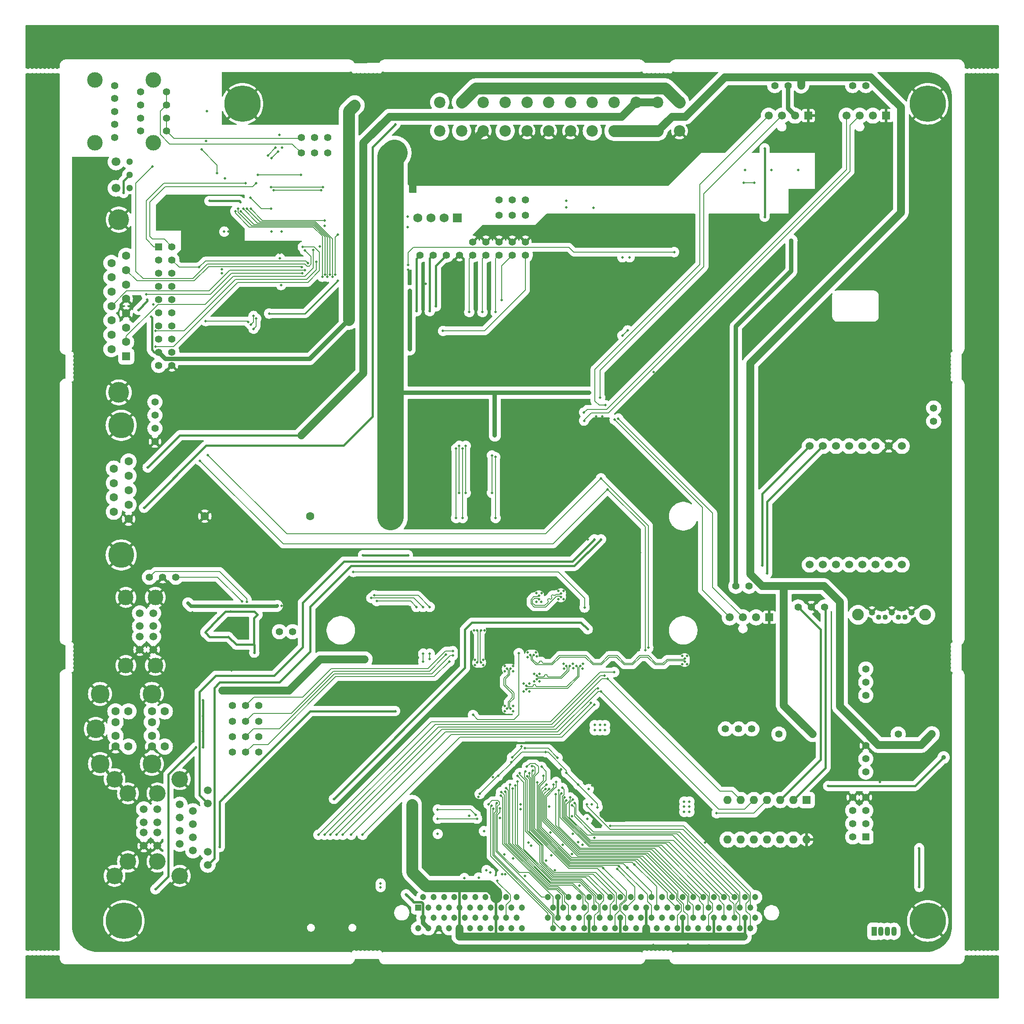
<source format=gbl>
G04 #@! TF.GenerationSoftware,KiCad,Pcbnew,8.0.6*
G04 #@! TF.CreationDate,2025-01-15T23:32:19+01:00*
G04 #@! TF.ProjectId,ITX-Llama,4954582d-4c6c-4616-9d61-2e6b69636164,F*
G04 #@! TF.SameCoordinates,Original*
G04 #@! TF.FileFunction,Copper,L4,Bot*
G04 #@! TF.FilePolarity,Positive*
%FSLAX46Y46*%
G04 Gerber Fmt 4.6, Leading zero omitted, Abs format (unit mm)*
G04 Created by KiCad (PCBNEW 8.0.6) date 2025-01-15 23:32:19*
%MOMM*%
%LPD*%
G01*
G04 APERTURE LIST*
G04 #@! TA.AperFunction,ComponentPad*
%ADD10R,1.755000X1.755000*%
G04 #@! TD*
G04 #@! TA.AperFunction,ComponentPad*
%ADD11C,1.755000*%
G04 #@! TD*
G04 #@! TA.AperFunction,ComponentPad*
%ADD12C,1.397000*%
G04 #@! TD*
G04 #@! TA.AperFunction,ComponentPad*
%ADD13C,0.400000*%
G04 #@! TD*
G04 #@! TA.AperFunction,ComponentPad*
%ADD14C,7.000000*%
G04 #@! TD*
G04 #@! TA.AperFunction,ComponentPad*
%ADD15R,1.200000X1.200000*%
G04 #@! TD*
G04 #@! TA.AperFunction,ComponentPad*
%ADD16C,1.200000*%
G04 #@! TD*
G04 #@! TA.AperFunction,ComponentPad*
%ADD17R,1.530000X1.530000*%
G04 #@! TD*
G04 #@! TA.AperFunction,ComponentPad*
%ADD18C,1.550000*%
G04 #@! TD*
G04 #@! TA.AperFunction,ComponentPad*
%ADD19C,1.600000*%
G04 #@! TD*
G04 #@! TA.AperFunction,ComponentPad*
%ADD20C,1.300000*%
G04 #@! TD*
G04 #@! TA.AperFunction,ComponentPad*
%ADD21C,1.700000*%
G04 #@! TD*
G04 #@! TA.AperFunction,ComponentPad*
%ADD22R,1.397000X1.397000*%
G04 #@! TD*
G04 #@! TA.AperFunction,ComponentPad*
%ADD23C,3.600000*%
G04 #@! TD*
G04 #@! TA.AperFunction,ComponentPad*
%ADD24C,1.524000*%
G04 #@! TD*
G04 #@! TA.AperFunction,ComponentPad*
%ADD25R,1.070000X1.800000*%
G04 #@! TD*
G04 #@! TA.AperFunction,ComponentPad*
%ADD26O,1.070000X1.800000*%
G04 #@! TD*
G04 #@! TA.AperFunction,ComponentPad*
%ADD27C,1.500000*%
G04 #@! TD*
G04 #@! TA.AperFunction,ComponentPad*
%ADD28C,3.000000*%
G04 #@! TD*
G04 #@! TA.AperFunction,ComponentPad*
%ADD29C,2.250000*%
G04 #@! TD*
G04 #@! TA.AperFunction,ComponentPad*
%ADD30C,1.250000*%
G04 #@! TD*
G04 #@! TA.AperFunction,ComponentPad*
%ADD31C,1.016000*%
G04 #@! TD*
G04 #@! TA.AperFunction,ComponentPad*
%ADD32C,1.248000*%
G04 #@! TD*
G04 #@! TA.AperFunction,ComponentPad*
%ADD33C,5.000000*%
G04 #@! TD*
G04 #@! TA.AperFunction,ComponentPad*
%ADD34C,3.200000*%
G04 #@! TD*
G04 #@! TA.AperFunction,ComponentPad*
%ADD35R,1.600000X1.600000*%
G04 #@! TD*
G04 #@! TA.AperFunction,ComponentPad*
%ADD36O,1.600000X1.600000*%
G04 #@! TD*
G04 #@! TA.AperFunction,ComponentPad*
%ADD37C,1.400000*%
G04 #@! TD*
G04 #@! TA.AperFunction,ComponentPad*
%ADD38C,2.200000*%
G04 #@! TD*
G04 #@! TA.AperFunction,ComponentPad*
%ADD39C,4.000000*%
G04 #@! TD*
G04 #@! TA.AperFunction,ViaPad*
%ADD40C,0.460000*%
G04 #@! TD*
G04 #@! TA.AperFunction,ViaPad*
%ADD41C,0.900000*%
G04 #@! TD*
G04 #@! TA.AperFunction,Conductor*
%ADD42C,0.127000*%
G04 #@! TD*
G04 #@! TA.AperFunction,Conductor*
%ADD43C,0.500000*%
G04 #@! TD*
G04 #@! TA.AperFunction,Conductor*
%ADD44C,5.080000*%
G04 #@! TD*
G04 #@! TA.AperFunction,Conductor*
%ADD45C,0.279400*%
G04 #@! TD*
G04 #@! TA.AperFunction,Conductor*
%ADD46C,2.286000*%
G04 #@! TD*
G04 #@! TA.AperFunction,Conductor*
%ADD47C,1.524000*%
G04 #@! TD*
G04 #@! TA.AperFunction,Conductor*
%ADD48C,0.812800*%
G04 #@! TD*
G04 #@! TA.AperFunction,Conductor*
%ADD49C,0.406400*%
G04 #@! TD*
G04 #@! TA.AperFunction,Conductor*
%ADD50C,0.711200*%
G04 #@! TD*
G04 #@! TA.AperFunction,Conductor*
%ADD51C,0.203200*%
G04 #@! TD*
G04 #@! TA.AperFunction,Conductor*
%ADD52C,0.457200*%
G04 #@! TD*
G04 #@! TA.AperFunction,Conductor*
%ADD53C,0.152400*%
G04 #@! TD*
G04 APERTURE END LIST*
D10*
X84470000Y-38330000D03*
D11*
X81930000Y-38330000D03*
X79390000Y-38330000D03*
X76850000Y-38330000D03*
D12*
X46200000Y-141330000D03*
X43660000Y-141330000D03*
X41120000Y-141330000D03*
X59450000Y-25830000D03*
X56910000Y-25830000D03*
X54370000Y-25830000D03*
D13*
X20160000Y-176580000D03*
X18210000Y-175780000D03*
X22110000Y-175780000D03*
X17410000Y-173830000D03*
D14*
X20160000Y-173830000D03*
D13*
X22910000Y-173830000D03*
X18210000Y-171880000D03*
X22110000Y-171880000D03*
X20160000Y-171080000D03*
D12*
X163160000Y-130370000D03*
X163160000Y-127830000D03*
X163160000Y-125290000D03*
D13*
X175100000Y-176580000D03*
X173150000Y-175780000D03*
X177050000Y-175780000D03*
X172350000Y-173830000D03*
D14*
X175100000Y-173830000D03*
D13*
X177850000Y-173830000D03*
X173150000Y-171880000D03*
X177050000Y-171880000D03*
X175100000Y-171080000D03*
D15*
X76865000Y-171255200D03*
D16*
X77865000Y-169255200D03*
X78865000Y-171255200D03*
X79865000Y-169255200D03*
X80865000Y-171255200D03*
X81865000Y-169255200D03*
X82865000Y-171255200D03*
X83865000Y-169255200D03*
X84865000Y-171255200D03*
X85865000Y-169255200D03*
X86865000Y-171255200D03*
X87865000Y-169255200D03*
X88865000Y-171255200D03*
X89865000Y-169255200D03*
X90865000Y-171255200D03*
X91865000Y-169255200D03*
X92865000Y-171255200D03*
X93865000Y-169255200D03*
X94865000Y-171255200D03*
X95865000Y-169255200D03*
X96865000Y-171255200D03*
X101865000Y-169255200D03*
X102865000Y-171255200D03*
X103865000Y-169255200D03*
X104865000Y-171255200D03*
X105865000Y-169255200D03*
X106865000Y-171255200D03*
X107865000Y-169255200D03*
X108865000Y-171255200D03*
X109865000Y-169255200D03*
X110865000Y-171255200D03*
X111865000Y-169255200D03*
X112865000Y-171255200D03*
X113865000Y-169255200D03*
X114865000Y-171255200D03*
X115865000Y-169255200D03*
X116865000Y-171255200D03*
X117865000Y-169255200D03*
X118865000Y-171255200D03*
X119865000Y-169255200D03*
X120865000Y-171255200D03*
X121865000Y-169255200D03*
X122865000Y-171255200D03*
X123865000Y-169255200D03*
X124865000Y-171255200D03*
X125865000Y-169255200D03*
X126865000Y-171255200D03*
X127865000Y-169255200D03*
X128865000Y-171255200D03*
X129865000Y-169255200D03*
X130865000Y-171255200D03*
X131865000Y-169255200D03*
X132865000Y-171255200D03*
X133865000Y-169255200D03*
X134865000Y-171255200D03*
X135865000Y-169255200D03*
X136865000Y-171255200D03*
X137865000Y-169255200D03*
X138865000Y-171255200D03*
X139865000Y-169255200D03*
X140865000Y-171255200D03*
X141865000Y-169255200D03*
X76865000Y-175255200D03*
X77865000Y-173255200D03*
X78865000Y-175255200D03*
X79865000Y-173255200D03*
X80865000Y-175255200D03*
X81865000Y-173255200D03*
X82865000Y-175255200D03*
X83865000Y-173255200D03*
X84865000Y-175255200D03*
X85865000Y-173255200D03*
X86865000Y-175255200D03*
X87865000Y-173255200D03*
X88865000Y-175255200D03*
X89865000Y-173255200D03*
X90865000Y-175255200D03*
X91865000Y-173255200D03*
X92865000Y-175255200D03*
X93865000Y-173255200D03*
X94865000Y-175255200D03*
X95865000Y-173255200D03*
X96865000Y-175255200D03*
X101865000Y-173255200D03*
X102865000Y-175255200D03*
X103865000Y-173255200D03*
X104865000Y-175255200D03*
X105865000Y-173255200D03*
X106865000Y-175255200D03*
X107865000Y-173255200D03*
X108865000Y-175255200D03*
X109865000Y-173255200D03*
X110865000Y-175255200D03*
X111865000Y-173255200D03*
X112865000Y-175255200D03*
X113865000Y-173255200D03*
X114865000Y-175255200D03*
X115865000Y-173255200D03*
X116865000Y-175255200D03*
X117865000Y-173255200D03*
X118865000Y-175255200D03*
X119865000Y-173255200D03*
X120865000Y-175255200D03*
X121865000Y-173255200D03*
X122865000Y-175255200D03*
X123865000Y-173255200D03*
X124865000Y-175255200D03*
X125865000Y-173255200D03*
X126865000Y-175255200D03*
X127865000Y-173255200D03*
X128865000Y-175255200D03*
X129865000Y-173255200D03*
X130865000Y-175255200D03*
X131865000Y-173255200D03*
X132865000Y-175255200D03*
X133865000Y-173255200D03*
X134865000Y-175255200D03*
X135865000Y-173255200D03*
X136865000Y-175255200D03*
X137865000Y-173255200D03*
X138865000Y-175255200D03*
X139865000Y-173255200D03*
X140865000Y-175255200D03*
X141865000Y-173255200D03*
D17*
X167062000Y-18638500D03*
D18*
X164522000Y-18638500D03*
X161982000Y-18638500D03*
X159442000Y-18638500D03*
D12*
X160620000Y-12830000D03*
X163160000Y-12830000D03*
X165700000Y-12830000D03*
X138120000Y-109330000D03*
X140660000Y-109330000D03*
X143200000Y-109330000D03*
D19*
X56110000Y-95830000D03*
X35760000Y-95830000D03*
D20*
X21270000Y-27540000D03*
X21270000Y-30080000D03*
X21270000Y-32620000D03*
D21*
X18650000Y-27540000D03*
X18650000Y-32620000D03*
D12*
X77250000Y-45500000D03*
X79790000Y-45500000D03*
X82330000Y-45500000D03*
X84870000Y-45500000D03*
X87410000Y-45500000D03*
X89950000Y-45500000D03*
X92490000Y-45500000D03*
X95030000Y-45500000D03*
X97570000Y-45500000D03*
D22*
X163180000Y-157640000D03*
D12*
X163180000Y-155100000D03*
X163180000Y-152560000D03*
X163180000Y-150020000D03*
X160640000Y-150020000D03*
X160640000Y-152560000D03*
X160640000Y-155100000D03*
X160640000Y-157640000D03*
D19*
X18560000Y-138130000D03*
X18560000Y-135530000D03*
X18560000Y-140230000D03*
X18560000Y-133430000D03*
X21060000Y-140230000D03*
X21060000Y-133430000D03*
X25560000Y-138130000D03*
X25560000Y-135530000D03*
X25560000Y-140230000D03*
X25560000Y-133430000D03*
X28060000Y-140230000D03*
X28060000Y-133430000D03*
D23*
X15560000Y-143580000D03*
X25560000Y-143580000D03*
X14760000Y-136830000D03*
X15560000Y-130080000D03*
X25560000Y-130080000D03*
D12*
X25120000Y-107580000D03*
X27660000Y-107580000D03*
X30200000Y-107580000D03*
X92460000Y-37830000D03*
X95000000Y-37830000D03*
X97540000Y-37830000D03*
X46200000Y-135330000D03*
X43660000Y-135330000D03*
X41120000Y-135330000D03*
D24*
X152360000Y-105180000D03*
X154900000Y-105180000D03*
X157440000Y-105180000D03*
X159980000Y-105180000D03*
X162520000Y-105180000D03*
X165060000Y-105180000D03*
X167600000Y-105180000D03*
X170140000Y-105180000D03*
X170140000Y-82320000D03*
X167600000Y-82320000D03*
X165060000Y-82320000D03*
X162520000Y-82320000D03*
X159980000Y-82320000D03*
X157440000Y-82320000D03*
X154900000Y-82320000D03*
X152360000Y-82320000D03*
D12*
X150120000Y-113330000D03*
X152660000Y-113330000D03*
X155200000Y-113330000D03*
X59450000Y-22830000D03*
X56910000Y-22830000D03*
X54370000Y-22830000D03*
X176250000Y-74980000D03*
X176250000Y-77520000D03*
D13*
X43020000Y-19100000D03*
X41070000Y-18300000D03*
X44970000Y-18300000D03*
X40270000Y-16350000D03*
D14*
X43020000Y-16350000D03*
D13*
X45770000Y-16350000D03*
X41070000Y-14400000D03*
X44970000Y-14400000D03*
X43020000Y-13600000D03*
D25*
X164760000Y-175830000D03*
D26*
X166030000Y-175830000D03*
X167300000Y-175830000D03*
X168570000Y-175830000D03*
D27*
X25840000Y-114530000D03*
X25840000Y-117030000D03*
X25840000Y-119030000D03*
X25840000Y-121530000D03*
X23240000Y-114530000D03*
X23240000Y-117030000D03*
X23240000Y-119030000D03*
X23240000Y-121530000D03*
D28*
X26240000Y-111480000D03*
X20540000Y-111480000D03*
X26240000Y-124580000D03*
X20540000Y-124580000D03*
D17*
X144562000Y-115330000D03*
D18*
X142022000Y-115330000D03*
X139482000Y-115330000D03*
X136942000Y-115330000D03*
D29*
X174640000Y-114830000D03*
X161680000Y-114830000D03*
D30*
X164350000Y-114330000D03*
D31*
X165620000Y-115330000D03*
X166890000Y-115330000D03*
D32*
X168160000Y-114330000D03*
D31*
X169430000Y-115330000D03*
X170700000Y-115330000D03*
D32*
X171970000Y-114330000D03*
D13*
X175100000Y-19100000D03*
X173150000Y-18300000D03*
X177050000Y-18300000D03*
X172350000Y-16350000D03*
D14*
X175100000Y-16350000D03*
D13*
X177850000Y-16350000D03*
X173150000Y-14400000D03*
X177050000Y-14400000D03*
X175100000Y-13600000D03*
D19*
X21080000Y-85285000D03*
X21080000Y-88055000D03*
X21080000Y-90825000D03*
X21080000Y-93595000D03*
X21080000Y-96365000D03*
X18240000Y-86670000D03*
X18240000Y-89440000D03*
X18240000Y-92210000D03*
X18240000Y-94980000D03*
D33*
X19660000Y-103320000D03*
X19660000Y-78330000D03*
D27*
X36330000Y-148630000D03*
X36330000Y-151170000D03*
X36330000Y-160490000D03*
X36330000Y-163030000D03*
X33500000Y-160280000D03*
X30960000Y-159005000D03*
X33500000Y-157735000D03*
X30960000Y-156465000D03*
X33500000Y-155195000D03*
X30960000Y-153925000D03*
X33500000Y-152655000D03*
X30960000Y-151385000D03*
D34*
X30960000Y-146505000D03*
X18360000Y-146505000D03*
X26640000Y-149260000D03*
X20960000Y-149260000D03*
X26640000Y-162400000D03*
X20960000Y-162400000D03*
X30960000Y-165155000D03*
X18360000Y-165155000D03*
D27*
X24020000Y-152290000D03*
X24020000Y-154830000D03*
X24020000Y-156830000D03*
X24020000Y-159370000D03*
X26640000Y-152290000D03*
X26640000Y-154830000D03*
X26640000Y-156830000D03*
X26640000Y-159370000D03*
D35*
X151770000Y-150530000D03*
D36*
X149230000Y-150530000D03*
X146690000Y-150530000D03*
X144150000Y-150530000D03*
X141610000Y-150530000D03*
X139070000Y-150530000D03*
X136530000Y-150530000D03*
X136530000Y-158150000D03*
X139070000Y-158150000D03*
X141610000Y-158150000D03*
X144150000Y-158150000D03*
X146690000Y-158150000D03*
X149230000Y-158150000D03*
X151770000Y-158150000D03*
D12*
X152911200Y-137830000D03*
X146408800Y-137830000D03*
X163160000Y-145140000D03*
X163160000Y-142600000D03*
X163160000Y-140060000D03*
X163160000Y-137520000D03*
D22*
X26890000Y-43900000D03*
D12*
X29430000Y-43900000D03*
X26890000Y-46440000D03*
X29430000Y-46440000D03*
X26890000Y-48980000D03*
X29430000Y-48980000D03*
X26890000Y-51520000D03*
X29430000Y-51520000D03*
X26890000Y-54060000D03*
X29430000Y-54060000D03*
X26890000Y-56600000D03*
X29430000Y-56600000D03*
X26890000Y-59140000D03*
X29430000Y-59140000D03*
X26890000Y-61680000D03*
X29430000Y-61680000D03*
X26890000Y-64220000D03*
X29430000Y-64220000D03*
X26890000Y-66760000D03*
X29430000Y-66760000D03*
D28*
X25860000Y-11790000D03*
X14560000Y-11790000D03*
D37*
X18360000Y-17830000D03*
D28*
X25860000Y-23870000D03*
X14560000Y-23870000D03*
D37*
X18360000Y-22830000D03*
X18360000Y-20330000D03*
X18360000Y-15330000D03*
X18360000Y-12830000D03*
X23360000Y-21580000D03*
X23360000Y-19080000D03*
X23360000Y-16580000D03*
X23360000Y-14080000D03*
X28360000Y-21580000D03*
X28360000Y-19080000D03*
X28360000Y-16580000D03*
X28360000Y-14080000D03*
D38*
X81060000Y-16080000D03*
X85260000Y-16080000D03*
X89460000Y-16080000D03*
X93660000Y-16080000D03*
X97860000Y-16080000D03*
X102060000Y-16080000D03*
X106260000Y-16080000D03*
X110460000Y-16080000D03*
X114660000Y-16080000D03*
X118860000Y-16080000D03*
X123060000Y-16080000D03*
X127260000Y-16080000D03*
X81060000Y-21580000D03*
X85260000Y-21580000D03*
X89460000Y-21580000D03*
X93660000Y-21580000D03*
X97860000Y-21580000D03*
X102060000Y-21580000D03*
X106260000Y-21580000D03*
X110460000Y-21580000D03*
X114660000Y-21580000D03*
X118860000Y-21580000D03*
X123060000Y-21580000D03*
X127260000Y-21580000D03*
D12*
X46200000Y-132330000D03*
X43660000Y-132330000D03*
X41120000Y-132330000D03*
X92460000Y-34830000D03*
X95000000Y-34830000D03*
X97540000Y-34830000D03*
X46200000Y-138330000D03*
X43660000Y-138330000D03*
X41120000Y-138330000D03*
X136120000Y-136830000D03*
X138660000Y-136830000D03*
X141200000Y-136830000D03*
X87410000Y-42960000D03*
X89950000Y-42960000D03*
X92490000Y-42960000D03*
X95030000Y-42960000D03*
X97570000Y-42960000D03*
X52680000Y-118080000D03*
X50140000Y-118080000D03*
D17*
X152062000Y-18638500D03*
D18*
X149522000Y-18638500D03*
X146982000Y-18638500D03*
X144442000Y-18638500D03*
D12*
X26160000Y-81450000D03*
X26160000Y-78910000D03*
X26160000Y-76370000D03*
X26160000Y-73830000D03*
X175911200Y-137830000D03*
X169408800Y-137830000D03*
X145620000Y-12830000D03*
X148160000Y-12830000D03*
X150700000Y-12830000D03*
D35*
X20610000Y-65025000D03*
D19*
X20610000Y-62255000D03*
X20610000Y-59485000D03*
X20610000Y-56715000D03*
X20610000Y-53945000D03*
X20610000Y-51175000D03*
X20610000Y-48405000D03*
X20610000Y-45635000D03*
X17770000Y-63640000D03*
X17770000Y-60870000D03*
X17770000Y-58100000D03*
X17770000Y-55330000D03*
X17770000Y-52560000D03*
X17770000Y-49790000D03*
X17770000Y-47020000D03*
D39*
X19190000Y-38680000D03*
X19190000Y-71980000D03*
D40*
X90760000Y-164530000D03*
X98660000Y-159330000D03*
X90460000Y-151330000D03*
X92660000Y-152130000D03*
X93035000Y-164830000D03*
X102360000Y-156830000D03*
X92780000Y-149650000D03*
X93670000Y-148920000D03*
X95090000Y-148280000D03*
X96060000Y-146950000D03*
X96460000Y-145330000D03*
X97860000Y-145930000D03*
X101060000Y-145830000D03*
X102110000Y-148370000D03*
X103480000Y-147050000D03*
X103160000Y-176830000D03*
X85800000Y-165570000D03*
X75700000Y-155830000D03*
X120160000Y-176830000D03*
X38660000Y-159580000D03*
X112910000Y-137080000D03*
X127860000Y-176830000D03*
X112910000Y-136080000D03*
X109865000Y-176330000D03*
X39660000Y-149830000D03*
X71910000Y-95830000D03*
X71910000Y-96830000D03*
X128160000Y-151830000D03*
X75700000Y-154330000D03*
X71660000Y-26830000D03*
X71660000Y-25830000D03*
X133860000Y-176830000D03*
X76660000Y-165330000D03*
X89830000Y-167020000D03*
X72660000Y-26830000D03*
X111910000Y-137080000D03*
X75700000Y-152830000D03*
X123160000Y-176830000D03*
X75700000Y-157330000D03*
X73160000Y-94830000D03*
X91860000Y-176430000D03*
X128160000Y-152830000D03*
X110910000Y-137080000D03*
X70960000Y-50430000D03*
X73660000Y-26830000D03*
X109860000Y-72030000D03*
X91660000Y-80280000D03*
X73160000Y-96830000D03*
X86810000Y-166930000D03*
X75700000Y-163830000D03*
X70660000Y-25830000D03*
X71910000Y-94830000D03*
X61410000Y-50430001D03*
X73160000Y-95830000D03*
X129160000Y-151830000D03*
X110910000Y-136080000D03*
X129160000Y-150830000D03*
X73660000Y-25830000D03*
X104160000Y-176830000D03*
X129160000Y-152830000D03*
X78660000Y-167030000D03*
X48160000Y-56780000D03*
X75700000Y-151330000D03*
X79410000Y-166280000D03*
X128160000Y-150830000D03*
X131660000Y-176830000D03*
X139865000Y-176830000D03*
X70660000Y-26830000D03*
X111910000Y-136080000D03*
X72660000Y-25830000D03*
X75700000Y-158830000D03*
X72460000Y-133390000D03*
X115865000Y-176330000D03*
X126160000Y-176830000D03*
X103990000Y-148670000D03*
X105392517Y-150630000D03*
X106710000Y-150480000D03*
X107010000Y-151080000D03*
X113880000Y-155490000D03*
X115220000Y-163820000D03*
X91060000Y-151630000D03*
X91390000Y-152230000D03*
X92060000Y-151130000D03*
X92900000Y-148960000D03*
X94620000Y-147590000D03*
X95580000Y-147770000D03*
X117160000Y-163530000D03*
X97850000Y-144130000D03*
X96020000Y-145900000D03*
X118560000Y-162930000D03*
X99860000Y-147130000D03*
X100660000Y-144130000D03*
X101440000Y-148370000D03*
X104500000Y-149230000D03*
X103000000Y-147570000D03*
X103390000Y-149410000D03*
X98160000Y-158730000D03*
X90060000Y-164030000D03*
X104650000Y-148180000D03*
X105125000Y-150030000D03*
X106160000Y-150030000D03*
X106560000Y-151530000D03*
X109410000Y-151330000D03*
X93830000Y-148230000D03*
X97565000Y-145035000D03*
X98360000Y-145330000D03*
X98960000Y-144830000D03*
X112585000Y-163655000D03*
X98810000Y-144030000D03*
X115630000Y-163300000D03*
X101590000Y-147520000D03*
X64160000Y-17080000D03*
X169910000Y-32550000D03*
X35058550Y-65528550D03*
X34060000Y-140330000D03*
X75260000Y-52430000D03*
X35410000Y-137330000D03*
X74910000Y-103330000D03*
X58030000Y-123430000D03*
X66260000Y-103330000D03*
X35410000Y-140330000D03*
X35410000Y-131330000D03*
X42610000Y-35280000D03*
X64160000Y-16080000D03*
X65160000Y-16080000D03*
X38760000Y-129430000D03*
X75260000Y-63685000D03*
X26260000Y-167730000D03*
X66760000Y-123430000D03*
X36660000Y-35080000D03*
X117660000Y-45930000D03*
X65160000Y-17080000D03*
X22960000Y-56080000D03*
X20110000Y-33530000D03*
X64000000Y-57330000D03*
X25460000Y-57430000D03*
X64000000Y-58330000D03*
X24660000Y-54080000D03*
X74560000Y-168730000D03*
X75260000Y-60600000D03*
X75160000Y-169330000D03*
X35410000Y-134330000D03*
X35860000Y-65527100D03*
X116260000Y-45930000D03*
X63000000Y-58330000D03*
X75760000Y-169930000D03*
X63000000Y-57330000D03*
X39410000Y-129430000D03*
X65760000Y-123430000D03*
X72510000Y-20280000D03*
X143660000Y-24930000D03*
X143660000Y-38130000D03*
X24060000Y-94200000D03*
X54360000Y-79830000D03*
X69660000Y-167330000D03*
X54360000Y-80530000D03*
X24760000Y-86430000D03*
D41*
X148810000Y-42705000D03*
D40*
X69660000Y-166630000D03*
X155910000Y-147830000D03*
D41*
X178160000Y-142330000D03*
D40*
X173460000Y-159830000D03*
X173460000Y-167280000D03*
X32560000Y-112580000D03*
X49710000Y-113080000D03*
X82260000Y-122530000D03*
X83560000Y-121830000D03*
X82920000Y-123830000D03*
X83560000Y-122670000D03*
X60910000Y-49230000D03*
X61410000Y-41580000D03*
X108960000Y-113430000D03*
X64410000Y-106570000D03*
X88278000Y-124030000D03*
X88278000Y-117840000D03*
X88992000Y-124030000D03*
X88992000Y-117840000D03*
X67860000Y-111580000D03*
X77810000Y-113330000D03*
X79110000Y-113330000D03*
X68460000Y-111080000D03*
X76560000Y-113330000D03*
X68900000Y-112200000D03*
X77860000Y-123830000D03*
X77860000Y-122330000D03*
X79110000Y-123330000D03*
X79110000Y-122330000D03*
X128260000Y-123230000D03*
X99130000Y-122550000D03*
X128260000Y-123890000D03*
X98460000Y-122550000D03*
X100160000Y-111130000D03*
X104400000Y-111410000D03*
X100160000Y-111830000D03*
X104400000Y-110690000D03*
X50460000Y-51280000D03*
X39510000Y-40980000D03*
X50260000Y-46130000D03*
X39060000Y-48230000D03*
X94720000Y-125240000D03*
X94720000Y-132930000D03*
X94020000Y-125240000D03*
X94020000Y-132930000D03*
X66160000Y-157230000D03*
X110860000Y-132130000D03*
X110210000Y-131780000D03*
X63960000Y-157230000D03*
X112130000Y-129610000D03*
X62360000Y-157230000D03*
X111510000Y-128980000D03*
X61160000Y-157230000D03*
X113385000Y-127180000D03*
X59960000Y-157230000D03*
X58860000Y-157230000D03*
X112760000Y-126530000D03*
X57660000Y-157230000D03*
X114670000Y-125880000D03*
X84210000Y-82780000D03*
X58410000Y-49680000D03*
X84190000Y-96180000D03*
X41660000Y-37030000D03*
X58910000Y-49230000D03*
X84810000Y-91330000D03*
X84810000Y-82280000D03*
X42160000Y-36580000D03*
X85460001Y-96180001D03*
X85460000Y-82780000D03*
X59410000Y-49680000D03*
X42660000Y-37030000D03*
X86060000Y-82272996D03*
X86060000Y-91351632D03*
X43160000Y-36580000D03*
X59910000Y-49230000D03*
X35960000Y-58230000D03*
X44160000Y-58430000D03*
X109560000Y-117630000D03*
X60660000Y-150330000D03*
X91810000Y-96180000D03*
X91760000Y-84430000D03*
X91110000Y-91330000D03*
X91110000Y-84130000D03*
X45160000Y-57230000D03*
X44660000Y-58930000D03*
X45660000Y-57730000D03*
X45160000Y-59730000D03*
X144160000Y-106830000D03*
X143160000Y-105330000D03*
X44585000Y-34405000D03*
X35140000Y-25130000D03*
X48560000Y-36530000D03*
X38160000Y-29730000D03*
X58860000Y-38830000D03*
X44610000Y-36580000D03*
X43910000Y-36580000D03*
X60410000Y-49680000D03*
X55060000Y-48380000D03*
X54460000Y-47830000D03*
X26310000Y-60080000D03*
X57260000Y-46830000D03*
X26260000Y-63130000D03*
X54660000Y-43930000D03*
X56660000Y-44530000D03*
X49910000Y-25580000D03*
X48660000Y-26830000D03*
X58560000Y-32430000D03*
X48560000Y-32430000D03*
X47910000Y-26330000D03*
X49410000Y-24830000D03*
X80660000Y-152360000D03*
X87970000Y-153390000D03*
X80660000Y-154140000D03*
X88240000Y-154140000D03*
X110860000Y-100280000D03*
X112130000Y-100280000D03*
X97760000Y-128530000D03*
X107410000Y-124680000D03*
X105430000Y-124730000D03*
X99790000Y-126600000D03*
X97760000Y-129190000D03*
X108110000Y-124680000D03*
X106130000Y-124730000D03*
X99790000Y-127260000D03*
X113400000Y-90630000D03*
X34860000Y-85130000D03*
X120660000Y-121680000D03*
X112130000Y-88530000D03*
X36360000Y-84030000D03*
X121260000Y-121180000D03*
X87460000Y-134130000D03*
X96290000Y-122240000D03*
X24460000Y-53080000D03*
X54560000Y-48980000D03*
X139660000Y-31530000D03*
X141660000Y-31530000D03*
X74960000Y-47430000D03*
X126225000Y-44925000D03*
X55660000Y-47030000D03*
X34680000Y-47840000D03*
X76570000Y-56330000D03*
X79120000Y-56330000D03*
X116260000Y-61030000D03*
X117260000Y-60030000D03*
X39660000Y-30730000D03*
X57910000Y-43830000D03*
X60660000Y-158770000D03*
X96910000Y-113330000D03*
X55160000Y-59330000D03*
X69600000Y-178700000D03*
X40135000Y-117355000D03*
X164660000Y-170330000D03*
X88660000Y-89630000D03*
X107960000Y-167030000D03*
X77160000Y-74830000D03*
X97980000Y-123040000D03*
X90560000Y-122230000D03*
X50560000Y-113080000D03*
X96860000Y-55330000D03*
X40135000Y-115805000D03*
X96660000Y-151330000D03*
X31160000Y-39330000D03*
X87820000Y-124530000D03*
X110660000Y-36430000D03*
X106760000Y-125160000D03*
X41685000Y-116580000D03*
X100290000Y-127650000D03*
X84200000Y-61400000D03*
X104900000Y-110230000D03*
X99720000Y-122860000D03*
X119660000Y-42780000D03*
X78910000Y-148580000D03*
X122180000Y-178440000D03*
X157760000Y-171730000D03*
X95190000Y-125740000D03*
X74860000Y-40080000D03*
X58860000Y-39830000D03*
X106740000Y-124280000D03*
X40910000Y-115805000D03*
X91290000Y-146090000D03*
X99290000Y-126210000D03*
X98290000Y-128090000D03*
X145000000Y-29130000D03*
X128750000Y-122740000D03*
X119660000Y-102830000D03*
X106390000Y-113420000D03*
X50160000Y-22330000D03*
X41685000Y-117355000D03*
X74960000Y-48330000D03*
X98290000Y-129640000D03*
X141160000Y-40830000D03*
X108580000Y-125180000D03*
X77160000Y-81080000D03*
X127750000Y-124380000D03*
X90510000Y-113330000D03*
X105770000Y-121550000D03*
X54125000Y-151280000D03*
X97230000Y-129640000D03*
X110453322Y-147736678D03*
X93550000Y-124740000D03*
X40910000Y-117355000D03*
X76160000Y-33230000D03*
X40310000Y-40980000D03*
X170410000Y-166380000D03*
X167860000Y-29130000D03*
X86710000Y-113330000D03*
X50460000Y-43230000D03*
X128885000Y-178405000D03*
X93550000Y-132430000D03*
X36010000Y-23560000D03*
X98160000Y-92130000D03*
X126160000Y-131830000D03*
X136160000Y-17030000D03*
X51410000Y-164830000D03*
X95190000Y-132430000D03*
X99650000Y-110660000D03*
X79120000Y-61830000D03*
X122290000Y-68080000D03*
X108660000Y-124260000D03*
X88500000Y-149950000D03*
X165860000Y-147030000D03*
X25860000Y-55030000D03*
X109600000Y-66400000D03*
X113435000Y-178790000D03*
X84200000Y-66630000D03*
X86680500Y-153530000D03*
X87620000Y-117840000D03*
X80660000Y-155555000D03*
X88660000Y-81080000D03*
X99290000Y-127650000D03*
X131410000Y-120080000D03*
X173560000Y-124730000D03*
X132650000Y-17400000D03*
X73500000Y-16800000D03*
X100670000Y-110660000D03*
X48660000Y-106330000D03*
X68200000Y-18700000D03*
X93550000Y-133430000D03*
X105460000Y-36330000D03*
X112600000Y-154030000D03*
X104970000Y-125230000D03*
X150100000Y-29130000D03*
X106090000Y-139010000D03*
X104900000Y-111870000D03*
X100620000Y-112350000D03*
X92250000Y-143360000D03*
X112410000Y-76580000D03*
X40910000Y-116580000D03*
X118460000Y-55330000D03*
X89226678Y-146376678D03*
X77700000Y-21300000D03*
X103160000Y-139630000D03*
X120500000Y-49600000D03*
X94300000Y-66600000D03*
X50260000Y-45130000D03*
X144910000Y-168330000D03*
X117385000Y-178765000D03*
X97980000Y-122040000D03*
X99620000Y-122040000D03*
X105608321Y-142891679D03*
X134760000Y-21330000D03*
X48660000Y-40930000D03*
X44660000Y-150330000D03*
X72810000Y-169980000D03*
X97220000Y-128090000D03*
X171160000Y-119830000D03*
X87820000Y-123530000D03*
X111160000Y-76580000D03*
X109430000Y-178630000D03*
X88000000Y-66600000D03*
X103900000Y-111870000D03*
X105409999Y-45979999D03*
X106560000Y-160930000D03*
X94710000Y-139930000D03*
X73600000Y-21917500D03*
X132930000Y-178590000D03*
X36160000Y-17730000D03*
X109590001Y-100299999D03*
X100290000Y-126210000D03*
X139900000Y-29130000D03*
X81910000Y-89080000D03*
X32160000Y-122830000D03*
X98160000Y-95830000D03*
X93550000Y-125740000D03*
X75310000Y-113330000D03*
X103260000Y-164030000D03*
X95190000Y-124740000D03*
X75560000Y-33230000D03*
X96660000Y-152330000D03*
X116460000Y-148080000D03*
X132185000Y-158755000D03*
X33410000Y-114330000D03*
X40135000Y-116580000D03*
X93510000Y-160980000D03*
X41685000Y-115805000D03*
X111160000Y-77830000D03*
X107703322Y-158673322D03*
X95190000Y-133430000D03*
X40910000Y-125580000D03*
X102160000Y-151830000D03*
X104920000Y-124270000D03*
X128750000Y-124380000D03*
X75560000Y-31730000D03*
X45910000Y-107080000D03*
X48160000Y-115630000D03*
X116900000Y-154220000D03*
X78460000Y-163380000D03*
X99680000Y-112320000D03*
X86730000Y-95830000D03*
X76160000Y-31730000D03*
X87360000Y-149605000D03*
X112410000Y-77830000D03*
X86160000Y-150680000D03*
X89460000Y-124530000D03*
X48660000Y-52630000D03*
X95410000Y-81830000D03*
X50660000Y-24830000D03*
X93685000Y-164830000D03*
X89460000Y-123530000D03*
X110860000Y-55330000D03*
X105460000Y-35080000D03*
X174930000Y-159820000D03*
X104445051Y-144565051D03*
X109460000Y-42080000D03*
X94300000Y-61030000D03*
X130550000Y-21350000D03*
X33910000Y-119580000D03*
X74860000Y-38105000D03*
X112160000Y-155430000D03*
X115310000Y-43130000D03*
X127750000Y-122740000D03*
X49860000Y-122430000D03*
X78510000Y-160005000D03*
X47660000Y-120580000D03*
X103160000Y-74830000D03*
X113610000Y-113450000D03*
X103900000Y-110230000D03*
X78347500Y-51077500D03*
X89660000Y-117840000D03*
X50560000Y-40930000D03*
X115230000Y-50630000D03*
X39060000Y-49030000D03*
X115460000Y-77030000D03*
X114760000Y-77230000D03*
X111960000Y-72930000D03*
X112960000Y-74430000D03*
X108861500Y-77428500D03*
X108860000Y-75830000D03*
X49060000Y-33030000D03*
X58160000Y-33030000D03*
X54260000Y-30030000D03*
X45960000Y-30030000D03*
X80660000Y-157080000D03*
X89560000Y-156530000D03*
X101493781Y-141293781D03*
X105438579Y-145268579D03*
X88755000Y-149355000D03*
X104760000Y-159180000D03*
X109530000Y-154170000D03*
X106660000Y-157030000D03*
X94816320Y-143243680D03*
X92335736Y-145854264D03*
X107701320Y-147531320D03*
X111460000Y-151930000D03*
X101560000Y-162230000D03*
X92660000Y-154030000D03*
X110310000Y-151330000D03*
X110860000Y-157830000D03*
X102560000Y-161230000D03*
X103760000Y-142400000D03*
X106510000Y-153630000D03*
X109774500Y-148415500D03*
X97460000Y-165130000D03*
X108560000Y-159130000D03*
X97460000Y-140570000D03*
X95220000Y-161760000D03*
X95000000Y-142310000D03*
X96760000Y-140230000D03*
X25660000Y-28430000D03*
X55060000Y-44630000D03*
X45660000Y-31630000D03*
X43660000Y-31630000D03*
X88560000Y-165480000D03*
X92160000Y-166130000D03*
X134410000Y-153080000D03*
X43910000Y-112380000D03*
X42910000Y-112280000D03*
X45260000Y-120580000D03*
X45930000Y-114830000D03*
X38410000Y-115580000D03*
X40710000Y-114230000D03*
X40310000Y-119080000D03*
X35890000Y-118300000D03*
X45310000Y-122130000D03*
X91825000Y-56500000D03*
X93000000Y-54200000D03*
X81675000Y-60125000D03*
X89275000Y-56500000D03*
X86725000Y-56500000D03*
X80300000Y-55400000D03*
D42*
X92560000Y-150930000D02*
X92560000Y-151330000D01*
X91860000Y-153230000D02*
X91860000Y-160430000D01*
X100685200Y-169255200D02*
X101865000Y-169255200D01*
X92560000Y-151330000D02*
X92160000Y-151730000D01*
X92260000Y-150630000D02*
X92560000Y-150930000D01*
X90460000Y-151330000D02*
X91160000Y-150630000D01*
X91160000Y-150630000D02*
X92260000Y-150630000D01*
X92160000Y-152930000D02*
X91860000Y-153230000D01*
X91860000Y-160430000D02*
X100685200Y-169255200D01*
X92160000Y-151730000D02*
X92160000Y-152930000D01*
X96360000Y-164530000D02*
X92178004Y-160348004D01*
X102865000Y-171255200D02*
X102865000Y-169135849D01*
X98259151Y-164530000D02*
X96360000Y-164530000D01*
X102865000Y-169135849D02*
X98259151Y-164530000D01*
X92178004Y-160348004D02*
X92178004Y-153411996D01*
X92660000Y-152930000D02*
X92660000Y-152130000D01*
X92178004Y-153411996D02*
X92660000Y-152930000D01*
X101960000Y-167830000D02*
X93160000Y-159030000D01*
X104656500Y-168927349D02*
X103559151Y-167830000D01*
X104656500Y-171046700D02*
X104656500Y-168927349D01*
X93160000Y-150030000D02*
X92780000Y-149650000D01*
X104865000Y-171255200D02*
X104656500Y-171046700D01*
X93160000Y-159030000D02*
X93160000Y-150030000D01*
X103559151Y-167830000D02*
X101960000Y-167830000D01*
X102160000Y-167230000D02*
X103839800Y-167230000D01*
X93670000Y-148920000D02*
X93860000Y-149110000D01*
X93860000Y-158930000D02*
X102160000Y-167230000D01*
X103839800Y-167230000D02*
X105865000Y-169255200D01*
X93860000Y-149110000D02*
X93860000Y-158930000D01*
X95090000Y-159000082D02*
X102419918Y-166330000D01*
X95090000Y-148280000D02*
X95090000Y-159000082D01*
X108059151Y-166330000D02*
X110760000Y-169030849D01*
X110760000Y-169030849D02*
X110760000Y-171150200D01*
X110760000Y-171150200D02*
X110865000Y-171255200D01*
X102419918Y-166330000D02*
X108059151Y-166330000D01*
X96060000Y-159130000D02*
X98060000Y-161130000D01*
X102649151Y-165730000D02*
X108339800Y-165730000D01*
X96060000Y-146950000D02*
X96060000Y-159130000D01*
X98060000Y-161130000D02*
X98060000Y-161140849D01*
X98060000Y-161140849D02*
X102649151Y-165730000D01*
X108339800Y-165730000D02*
X111865000Y-169255200D01*
X109739800Y-165130000D02*
X113865000Y-169255200D01*
X97560000Y-156530000D02*
X100360000Y-159330000D01*
X97560000Y-146690624D02*
X97560000Y-156530000D01*
X100360000Y-162630000D02*
X102860000Y-165130000D01*
X96460000Y-145330000D02*
X96460000Y-145590624D01*
X100360000Y-159330000D02*
X100360000Y-162630000D01*
X96460000Y-145590624D02*
X97560000Y-146690624D01*
X102860000Y-165130000D02*
X109739800Y-165130000D01*
X103060000Y-164530000D02*
X111109576Y-164530000D01*
X111109576Y-164530000D02*
X115060000Y-168480424D01*
X98360000Y-146430000D02*
X98360000Y-156610164D01*
X100960000Y-159210164D02*
X100960000Y-162430000D01*
X97860000Y-145930000D02*
X98360000Y-146430000D01*
X115060000Y-168480424D02*
X115060000Y-171060200D01*
X115060000Y-171060200D02*
X114865000Y-171255200D01*
X100960000Y-162430000D02*
X103060000Y-164530000D01*
X98360000Y-156610164D02*
X100960000Y-159210164D01*
X101060000Y-146780000D02*
X101060000Y-145830000D01*
X100114501Y-147725499D02*
X101060000Y-146780000D01*
X124910000Y-168380000D02*
X118760000Y-162230000D01*
X100114501Y-156084501D02*
X100114501Y-147725499D01*
X118760000Y-162230000D02*
X106260000Y-162230000D01*
X124910000Y-169480000D02*
X124910000Y-168380000D01*
X126685200Y-171255200D02*
X124910000Y-169480000D01*
X106260000Y-162230000D02*
X100114501Y-156084501D01*
X126865000Y-171255200D02*
X126685200Y-171255200D01*
X128760000Y-169030849D02*
X128760000Y-171150200D01*
X107760000Y-161030000D02*
X120759151Y-161030000D01*
X101132505Y-149347495D02*
X101132505Y-154402505D01*
X120759151Y-161030000D02*
X128760000Y-169030849D01*
X128760000Y-171150200D02*
X128865000Y-171255200D01*
X102110000Y-148370000D02*
X101132505Y-149347495D01*
X101132505Y-154402505D02*
X107760000Y-161030000D01*
X129865000Y-169255200D02*
X129865000Y-168785000D01*
X103254501Y-148276913D02*
X103254501Y-148275499D01*
X129865000Y-168785000D02*
X121510000Y-160430000D01*
X121510000Y-160430000D02*
X107960000Y-160430000D01*
X103254501Y-148275499D02*
X103480000Y-148050000D01*
X107960000Y-160430000D02*
X101641507Y-154111507D01*
X103480000Y-148050000D02*
X103480000Y-147050000D01*
X101641507Y-149889907D02*
X103254501Y-148276913D01*
X101641507Y-154111507D02*
X101641507Y-149889907D01*
D43*
X91865000Y-176425000D02*
X91860000Y-176430000D01*
D44*
X71600000Y-26500000D02*
X71600000Y-96000000D01*
D45*
X61410000Y-50430001D02*
X55060001Y-56780000D01*
D46*
X78410000Y-167080000D02*
X76660000Y-165330000D01*
D47*
X104160000Y-176830000D02*
X103160000Y-176830000D01*
D46*
X75710000Y-164380000D02*
X75710000Y-151430000D01*
D48*
X91660000Y-72030000D02*
X71000000Y-72030000D01*
D45*
X55060001Y-56780000D02*
X48160000Y-56780000D01*
D43*
X127865000Y-173255200D02*
X127865000Y-176825000D01*
D47*
X123160000Y-176830000D02*
X120160000Y-176830000D01*
X126160000Y-176830000D02*
X123160000Y-176830000D01*
D46*
X76660000Y-165330000D02*
X75710000Y-164380000D01*
D43*
X133865000Y-176825000D02*
X133860000Y-176830000D01*
D47*
X84860000Y-175260200D02*
X84865000Y-175255200D01*
D46*
X124520000Y-13340000D02*
X127260000Y-16080000D01*
D48*
X90439800Y-167830000D02*
X91865000Y-169255200D01*
D46*
X78610000Y-167080000D02*
X78410000Y-167080000D01*
D43*
X120865000Y-176825000D02*
X120860000Y-176830000D01*
D46*
X85260000Y-16080000D02*
X88000000Y-13340000D01*
X91865000Y-168385000D02*
X91865000Y-169255200D01*
D47*
X139660000Y-176830000D02*
X131660000Y-176830000D01*
D43*
X115865000Y-173255200D02*
X115865000Y-176330000D01*
D47*
X120160000Y-176830000D02*
X104160000Y-176830000D01*
D43*
X91865000Y-173255200D02*
X91865000Y-176425000D01*
D47*
X131660000Y-176830000D02*
X126160000Y-176830000D01*
D46*
X78610000Y-167080000D02*
X90560000Y-167080000D01*
D43*
X109865000Y-173255200D02*
X109865000Y-176330000D01*
D49*
X54710000Y-134780000D02*
X56100000Y-133390000D01*
D46*
X90560000Y-167080000D02*
X91865000Y-168385000D01*
D48*
X91660000Y-72030000D02*
X91660000Y-80280000D01*
D43*
X84865000Y-171255200D02*
X84865000Y-167835000D01*
D47*
X84860000Y-176830000D02*
X84860000Y-175260200D01*
D43*
X120865000Y-171255200D02*
X120865000Y-175255200D01*
D44*
X72300000Y-25800000D02*
X71600000Y-26500000D01*
D46*
X88000000Y-13340000D02*
X124520000Y-13340000D01*
D49*
X38660000Y-150830000D02*
X39660000Y-149830000D01*
D43*
X139865000Y-173255200D02*
X139865000Y-176625000D01*
X127865000Y-176825000D02*
X127860000Y-176830000D01*
X84865000Y-171255200D02*
X84865000Y-175255200D01*
D49*
X56100000Y-133390000D02*
X72460000Y-133390000D01*
D47*
X120865000Y-175255200D02*
X120865000Y-176825000D01*
X84860000Y-176830000D02*
X103160000Y-176830000D01*
D49*
X39660000Y-149830000D02*
X54710000Y-134780000D01*
D43*
X103865000Y-169255200D02*
X103865000Y-173255200D01*
X91865000Y-169255200D02*
X91865000Y-173255200D01*
D48*
X91660000Y-72030000D02*
X109860000Y-72030000D01*
D43*
X139865000Y-176625000D02*
X139660000Y-176830000D01*
X133865000Y-173255200D02*
X133865000Y-176825000D01*
D49*
X38660000Y-159580000D02*
X38660000Y-150830000D01*
D42*
X108160000Y-159830000D02*
X103990000Y-155660000D01*
X103990000Y-155660000D02*
X103990000Y-148670000D01*
X131865000Y-169255200D02*
X122439800Y-159830000D01*
X122439800Y-159830000D02*
X108160000Y-159830000D01*
X125239800Y-158630000D02*
X110060000Y-158630000D01*
X135865000Y-169255200D02*
X125239800Y-158630000D01*
X105139002Y-150883515D02*
X105392517Y-150630000D01*
X110060000Y-158630000D02*
X105139002Y-153709002D01*
X105139002Y-153709002D02*
X105139002Y-150883515D01*
X106035000Y-153885164D02*
X106035000Y-151155000D01*
X125939800Y-157330000D02*
X109479836Y-157330000D01*
X106035000Y-151155000D02*
X106710000Y-150480000D01*
X137865000Y-169255200D02*
X125939800Y-157330000D01*
X109479836Y-157330000D02*
X106035000Y-153885164D01*
X107280000Y-151350000D02*
X107280000Y-153330200D01*
X107280000Y-153330200D02*
X110679800Y-156730000D01*
X107010000Y-151080000D02*
X107280000Y-151350000D01*
X138914501Y-171205699D02*
X138865000Y-171255200D01*
X138914501Y-168334501D02*
X138914501Y-171205699D01*
X110679800Y-156730000D02*
X127310000Y-156730000D01*
X127310000Y-156730000D02*
X138914501Y-168334501D01*
X140911001Y-168331001D02*
X140911001Y-171209199D01*
X128070000Y-155490000D02*
X140911001Y-168331001D01*
X113880000Y-155490000D02*
X128070000Y-155490000D01*
X140911001Y-171209199D02*
X140865000Y-171255200D01*
X118656500Y-167256500D02*
X115220000Y-163820000D01*
X118656500Y-169633500D02*
X118656500Y-167256500D01*
X116865000Y-171255200D02*
X117034800Y-171255200D01*
X117034800Y-171255200D02*
X118656500Y-169633500D01*
X90900000Y-161370000D02*
X101865000Y-172335000D01*
X101865000Y-172335000D02*
X101865000Y-173255200D01*
X91060000Y-151630000D02*
X90900000Y-151790000D01*
X90900000Y-151790000D02*
X90900000Y-161370000D01*
X102818999Y-172788999D02*
X102818999Y-175209199D01*
X91390000Y-152230000D02*
X91260000Y-152360000D01*
X91260000Y-152360000D02*
X91260000Y-161230000D01*
X102818999Y-175209199D02*
X102865000Y-175255200D01*
X91260000Y-161230000D02*
X102818999Y-172788999D01*
X91905499Y-151284501D02*
X91905499Y-152724583D01*
X91905499Y-152724583D02*
X91560000Y-153070082D01*
X103073500Y-174043500D02*
X104285200Y-175255200D01*
X91560000Y-153070082D02*
X91560000Y-161069551D01*
X104285200Y-175255200D02*
X104865000Y-175255200D01*
X92060000Y-151130000D02*
X91905499Y-151284501D01*
X91560000Y-161069551D02*
X103073500Y-172583051D01*
X103073500Y-172583051D02*
X103073500Y-174043500D01*
X92900000Y-148960000D02*
X93460000Y-149520000D01*
X93460000Y-158930000D02*
X102060000Y-167530000D01*
X105865000Y-170835000D02*
X105865000Y-173255200D01*
X93460000Y-149520000D02*
X93460000Y-158930000D01*
X105073500Y-168843500D02*
X105073500Y-170043500D01*
X102060000Y-167530000D02*
X103760000Y-167530000D01*
X105073500Y-170043500D02*
X105865000Y-170835000D01*
X103760000Y-167530000D02*
X105073500Y-168843500D01*
X109073500Y-168984431D02*
X109073500Y-169943500D01*
X109073500Y-169943500D02*
X109660000Y-170530000D01*
X94523503Y-158793503D02*
X102360000Y-166630000D01*
X94620000Y-147590000D02*
X94523503Y-147686497D01*
X106719069Y-166630000D02*
X109073500Y-168984431D01*
X108865000Y-172825000D02*
X108865000Y-175255200D01*
X102360000Y-166630000D02*
X106719069Y-166630000D01*
X109660000Y-172030000D02*
X108865000Y-172825000D01*
X94523503Y-147686497D02*
X94523503Y-158793503D01*
X109660000Y-170530000D02*
X109660000Y-172030000D01*
X95580000Y-147770000D02*
X95580000Y-159050000D01*
X111073500Y-170043500D02*
X111656500Y-170626500D01*
X110865000Y-172825000D02*
X110865000Y-175255200D01*
X108119069Y-166030000D02*
X111073500Y-168984431D01*
X95580000Y-159050000D02*
X102560000Y-166030000D01*
X111656500Y-172033500D02*
X110865000Y-172825000D01*
X111656500Y-170626500D02*
X111656500Y-172033500D01*
X111073500Y-168984431D02*
X111073500Y-170043500D01*
X102560000Y-166030000D02*
X108119069Y-166030000D01*
X99378004Y-145911996D02*
X99378004Y-156068250D01*
X97850000Y-144130000D02*
X98450000Y-143530000D01*
X100060000Y-144130000D02*
X100060000Y-145230000D01*
X121865000Y-168235000D02*
X117160000Y-163530000D01*
X121865000Y-169255200D02*
X121865000Y-168235000D01*
X99378004Y-156068250D02*
X106139754Y-162830000D01*
X99460000Y-143530000D02*
X100060000Y-144130000D01*
X106139754Y-162830000D02*
X116460000Y-162830000D01*
X98450000Y-143530000D02*
X99460000Y-143530000D01*
X100060000Y-145230000D02*
X99378004Y-145911996D01*
X116460000Y-162830000D02*
X117160000Y-163530000D01*
X97260000Y-147140000D02*
X97260000Y-159970082D01*
X109159151Y-165430000D02*
X112660000Y-168930849D01*
X112660000Y-169930000D02*
X111911001Y-170678999D01*
X96020000Y-145900000D02*
X97260000Y-147140000D01*
X111911001Y-173209199D02*
X111865000Y-173255200D01*
X112660000Y-168930849D02*
X112660000Y-169930000D01*
X102719918Y-165430000D02*
X109159151Y-165430000D01*
X111911001Y-170678999D02*
X111911001Y-173209199D01*
X97260000Y-159970082D02*
X102719918Y-165430000D01*
X99860000Y-156190328D02*
X106199672Y-162530000D01*
X118160000Y-162530000D02*
X122865000Y-167235000D01*
X99860000Y-147130000D02*
X99860000Y-156190328D01*
X106199672Y-162530000D02*
X118160000Y-162530000D01*
X122865000Y-167235000D02*
X122865000Y-171255200D01*
X100369002Y-147920998D02*
X101560000Y-146730000D01*
X125865000Y-168635000D02*
X119160000Y-161930000D01*
X101560000Y-146730000D02*
X101560000Y-145030000D01*
X125865000Y-169255200D02*
X125865000Y-168635000D01*
X119160000Y-161930000D02*
X106360000Y-161930000D01*
X100369002Y-155939002D02*
X100369002Y-147920998D01*
X101560000Y-145030000D02*
X100660000Y-144130000D01*
X106360000Y-161930000D02*
X100369002Y-155939002D01*
X128060000Y-171930000D02*
X128865000Y-172735000D01*
X126960000Y-169469551D02*
X128060000Y-170569551D01*
X100878004Y-154548004D02*
X107660000Y-161330000D01*
X100878004Y-148931996D02*
X100878004Y-154548004D01*
X128865000Y-172735000D02*
X128865000Y-175255200D01*
X107660000Y-161330000D02*
X120160000Y-161330000D01*
X120160000Y-161330000D02*
X126960000Y-168130000D01*
X126960000Y-168130000D02*
X126960000Y-169469551D01*
X128060000Y-170569551D02*
X128060000Y-171930000D01*
X101440000Y-148370000D02*
X100878004Y-148931996D01*
X104260000Y-153930000D02*
X104260000Y-149470000D01*
X109860000Y-159530000D02*
X104260000Y-153930000D01*
X132818999Y-169089848D02*
X123259151Y-159530000D01*
X123259151Y-159530000D02*
X109860000Y-159530000D01*
X132865000Y-171255200D02*
X132818999Y-171209199D01*
X104260000Y-149470000D02*
X104500000Y-149230000D01*
X132818999Y-171209199D02*
X132818999Y-169089848D01*
X107860000Y-160730000D02*
X101387006Y-154257006D01*
X129865000Y-173255200D02*
X129865000Y-170835000D01*
X129865000Y-170835000D02*
X129073500Y-170043500D01*
X121060000Y-160730000D02*
X107860000Y-160730000D01*
X101387006Y-154257006D02*
X101387006Y-149784490D01*
X101387006Y-149784490D02*
X103000000Y-148171496D01*
X103000000Y-148171496D02*
X103000000Y-147570000D01*
X129073500Y-168743500D02*
X121060000Y-160730000D01*
X129073500Y-170043500D02*
X129073500Y-168743500D01*
X103390000Y-155460000D02*
X103390000Y-149410000D01*
X131865000Y-170735000D02*
X131073500Y-169943500D01*
X108060000Y-160130000D02*
X103390000Y-155460000D01*
X131865000Y-173255200D02*
X131865000Y-170735000D01*
X131073500Y-169943500D02*
X131073500Y-169293925D01*
X121909575Y-160130000D02*
X108060000Y-160130000D01*
X131073500Y-169293925D02*
X121909575Y-160130000D01*
X104630000Y-149860000D02*
X105000000Y-149490000D01*
X105000000Y-149490000D02*
X105000000Y-148530000D01*
X133073500Y-168493500D02*
X123810000Y-159230000D01*
X123810000Y-159230000D02*
X109919918Y-159230000D01*
X132865000Y-172725000D02*
X133656500Y-171933500D01*
X109919918Y-159230000D02*
X104630000Y-153940082D01*
X133656500Y-171933500D02*
X133656500Y-170526500D01*
X132865000Y-175255200D02*
X132865000Y-172725000D01*
X104630000Y-153940082D02*
X104630000Y-149860000D01*
X133656500Y-170526500D02*
X133073500Y-169943500D01*
X105000000Y-148530000D02*
X104650000Y-148180000D01*
X133073500Y-169943500D02*
X133073500Y-168493500D01*
X134860000Y-169130849D02*
X124659151Y-158930000D01*
X104884501Y-150270499D02*
X105125000Y-150030000D01*
X135865000Y-170735000D02*
X134860000Y-169730000D01*
X124659151Y-158930000D02*
X109979836Y-158930000D01*
X109979836Y-158930000D02*
X104884501Y-153834665D01*
X135865000Y-173255200D02*
X135865000Y-170735000D01*
X134860000Y-169730000D02*
X134860000Y-169130849D01*
X104884501Y-153834665D02*
X104884501Y-150270499D01*
X106160000Y-150620000D02*
X105393503Y-151386497D01*
X136860000Y-169730000D02*
X137760000Y-170630000D01*
X126059151Y-158330000D02*
X136860000Y-169130849D01*
X106160000Y-150030000D02*
X106160000Y-150620000D01*
X105393503Y-151386497D02*
X105393503Y-153603585D01*
X137760000Y-173150200D02*
X137865000Y-173255200D01*
X105393503Y-153603585D02*
X110119918Y-158330000D01*
X110119918Y-158330000D02*
X126059151Y-158330000D01*
X136860000Y-169130849D02*
X136860000Y-169730000D01*
X137760000Y-170630000D02*
X137760000Y-173150200D01*
X107020000Y-151990000D02*
X106560000Y-151530000D01*
X138865000Y-172735000D02*
X138073500Y-171943500D01*
X138660000Y-168930849D02*
X126759151Y-157030000D01*
X138660000Y-170030000D02*
X138660000Y-168930849D01*
X126759151Y-157030000D02*
X110380000Y-157030000D01*
X138073500Y-170616500D02*
X138660000Y-170030000D01*
X110380000Y-157030000D02*
X107020000Y-153670000D01*
X107020000Y-153670000D02*
X107020000Y-151990000D01*
X138865000Y-175255200D02*
X138865000Y-172735000D01*
X138073500Y-171943500D02*
X138073500Y-170616500D01*
X140073500Y-171943500D02*
X140865000Y-172735000D01*
X109410000Y-151740000D02*
X113900000Y-156230000D01*
X140865000Y-172735000D02*
X140865000Y-175255200D01*
X127960000Y-156230000D02*
X140656500Y-168926500D01*
X113900000Y-156230000D02*
X127960000Y-156230000D01*
X140073500Y-170516500D02*
X140073500Y-171943500D01*
X109410000Y-151330000D02*
X109410000Y-151740000D01*
X140656500Y-168926500D02*
X140656500Y-169933500D01*
X140656500Y-169933500D02*
X140073500Y-170516500D01*
X94239000Y-158909000D02*
X102260000Y-166930000D01*
X93830000Y-148230000D02*
X94239000Y-148639000D01*
X102260000Y-166930000D02*
X106659151Y-166930000D01*
X94239000Y-148639000D02*
X94239000Y-158909000D01*
X106659151Y-166930000D02*
X108660000Y-168930849D01*
X108660000Y-168930849D02*
X108660000Y-171050200D01*
X108660000Y-171050200D02*
X108865000Y-171255200D01*
X97360000Y-146130000D02*
X97860000Y-146630000D01*
X100660000Y-159270082D02*
X100660000Y-162530000D01*
X97860000Y-146630000D02*
X97860000Y-156470082D01*
X110559151Y-164830000D02*
X114656500Y-168927349D01*
X114656500Y-169933500D02*
X113865000Y-170725000D01*
X97565000Y-145035000D02*
X97360000Y-145240000D01*
X102960000Y-164830000D02*
X110559151Y-164830000D01*
X100660000Y-162530000D02*
X102960000Y-164830000D01*
X114656500Y-168927349D02*
X114656500Y-169933500D01*
X113865000Y-170725000D02*
X113865000Y-173255200D01*
X97360000Y-145240000D02*
X97360000Y-146130000D01*
X97860000Y-156470082D02*
X100660000Y-159270082D01*
X116760000Y-169725507D02*
X115705499Y-170780008D01*
X98360000Y-145330000D02*
X98360000Y-146070081D01*
X98360000Y-146070081D02*
X98614501Y-146324582D01*
X111459151Y-163730000D02*
X116760000Y-169030849D01*
X115705499Y-170780008D02*
X115705499Y-171884501D01*
X98614501Y-156384501D02*
X105960000Y-163730000D01*
X114865000Y-172725000D02*
X114865000Y-175255200D01*
X98614501Y-146324582D02*
X98614501Y-156384501D01*
X116760000Y-169030849D02*
X116760000Y-169725507D01*
X105960000Y-163730000D02*
X111459151Y-163730000D01*
X115705499Y-171884501D02*
X114865000Y-172725000D01*
X115960000Y-171930000D02*
X116865000Y-172835000D01*
X117014501Y-168084501D02*
X117014501Y-169830924D01*
X98869002Y-144920998D02*
X98869002Y-156279084D01*
X117014501Y-169830924D02*
X115960000Y-170885425D01*
X98960000Y-144830000D02*
X98869002Y-144920998D01*
X116865000Y-172835000D02*
X116865000Y-175255200D01*
X106019918Y-163430000D02*
X112360000Y-163430000D01*
X112585000Y-163655000D02*
X117014501Y-168084501D01*
X112360000Y-163430000D02*
X112585000Y-163655000D01*
X98869002Y-156279084D02*
X106019918Y-163430000D01*
X115960000Y-170885425D02*
X115960000Y-171930000D01*
X121865000Y-170835000D02*
X121073500Y-170043500D01*
X121073500Y-170043500D02*
X121073500Y-168743500D01*
X99460000Y-144289918D02*
X99460000Y-145470082D01*
X99460000Y-145470082D02*
X99123503Y-145806579D01*
X99123503Y-145806579D02*
X99123503Y-156173667D01*
X121865000Y-173255200D02*
X121865000Y-170835000D01*
X115460000Y-163130000D02*
X115630000Y-163300000D01*
X99123503Y-156173667D02*
X106079836Y-163130000D01*
X99200082Y-144030000D02*
X99460000Y-144289918D01*
X121073500Y-168743500D02*
X115630000Y-163300000D01*
X98810000Y-144030000D02*
X99200082Y-144030000D01*
X106079836Y-163130000D02*
X115460000Y-163130000D01*
X126705499Y-169775499D02*
X126705499Y-168675499D01*
X127656500Y-170726500D02*
X126705499Y-169775499D01*
X100623503Y-155793503D02*
X100623503Y-148486497D01*
X119660000Y-161630000D02*
X106460000Y-161630000D01*
X106460000Y-161630000D02*
X100623503Y-155793503D01*
X127656500Y-171958275D02*
X127656500Y-170726500D01*
X100623503Y-148486497D02*
X101590000Y-147520000D01*
X126705499Y-168675499D02*
X119660000Y-161630000D01*
X126865000Y-172749775D02*
X127656500Y-171958275D01*
X126865000Y-175255200D02*
X126865000Y-172749775D01*
D47*
X169910000Y-17040000D02*
X165700000Y-12830000D01*
X128410000Y-18830000D02*
X125810000Y-18830000D01*
D49*
X74910000Y-103330000D02*
X66260000Y-103330000D01*
D47*
X147360000Y-132278800D02*
X147360000Y-109330000D01*
X169910000Y-37330000D02*
X140910000Y-66330000D01*
D48*
X35860000Y-65527100D02*
X35060000Y-65527100D01*
X78865000Y-175255200D02*
X77865000Y-174255200D01*
D46*
X63500000Y-58000000D02*
X63500000Y-17790000D01*
D47*
X135998500Y-11241500D02*
X128410000Y-18830000D01*
D49*
X24660000Y-54380000D02*
X22960000Y-56080000D01*
D47*
X143200000Y-109330000D02*
X147360000Y-109330000D01*
D49*
X28760000Y-165230000D02*
X28760000Y-145630000D01*
X25560000Y-63780000D02*
X25560000Y-58480000D01*
D47*
X173811200Y-139930000D02*
X175911200Y-137830000D01*
X165700000Y-12830000D02*
X164111500Y-11241500D01*
X52030000Y-129430000D02*
X58030000Y-123430000D01*
D48*
X77865000Y-174255200D02*
X77865000Y-173255200D01*
X55972900Y-65527100D02*
X35860000Y-65527100D01*
D47*
X150760000Y-12770000D02*
X150700000Y-12830000D01*
X163160000Y-137520000D02*
X165570000Y-139930000D01*
D49*
X26260000Y-167730000D02*
X28760000Y-165230000D01*
D43*
X77860000Y-170509800D02*
X77860000Y-173255000D01*
D49*
X42410000Y-35080000D02*
X36660000Y-35080000D01*
D46*
X114660000Y-21580000D02*
X118860000Y-21580000D01*
D47*
X169910000Y-32550000D02*
X169910000Y-17040000D01*
D49*
X35410000Y-131330000D02*
X35410000Y-134330000D01*
D47*
X152911200Y-137830000D02*
X147360000Y-132278800D01*
X39160000Y-129430000D02*
X52030000Y-129430000D01*
X125810000Y-18830000D02*
X123060000Y-21580000D01*
X155160000Y-109330000D02*
X158160000Y-112330000D01*
D49*
X25560000Y-57530000D02*
X25460000Y-57430000D01*
D48*
X28197100Y-65527100D02*
X26890000Y-64220000D01*
D47*
X147360000Y-109330000D02*
X155160000Y-109330000D01*
D48*
X75260000Y-60600000D02*
X75260000Y-63685000D01*
X63500000Y-58000000D02*
X55972900Y-65527100D01*
D49*
X35410000Y-137330000D02*
X35410000Y-134330000D01*
D47*
X169910000Y-32550000D02*
X169910000Y-37330000D01*
D46*
X118860000Y-21580000D02*
X123060000Y-21580000D01*
D43*
X74560000Y-168730000D02*
X75760000Y-169930000D01*
D49*
X20110000Y-33530000D02*
X20110000Y-31240000D01*
D47*
X150760000Y-11241500D02*
X135998500Y-11241500D01*
D49*
X28760000Y-145630000D02*
X34060000Y-140330000D01*
D47*
X58030000Y-123430000D02*
X66610000Y-123430000D01*
X158160000Y-132520000D02*
X163160000Y-137520000D01*
D49*
X26890000Y-64220000D02*
X26000000Y-64220000D01*
X20110000Y-31240000D02*
X21270000Y-30080000D01*
D47*
X150760000Y-11241500D02*
X150760000Y-12770000D01*
D49*
X24660000Y-54080000D02*
X24660000Y-54380000D01*
D43*
X76059800Y-170229800D02*
X77580000Y-170229800D01*
D47*
X140910000Y-107040000D02*
X143200000Y-109330000D01*
D48*
X35060000Y-65527100D02*
X28197100Y-65527100D01*
D47*
X158160000Y-112330000D02*
X158160000Y-132520000D01*
X140910000Y-66330000D02*
X140910000Y-107040000D01*
X165570000Y-139930000D02*
X173811200Y-139930000D01*
D43*
X77580000Y-170229800D02*
X77860000Y-170509800D01*
D49*
X42610000Y-35280000D02*
X42410000Y-35080000D01*
X26000000Y-64220000D02*
X25560000Y-63780000D01*
X25560000Y-58480000D02*
X25560000Y-57530000D01*
D46*
X63500000Y-17790000D02*
X64660000Y-16630000D01*
D43*
X75760000Y-169930000D02*
X76059800Y-170229800D01*
D48*
X75260000Y-52430000D02*
X75260000Y-60600000D01*
D49*
X35410000Y-140330000D02*
X35410000Y-137330000D01*
D47*
X164111500Y-11241500D02*
X150760000Y-11241500D01*
D49*
X68100000Y-24690000D02*
X68100000Y-76640000D01*
X143660000Y-24930000D02*
X143660000Y-38130000D01*
X36030000Y-82230000D02*
X24060000Y-94200000D01*
X72510000Y-20280000D02*
X68100000Y-24690000D01*
X68100000Y-76640000D02*
X62510000Y-82230000D01*
X62510000Y-82230000D02*
X36030000Y-82230000D01*
D47*
X71360000Y-18830000D02*
X116110000Y-18830000D01*
X116110000Y-18830000D02*
X118860000Y-16080000D01*
X66300000Y-68290000D02*
X66300000Y-23890000D01*
D49*
X30959999Y-80230001D02*
X24760000Y-86430000D01*
D48*
X148810000Y-42705000D02*
X148810000Y-48580000D01*
D47*
X118860000Y-16080000D02*
X123060000Y-16080000D01*
X66300000Y-23890000D02*
X71360000Y-18830000D01*
D48*
X148810000Y-48580000D02*
X138120000Y-59270000D01*
X138120000Y-59270000D02*
X138120000Y-109330000D01*
D47*
X54360000Y-80230000D02*
X66300000Y-68290000D01*
D49*
X54360000Y-80230001D02*
X30959999Y-80230001D01*
X178160000Y-142330000D02*
X176660000Y-143830000D01*
X172660000Y-147830000D02*
X155910000Y-147830000D01*
X176660000Y-143830000D02*
X172660000Y-147830000D01*
X173460000Y-159830000D02*
X173460000Y-167280000D01*
D50*
X49610000Y-113180000D02*
X33160000Y-113180000D01*
X49710000Y-113080000D02*
X49610000Y-113180000D01*
X33160000Y-113180000D02*
X32560000Y-112580000D01*
D42*
X79110000Y-125680000D02*
X60560000Y-125680000D01*
X45160000Y-133830000D02*
X43660000Y-135330000D01*
X52410000Y-133830000D02*
X45160000Y-133830000D01*
X81660000Y-123130000D02*
X79110000Y-125680000D01*
X81660000Y-123130000D02*
X82260000Y-122530000D01*
X60560000Y-125680000D02*
X52410000Y-133830000D01*
X54660000Y-130730000D02*
X45260000Y-130730000D01*
X60160000Y-125230000D02*
X54660000Y-130730000D01*
X45260000Y-130730000D02*
X43660000Y-132330000D01*
X82160000Y-121830000D02*
X83560000Y-121830000D01*
X78760000Y-125230000D02*
X60160000Y-125230000D01*
X82160000Y-121830000D02*
X78760000Y-125230000D01*
X79980000Y-126770000D02*
X61020000Y-126770000D01*
X61020000Y-126770000D02*
X47960000Y-139830000D01*
X45160000Y-139830000D02*
X43660000Y-141330000D01*
X47960000Y-139830000D02*
X45160000Y-139830000D01*
X82920000Y-123830000D02*
X79980000Y-126770000D01*
X79560000Y-126230000D02*
X60760000Y-126230000D01*
X83120000Y-122670000D02*
X79560000Y-126230000D01*
X50160000Y-136830000D02*
X45160000Y-136830000D01*
X45160000Y-136830000D02*
X43660000Y-138330000D01*
X83560000Y-122670000D02*
X83120000Y-122670000D01*
X60760000Y-126230000D02*
X50160000Y-136830000D01*
X60910000Y-42080000D02*
X61410000Y-41580000D01*
X60910000Y-49230000D02*
X60910000Y-42080000D01*
D51*
X108960000Y-113430000D02*
X108960000Y-111650000D01*
X108960000Y-111650000D02*
X103880000Y-106570000D01*
X103880000Y-106570000D02*
X64410000Y-106570000D01*
D42*
X88278000Y-117840000D02*
X88444500Y-118006500D01*
X88444500Y-118006500D02*
X88444500Y-123863500D01*
X88444500Y-123863500D02*
X88278000Y-124030000D01*
X88825500Y-123863500D02*
X88992000Y-124030000D01*
X88825500Y-118006500D02*
X88825500Y-123863500D01*
X88992000Y-117840000D02*
X88825500Y-118006500D01*
X77810000Y-113330000D02*
X76060000Y-111580000D01*
X76060000Y-111580000D02*
X67860000Y-111580000D01*
X79110000Y-113330000D02*
X76860000Y-111080000D01*
X76860000Y-111080000D02*
X68460000Y-111080000D01*
X75430000Y-112200000D02*
X76560000Y-113330000D01*
X68900000Y-112200000D02*
X75430000Y-112200000D01*
X77860000Y-122330000D02*
X77860000Y-123830000D01*
X79110000Y-122330000D02*
X79110000Y-123330000D01*
X110723168Y-124177500D02*
X112096832Y-124177500D01*
X128082500Y-123407500D02*
X128260000Y-123230000D01*
X115223168Y-122677500D02*
X116723168Y-124177500D01*
X112096832Y-124177500D02*
X113596832Y-122677500D01*
X100231324Y-123956176D02*
X100231324Y-123956175D01*
X116723168Y-124177500D02*
X118096832Y-124177500D01*
X99130000Y-122550000D02*
X98947500Y-122732500D01*
X122723168Y-124177500D02*
X124096832Y-124177500D01*
X98947500Y-123401832D02*
X99723168Y-124177500D01*
X99723168Y-124177500D02*
X100010000Y-124177500D01*
X124096832Y-124177500D02*
X124866832Y-123407500D01*
X118096832Y-124177500D02*
X119596832Y-122677500D01*
X100781324Y-123956175D02*
X100781324Y-123956176D01*
X98947500Y-122732500D02*
X98947500Y-123401832D01*
X119596832Y-122677500D02*
X121223168Y-122677500D01*
X102596832Y-124177500D02*
X104096832Y-122677500D01*
X101002648Y-124177500D02*
X101110000Y-124177500D01*
X100452648Y-123734851D02*
X100560000Y-123734851D01*
X124866832Y-123407500D02*
X128082500Y-123407500D01*
X121223168Y-122677500D02*
X122723168Y-124177500D01*
X109223168Y-122677500D02*
X110723168Y-124177500D01*
X101110000Y-124177500D02*
X102596832Y-124177500D01*
X104096832Y-122677500D02*
X109223168Y-122677500D01*
X113596832Y-122677500D02*
X115223168Y-122677500D01*
X100231324Y-123956175D02*
G75*
G02*
X100452648Y-123734924I221276J-25D01*
G01*
X100010000Y-124177500D02*
G75*
G03*
X100231300Y-123956176I0J221300D01*
G01*
X100560000Y-123734851D02*
G75*
G02*
X100781349Y-123956175I0J-221349D01*
G01*
X100781324Y-123956176D02*
G75*
G03*
X101002648Y-124177476I221276J-24D01*
G01*
X98642500Y-122732500D02*
X98642500Y-123528168D01*
X98460000Y-122550000D02*
X98642500Y-122732500D01*
X121096832Y-122982500D02*
X122596832Y-124482500D01*
X99596832Y-124482500D02*
X102723168Y-124482500D01*
X119723168Y-122982500D02*
X121096832Y-122982500D01*
X122596832Y-124482500D02*
X124223168Y-124482500D01*
X102723168Y-124482500D02*
X104223168Y-122982500D01*
X112223168Y-124482500D02*
X113723168Y-122982500D01*
X98642500Y-123528168D02*
X99596832Y-124482500D01*
X116596832Y-124482500D02*
X118223168Y-124482500D01*
X115096832Y-122982500D02*
X116596832Y-124482500D01*
X110596832Y-124482500D02*
X112223168Y-124482500D01*
X113723168Y-122982500D02*
X115096832Y-122982500D01*
X124993168Y-123712500D02*
X128082500Y-123712500D01*
X128082500Y-123712500D02*
X128260000Y-123890000D01*
X104223168Y-122982500D02*
X109096832Y-122982500D01*
X118223168Y-124482500D02*
X119723168Y-122982500D01*
X109096832Y-122982500D02*
X110596832Y-124482500D01*
X124223168Y-124482500D02*
X124993168Y-123712500D01*
X99962500Y-111327500D02*
X100160000Y-111130000D01*
X101443168Y-113332500D02*
X99266832Y-113332500D01*
X98627500Y-111906832D02*
X99206832Y-111327500D01*
X103573168Y-111202500D02*
X101443168Y-113332500D01*
X99206832Y-111327500D02*
X99962500Y-111327500D01*
X98627500Y-112693168D02*
X98627500Y-111906832D01*
X104400000Y-111410000D02*
X104192500Y-111202500D01*
X99266832Y-113332500D02*
X98627500Y-112693168D01*
X104192500Y-111202500D02*
X103573168Y-111202500D01*
X102624983Y-111406377D02*
X102624982Y-111406377D01*
X104192500Y-110897500D02*
X103446832Y-110897500D01*
X102671222Y-111047166D02*
X102624982Y-111093406D01*
X98932500Y-112566832D02*
X98932500Y-112033168D01*
X102624982Y-111719349D02*
X102578745Y-111765587D01*
X104400000Y-110690000D02*
X104192500Y-110897500D01*
X102265755Y-111765587D02*
X102265754Y-111765587D01*
X101952764Y-111765587D02*
X101906543Y-111811808D01*
X98932500Y-112033168D02*
X99333168Y-111632500D01*
X99333168Y-111632500D02*
X99962500Y-111632500D01*
X101860324Y-112484008D02*
X101316832Y-113027500D01*
X101316832Y-113027500D02*
X99393168Y-113027500D01*
X99393168Y-113027500D02*
X98932500Y-112566832D01*
X101906543Y-112124798D02*
X101906543Y-112124799D01*
X102265756Y-111765588D02*
X102265755Y-111765587D01*
X103446832Y-110897500D02*
X103297166Y-111047166D01*
X101906543Y-112437789D02*
X101860324Y-112484008D01*
X99962500Y-111632500D02*
X100160000Y-111830000D01*
X102984195Y-111047167D02*
X102984194Y-111047166D01*
X102984194Y-111047166D02*
G75*
G03*
X102671222Y-111047166I-156486J-156485D01*
G01*
X103297166Y-111047166D02*
G75*
G02*
X102984215Y-111047147I-156466J156466D01*
G01*
X101906543Y-112124799D02*
G75*
G02*
X101906549Y-112437795I-156543J-156501D01*
G01*
X102624982Y-111093406D02*
G75*
G03*
X102624974Y-111406386I156518J-156494D01*
G01*
X102624982Y-111406377D02*
G75*
G02*
X102625019Y-111719386I-156482J-156523D01*
G01*
X101906543Y-111811808D02*
G75*
G03*
X101906546Y-112124795I156457J-156492D01*
G01*
X102265754Y-111765587D02*
G75*
G03*
X101952764Y-111765587I-156495J-156496D01*
G01*
X102578745Y-111765587D02*
G75*
G02*
X102265806Y-111765538I-156445J156487D01*
G01*
X94522500Y-126413168D02*
X94522500Y-125437500D01*
X93752500Y-128306832D02*
X93752500Y-127183168D01*
X94522500Y-125437500D02*
X94720000Y-125240000D01*
X95322500Y-130963168D02*
X95322500Y-129876832D01*
X94522500Y-132732500D02*
X94522500Y-131763168D01*
X94522500Y-131763168D02*
X95322500Y-130963168D01*
X93752500Y-127183168D02*
X94522500Y-126413168D01*
X94720000Y-132930000D02*
X94522500Y-132732500D01*
X95322500Y-129876832D02*
X93752500Y-128306832D01*
X94020000Y-132930000D02*
X94217500Y-132732500D01*
X93447500Y-128433168D02*
X93447500Y-127056832D01*
X95017500Y-130003168D02*
X93447500Y-128433168D01*
X94217500Y-131636832D02*
X95017500Y-130836832D01*
X93447500Y-127056832D02*
X94217500Y-126286832D01*
X94217500Y-125437500D02*
X94020000Y-125240000D01*
X94217500Y-132732500D02*
X94217500Y-131636832D01*
X95017500Y-130836832D02*
X95017500Y-130003168D01*
X94217500Y-126286832D02*
X94217500Y-125437500D01*
D51*
X104560000Y-138430000D02*
X110860000Y-132130000D01*
X84960000Y-138430000D02*
X104560000Y-138430000D01*
X66160000Y-157230000D02*
X84960000Y-138430000D01*
X110210000Y-131880000D02*
X104160000Y-137930000D01*
X104160000Y-137930000D02*
X83260000Y-137930000D01*
X83260000Y-137930000D02*
X63960000Y-157230000D01*
X110210000Y-131780000D02*
X110210000Y-131880000D01*
X139810000Y-152330000D02*
X141610000Y-150530000D01*
X134850000Y-152330000D02*
X139810000Y-152330000D01*
X112130000Y-129610000D02*
X111580000Y-129610000D01*
X111580000Y-129610000D02*
X103760000Y-137430000D01*
X112130000Y-129610000D02*
X134850000Y-152330000D01*
X103760000Y-137430000D02*
X82160000Y-137430000D01*
X82160000Y-137430000D02*
X62360000Y-157230000D01*
X111510000Y-128980000D02*
X111310000Y-128980000D01*
X81460000Y-136930000D02*
X61160000Y-157230000D01*
X103360000Y-136930000D02*
X81460000Y-136930000D01*
X111310000Y-128980000D02*
X103360000Y-136930000D01*
X80760000Y-136430000D02*
X59960000Y-157230000D01*
X113385000Y-127180000D02*
X112260000Y-127180000D01*
X135035000Y-148830000D02*
X137370000Y-148830000D01*
X103010000Y-136430000D02*
X80760000Y-136430000D01*
X113385000Y-127180000D02*
X135035000Y-148830000D01*
X137370000Y-148830000D02*
X139070000Y-150530000D01*
X112260000Y-127180000D02*
X103010000Y-136430000D01*
X80160000Y-135930000D02*
X58860000Y-157230000D01*
X102660000Y-135930000D02*
X80160000Y-135930000D01*
X112760000Y-126530000D02*
X112060000Y-126530000D01*
X112060000Y-126530000D02*
X102660000Y-135930000D01*
X111910000Y-125880000D02*
X102360000Y-135430000D01*
X79460000Y-135430000D02*
X57660000Y-157230000D01*
X102360000Y-135430000D02*
X79460000Y-135430000D01*
X114670000Y-125880000D02*
X111910000Y-125880000D01*
D42*
X84190000Y-82800000D02*
X84210000Y-82780000D01*
X58410000Y-41819754D02*
X56692751Y-40102505D01*
X44332505Y-40102505D02*
X41660000Y-37430000D01*
X41660000Y-37430000D02*
X41660000Y-37030000D01*
X58410000Y-49680000D02*
X58410000Y-41819754D01*
X56692751Y-40102505D02*
X44332505Y-40102505D01*
X84190000Y-96180000D02*
X84190000Y-82800000D01*
X84810000Y-91330000D02*
X84810000Y-82280000D01*
X58910000Y-49230000D02*
X58910000Y-41959836D01*
X58910000Y-41959836D02*
X56798168Y-39848004D01*
X42160000Y-37230000D02*
X42160000Y-36580000D01*
X44778004Y-39848004D02*
X42160000Y-37230000D01*
X56798168Y-39848004D02*
X44778004Y-39848004D01*
X59410000Y-42099918D02*
X56903585Y-39593503D01*
X59410000Y-49680000D02*
X59410000Y-42099918D01*
X56903585Y-39593503D02*
X45223503Y-39593503D01*
X45223503Y-39593503D02*
X42660000Y-37030000D01*
X85460001Y-82780001D02*
X85460000Y-82780000D01*
X85460001Y-96180001D02*
X85460001Y-82780001D01*
X45919002Y-39339002D02*
X43160000Y-36580000D01*
X59910000Y-42240000D02*
X57009002Y-39339002D01*
X86060000Y-82272996D02*
X86060000Y-91351632D01*
X59910000Y-49230000D02*
X59910000Y-42240000D01*
X57009002Y-39339002D02*
X45919002Y-39339002D01*
X43960000Y-58230000D02*
X44160000Y-58430000D01*
X35960000Y-58230000D02*
X43960000Y-58230000D01*
D49*
X85910000Y-125080000D02*
X85910000Y-117680000D01*
X108260000Y-116330000D02*
X109560000Y-117630000D01*
X60660000Y-150330000D02*
X85910000Y-125080000D01*
X87260000Y-116330000D02*
X108260000Y-116330000D01*
X85910000Y-117680000D02*
X87260000Y-116330000D01*
D42*
X91760000Y-84430000D02*
X91810000Y-84480000D01*
X91810000Y-84480000D02*
X91810000Y-96180000D01*
X91110000Y-84130000D02*
X91110000Y-91330000D01*
X45160000Y-58430000D02*
X44660000Y-58930000D01*
X45160000Y-57230000D02*
X45160000Y-58430000D01*
X45160000Y-59730000D02*
X45660000Y-59230000D01*
X45660000Y-59230000D02*
X45660000Y-57730000D01*
D49*
X144160000Y-93060000D02*
X144160000Y-106830000D01*
X150120000Y-113330000D02*
X154460000Y-117670000D01*
X154460000Y-117670000D02*
X154460000Y-142760000D01*
X154900000Y-82320000D02*
X144160000Y-93060000D01*
X154460000Y-142760000D02*
X146690000Y-150530000D01*
X149230000Y-150530000D02*
X155410000Y-144350000D01*
X155410000Y-113540000D02*
X155200000Y-113330000D01*
X152360000Y-82320000D02*
X143160000Y-91520000D01*
X143160000Y-91520000D02*
X143160000Y-105330000D01*
X155410000Y-144350000D02*
X155410000Y-113540000D01*
D51*
X44585000Y-34405000D02*
X46710000Y-36530000D01*
X35140000Y-25130000D02*
X38160000Y-28150000D01*
X38160000Y-28150000D02*
X38160000Y-29730000D01*
X46710000Y-36530000D02*
X48560000Y-36530000D01*
D42*
X44610000Y-36580000D02*
X46860000Y-38830000D01*
X46860000Y-38830000D02*
X58860000Y-38830000D01*
X46414501Y-39084501D02*
X43910000Y-36580000D01*
X60410000Y-49680000D02*
X60410000Y-42380082D01*
X60410000Y-42380082D02*
X57114419Y-39084501D01*
X57114419Y-39084501D02*
X46414501Y-39084501D01*
X20690000Y-52410000D02*
X36580000Y-52410000D01*
X40610000Y-48380000D02*
X55060000Y-48380000D01*
X17770000Y-55330000D02*
X20690000Y-52410000D01*
X36580000Y-52410000D02*
X40610000Y-48380000D01*
X33760000Y-50480000D02*
X36510000Y-47730000D01*
X36510000Y-47730000D02*
X54360000Y-47730000D01*
X22685000Y-50480000D02*
X33760000Y-50480000D01*
X54360000Y-47730000D02*
X54460000Y-47830000D01*
X20610000Y-48405000D02*
X22685000Y-50480000D01*
X57260000Y-46830000D02*
X57260000Y-48330000D01*
X55410000Y-50180000D02*
X41660000Y-50180000D01*
X31760000Y-60080000D02*
X26310000Y-60080000D01*
X57260000Y-48330000D02*
X55410000Y-50180000D01*
X41660000Y-50180000D02*
X31760000Y-60080000D01*
X54660000Y-43930000D02*
X56860000Y-43930000D01*
X55610000Y-50780000D02*
X42110214Y-50780000D01*
X29760214Y-63130000D02*
X26260000Y-63130000D01*
X42110214Y-50780000D02*
X29760214Y-63130000D01*
X56860000Y-43930000D02*
X57860000Y-44930000D01*
X57860000Y-48530000D02*
X55610000Y-50780000D01*
X57860000Y-44930000D02*
X57860000Y-48530000D01*
X20610000Y-62255000D02*
X20610000Y-61123630D01*
X55060000Y-49580000D02*
X56660000Y-47980000D01*
X35851900Y-54988100D02*
X41260000Y-49580000D01*
X20610000Y-61123630D02*
X26745530Y-54988100D01*
X26745530Y-54988100D02*
X35851900Y-54988100D01*
X56660000Y-47980000D02*
X56660000Y-44530000D01*
X41260000Y-49580000D02*
X55060000Y-49580000D01*
D51*
X49910000Y-25580000D02*
X48660000Y-26830000D01*
X48560000Y-32430000D02*
X58560000Y-32430000D01*
X49410000Y-24830000D02*
X47910000Y-26330000D01*
X53660000Y-23030000D02*
X29810000Y-23030000D01*
X28360000Y-21580000D02*
X28360000Y-19080000D01*
X54170000Y-23030000D02*
X54370000Y-22830000D01*
X29810000Y-23030000D02*
X28360000Y-21580000D01*
X53660000Y-23030000D02*
X54170000Y-23030000D01*
X29010000Y-24080000D02*
X27160000Y-22230000D01*
X27160000Y-22230000D02*
X27160000Y-17780000D01*
X51910000Y-24080000D02*
X29010000Y-24080000D01*
X28360000Y-16580000D02*
X28360000Y-14080000D01*
X51910000Y-24080000D02*
X52620000Y-24080000D01*
X27160000Y-17780000D02*
X28360000Y-16580000D01*
X52620000Y-24080000D02*
X54370000Y-25830000D01*
D42*
X86940000Y-152360000D02*
X80660000Y-152360000D01*
X87970000Y-153390000D02*
X86940000Y-152360000D01*
X88240000Y-154140000D02*
X80660000Y-154140000D01*
D49*
X106575000Y-104565000D02*
X110860000Y-100280000D01*
X54660000Y-112530000D02*
X62625000Y-104565000D01*
X62625000Y-104565000D02*
X106575000Y-104565000D01*
X36330000Y-151170000D02*
X34760000Y-149600000D01*
X34760000Y-149600000D02*
X34760000Y-129730000D01*
X34760000Y-129730000D02*
X37910000Y-126580000D01*
X49160000Y-126580000D02*
X54660000Y-121080000D01*
X54660000Y-121080000D02*
X54660000Y-112530000D01*
X37910000Y-126580000D02*
X49160000Y-126580000D01*
X50160000Y-127830000D02*
X56097500Y-121892500D01*
X56097500Y-121892500D02*
X56097500Y-113292500D01*
X38660000Y-127830000D02*
X50160000Y-127830000D01*
X36330000Y-163030000D02*
X37580000Y-161780000D01*
X56097500Y-113292500D02*
X63960000Y-105430000D01*
X106980000Y-105430000D02*
X112130000Y-100280000D01*
X63960000Y-105430000D02*
X106980000Y-105430000D01*
X37580000Y-128910000D02*
X38660000Y-127830000D01*
X37580000Y-161780000D02*
X37580000Y-128910000D01*
D42*
X97937500Y-128707500D02*
X98820000Y-128707500D01*
X99836000Y-128707500D02*
X105536832Y-128707500D01*
X99262648Y-128264851D02*
X99328000Y-128264851D01*
X107607500Y-126636832D02*
X107607500Y-124877500D01*
X97760000Y-128530000D02*
X97937500Y-128707500D01*
X99549324Y-128486175D02*
X99549324Y-128486176D01*
X107607500Y-124877500D02*
X107410000Y-124680000D01*
X99770648Y-128707500D02*
X99836000Y-128707500D01*
X105536832Y-128707500D02*
X107607500Y-126636832D01*
X99041324Y-128486176D02*
X99041324Y-128486175D01*
X99328000Y-128264851D02*
G75*
G02*
X99549349Y-128486175I0J-221349D01*
G01*
X99549324Y-128486176D02*
G75*
G03*
X99770648Y-128707476I221276J-24D01*
G01*
X98820000Y-128707500D02*
G75*
G03*
X99041300Y-128486176I0J221300D01*
G01*
X99041324Y-128486175D02*
G75*
G02*
X99262648Y-128264924I221276J-25D01*
G01*
X102046000Y-126777500D02*
X104366832Y-126777500D01*
X101980648Y-126777500D02*
X102046000Y-126777500D01*
X101251324Y-126556176D02*
X101251324Y-126556175D01*
X101472648Y-126334851D02*
X101538000Y-126334851D01*
X101759324Y-126556175D02*
X101759324Y-126556176D01*
X99790000Y-126600000D02*
X99967500Y-126777500D01*
X105627500Y-125516832D02*
X105627500Y-124927500D01*
X105627500Y-124927500D02*
X105430000Y-124730000D01*
X99967500Y-126777500D02*
X101030000Y-126777500D01*
X104366832Y-126777500D02*
X105627500Y-125516832D01*
X101251324Y-126556175D02*
G75*
G02*
X101472648Y-126334924I221276J-25D01*
G01*
X101759324Y-126556176D02*
G75*
G03*
X101980648Y-126777476I221276J-24D01*
G01*
X101030000Y-126777500D02*
G75*
G03*
X101251300Y-126556176I0J221300D01*
G01*
X101538000Y-126334851D02*
G75*
G02*
X101759349Y-126556175I0J-221349D01*
G01*
X107912500Y-126763168D02*
X107912500Y-124877500D01*
X105663168Y-129012500D02*
X107912500Y-126763168D01*
X107912500Y-124877500D02*
X108110000Y-124680000D01*
X97760000Y-129190000D02*
X97937500Y-129012500D01*
X97937500Y-129012500D02*
X105663168Y-129012500D01*
X106130000Y-124730000D02*
X105932500Y-124927500D01*
X105932500Y-125643168D02*
X104493168Y-127082500D01*
X104493168Y-127082500D02*
X99967500Y-127082500D01*
X105932500Y-124927500D02*
X105932500Y-125643168D01*
X99967500Y-127082500D02*
X99790000Y-127260000D01*
D51*
X102850000Y-101180000D02*
X50910000Y-101180000D01*
X113400000Y-90630000D02*
X120660000Y-97890000D01*
X50910000Y-101180000D02*
X34860000Y-85130000D01*
X113400000Y-90630000D02*
X102850000Y-101180000D01*
X120660000Y-97890000D02*
X120660000Y-121680000D01*
X112130000Y-88530000D02*
X101430000Y-99230000D01*
X121260000Y-97660000D02*
X121260000Y-121180000D01*
X51560000Y-99230000D02*
X36360000Y-84030000D01*
X101430000Y-99230000D02*
X51560000Y-99230000D01*
X112130000Y-88530000D02*
X121260000Y-97660000D01*
D42*
X88360000Y-135030000D02*
X95340000Y-135030000D01*
X96290000Y-134080000D02*
X96290000Y-122240000D01*
X87460000Y-134130000D02*
X88360000Y-135030000D01*
X95340000Y-135030000D02*
X96290000Y-134080000D01*
X36810000Y-53080000D02*
X24460000Y-53080000D01*
X40910000Y-48980000D02*
X36810000Y-53080000D01*
X54560000Y-48980000D02*
X40910000Y-48980000D01*
D51*
X139660000Y-31530000D02*
X141660000Y-31530000D01*
D42*
X126220000Y-44930000D02*
X106880000Y-44930000D01*
X55660000Y-47030000D02*
X55260000Y-46630000D01*
X35890000Y-46630000D02*
X34680000Y-47840000D01*
X105950000Y-44000000D02*
X75990000Y-44000000D01*
X30830000Y-47840000D02*
X34680000Y-47840000D01*
X55260000Y-46630000D02*
X35890000Y-46630000D01*
X106880000Y-44930000D02*
X105950000Y-44000000D01*
X126225000Y-44925000D02*
X126220000Y-44930000D01*
X74960000Y-45030000D02*
X74960000Y-47430000D01*
X75990000Y-44000000D02*
X74960000Y-45030000D01*
X29430000Y-46440000D02*
X30830000Y-47840000D01*
D49*
X76570000Y-56330000D02*
X76570000Y-46180000D01*
X76570000Y-46180000D02*
X77250000Y-45500000D01*
X79790000Y-45500000D02*
X79120000Y-46170000D01*
X79120000Y-46170000D02*
X79120000Y-56330000D01*
D51*
X116260000Y-61030000D02*
X117260000Y-60030000D01*
D49*
X103160000Y-139630000D02*
X103060000Y-139530000D01*
X104445051Y-144565051D02*
X104444949Y-144565051D01*
D52*
X103050000Y-139520000D02*
X95120000Y-139520000D01*
D49*
X112160000Y-155430000D02*
X109700000Y-152970000D01*
X112600000Y-154030000D02*
X113080000Y-154510000D01*
X108810000Y-152970000D02*
X108740000Y-152900000D01*
X112600000Y-154030000D02*
X112020000Y-153450000D01*
X109700000Y-152970000D02*
X108810000Y-152970000D01*
X95110000Y-139530000D02*
X94710000Y-139930000D01*
D52*
X103060000Y-139530000D02*
X103050000Y-139520000D01*
D49*
X104444949Y-144565051D02*
X103970000Y-145040000D01*
X112020000Y-153450000D02*
X112020000Y-153020000D01*
D48*
X108250000Y-150160000D02*
X108250000Y-152410000D01*
D52*
X95120000Y-139520000D02*
X95110000Y-139530000D01*
D49*
X113080000Y-154510000D02*
X116610000Y-154510000D01*
D48*
X108250000Y-152410000D02*
X108740000Y-152900000D01*
D47*
X89460000Y-21580000D02*
X88140000Y-22900000D01*
D49*
X116610000Y-154510000D02*
X116900000Y-154220000D01*
D51*
X115460000Y-77030000D02*
X133660000Y-95230000D01*
X133660000Y-95230000D02*
X133660000Y-109508000D01*
X133660000Y-109508000D02*
X139482000Y-115330000D01*
X131660000Y-94130000D02*
X131660000Y-110048000D01*
X114760000Y-77230000D02*
X131660000Y-94130000D01*
X131660000Y-110048000D02*
X136942000Y-115330000D01*
X111960000Y-67730000D02*
X131660000Y-48030000D01*
X131960000Y-33660500D02*
X146982000Y-18638500D01*
X131660000Y-48030000D02*
X131960000Y-47730000D01*
X111960000Y-72930000D02*
X111960000Y-67730000D01*
X131960000Y-47730000D02*
X131960000Y-33660500D01*
X131160000Y-47330000D02*
X131160000Y-31920500D01*
X110960000Y-67530000D02*
X131160000Y-47330000D01*
X111760000Y-74430000D02*
X110960000Y-73630000D01*
X110960000Y-73630000D02*
X110960000Y-67530000D01*
X112960000Y-74430000D02*
X111760000Y-74430000D01*
X131160000Y-31920500D02*
X144442000Y-18638500D01*
X108861500Y-77428500D02*
X108861500Y-77328500D01*
X113560000Y-75930000D02*
X160140500Y-29349500D01*
X108861500Y-77328500D02*
X110260000Y-75930000D01*
X160140500Y-20480000D02*
X161982000Y-18638500D01*
X160140500Y-29349500D02*
X160140500Y-20480000D01*
X110260000Y-75930000D02*
X113560000Y-75930000D01*
X113260000Y-75230000D02*
X159442000Y-29048000D01*
X159442000Y-19048000D02*
X159442000Y-18638500D01*
X159442000Y-29048000D02*
X159442000Y-18638500D01*
X109460000Y-75230000D02*
X113260000Y-75230000D01*
X108860000Y-75830000D02*
X109460000Y-75230000D01*
X49060000Y-33030000D02*
X58160000Y-33030000D01*
X54260000Y-30030000D02*
X45960000Y-30030000D01*
X96846219Y-141293781D02*
X101493781Y-141293781D01*
X101493781Y-141293781D02*
X101923781Y-141293781D01*
X92335736Y-145854264D02*
X92255736Y-145854264D01*
X107701320Y-147531320D02*
X111460000Y-151290000D01*
X105438579Y-144808579D02*
X105438579Y-145238579D01*
D42*
X105438579Y-145238579D02*
X105438579Y-145268579D01*
D51*
X94816320Y-143373680D02*
X94816320Y-143243680D01*
X101923781Y-141293781D02*
X105438579Y-144808579D01*
X105438579Y-145268579D02*
X107701320Y-147531320D01*
X111460000Y-151290000D02*
X111460000Y-151930000D01*
X92335736Y-145854264D02*
X94816320Y-143373680D01*
X92255736Y-145854264D02*
X88755000Y-149355000D01*
X94896320Y-143243680D02*
X96846219Y-141293781D01*
X94816320Y-143243680D02*
X94896320Y-143243680D01*
X103760000Y-142400000D02*
X101930000Y-140570000D01*
X101930000Y-140570000D02*
X97460000Y-140570000D01*
D53*
X96760000Y-140550000D02*
X96760000Y-140230000D01*
X95000000Y-142310000D02*
X96760000Y-140550000D01*
D51*
X36260000Y-47230000D02*
X55060000Y-47230000D01*
X55060000Y-47230000D02*
X55460000Y-47630000D01*
X56260000Y-47230000D02*
X56260000Y-45830000D01*
X23860000Y-50030000D02*
X33460000Y-50030000D01*
X55460000Y-47630000D02*
X55860000Y-47630000D01*
X55860000Y-47630000D02*
X56260000Y-47230000D01*
X56260000Y-45830000D02*
X55060000Y-44630000D01*
X33460000Y-50030000D02*
X36260000Y-47230000D01*
X25660000Y-28430000D02*
X22460000Y-31630000D01*
X22460000Y-48630000D02*
X23860000Y-50030000D01*
X22460000Y-31630000D02*
X22460000Y-48630000D01*
X44960000Y-32330000D02*
X45660000Y-31630000D01*
X44260000Y-32330000D02*
X44960000Y-32330000D01*
X28160000Y-32330000D02*
X44260000Y-32330000D01*
X25160000Y-41930000D02*
X25160000Y-35330000D01*
X25660000Y-42430000D02*
X25160000Y-41930000D01*
X27960000Y-42430000D02*
X25660000Y-42430000D01*
X25160000Y-35330000D02*
X28160000Y-32330000D01*
X29430000Y-43900000D02*
X27960000Y-42430000D01*
X27860000Y-31630000D02*
X43660000Y-31630000D01*
X24460000Y-42430000D02*
X24460000Y-35030000D01*
X24460000Y-35030000D02*
X27860000Y-31630000D01*
X25930000Y-43900000D02*
X24460000Y-42430000D01*
X26890000Y-43900000D02*
X25930000Y-43900000D01*
D42*
X92160000Y-166330000D02*
X94656500Y-168826500D01*
X93865000Y-170735000D02*
X93865000Y-173255200D01*
X92160000Y-166130000D02*
X92160000Y-166330000D01*
X94656500Y-169943500D02*
X93865000Y-170735000D01*
X94656500Y-168826500D02*
X94656500Y-169943500D01*
D51*
X141600000Y-153080000D02*
X134410000Y-153080000D01*
X143130000Y-151550000D02*
X141600000Y-153080000D01*
X144150000Y-150530000D02*
X143130000Y-151550000D01*
X43910000Y-111780000D02*
X38610000Y-106480000D01*
X38610000Y-106480000D02*
X26220000Y-106480000D01*
X43910000Y-112380000D02*
X43910000Y-111780000D01*
X26220000Y-106480000D02*
X25120000Y-107580000D01*
X42910000Y-112280000D02*
X38210000Y-107580000D01*
X38210000Y-107580000D02*
X30200000Y-107580000D01*
D49*
X35890000Y-118080000D02*
X35890000Y-118300000D01*
X38390000Y-115580000D02*
X35890000Y-118080000D01*
D51*
X38410000Y-115580000D02*
X38390000Y-115580000D01*
D49*
X41810000Y-120580000D02*
X45260000Y-120580000D01*
X45330000Y-114230000D02*
X45930000Y-114830000D01*
X40310000Y-119080000D02*
X41810000Y-120580000D01*
X36670000Y-119080000D02*
X40310000Y-119080000D01*
X39760000Y-114230000D02*
X38410000Y-115580000D01*
X40710000Y-114230000D02*
X45330000Y-114230000D01*
X40710000Y-114230000D02*
X39760000Y-114230000D01*
X45310000Y-120630000D02*
X45310000Y-122130000D01*
X45260000Y-120580000D02*
X45260000Y-115500000D01*
X35890000Y-118300000D02*
X36670000Y-119080000D01*
X45260000Y-120580000D02*
X45310000Y-120630000D01*
X45260000Y-115500000D02*
X45930000Y-114830000D01*
D48*
X148160000Y-12830000D02*
X148160000Y-17276500D01*
X148160000Y-17276500D02*
X149522000Y-18638500D01*
D51*
X91825000Y-56500000D02*
X91825000Y-46165000D01*
X91825000Y-46165000D02*
X92490000Y-45500000D01*
X93000000Y-54200000D02*
X93000000Y-47530000D01*
X93000000Y-47530000D02*
X95030000Y-45500000D01*
X89650000Y-60125000D02*
X81675000Y-60125000D01*
X97570000Y-45500000D02*
X97570000Y-52205000D01*
X97570000Y-52205000D02*
X89650000Y-60125000D01*
X89275000Y-46175000D02*
X89950000Y-45500000D01*
X89275000Y-56500000D02*
X89275000Y-46175000D01*
X86725000Y-56500000D02*
X86725000Y-46185000D01*
X86725000Y-46185000D02*
X87410000Y-45500000D01*
D49*
X80300000Y-47530000D02*
X82330000Y-45500000D01*
X80300000Y-55400000D02*
X80300000Y-47530000D01*
G04 #@! TA.AperFunction,NonConductor*
G36*
X7343334Y-10372650D02*
G01*
X7387681Y-10401151D01*
X7390230Y-10403700D01*
X7505270Y-10470119D01*
X7633581Y-10504500D01*
X7633584Y-10504500D01*
X7675500Y-10504500D01*
X7742539Y-10524185D01*
X7788294Y-10576989D01*
X7799500Y-10628500D01*
X7799500Y-63605032D01*
X7835975Y-63811898D01*
X7893496Y-63969934D01*
X7907821Y-64009291D01*
X8012851Y-64191209D01*
X8147876Y-64352124D01*
X8308791Y-64487149D01*
X8490709Y-64592179D01*
X8688101Y-64664024D01*
X8807532Y-64685082D01*
X8870134Y-64716108D01*
X8906025Y-64776055D01*
X8910000Y-64807198D01*
X8910000Y-69192801D01*
X8890315Y-69259840D01*
X8837511Y-69305595D01*
X8807532Y-69314917D01*
X8688101Y-69335975D01*
X8490711Y-69407820D01*
X8490704Y-69407823D01*
X8308794Y-69512849D01*
X8308788Y-69512853D01*
X8147876Y-69647876D01*
X8012853Y-69808788D01*
X8012849Y-69808794D01*
X7907823Y-69990704D01*
X7907820Y-69990711D01*
X7835975Y-70188101D01*
X7799500Y-70394967D01*
X7799500Y-119605032D01*
X7835975Y-119811898D01*
X7893496Y-119969934D01*
X7907821Y-120009291D01*
X8012851Y-120191209D01*
X8147876Y-120352124D01*
X8308791Y-120487149D01*
X8490709Y-120592179D01*
X8688101Y-120664024D01*
X8807532Y-120685082D01*
X8870134Y-120716108D01*
X8906025Y-120776055D01*
X8910000Y-120807198D01*
X8910000Y-125192801D01*
X8890315Y-125259840D01*
X8837511Y-125305595D01*
X8807532Y-125314917D01*
X8688101Y-125335975D01*
X8490711Y-125407820D01*
X8490704Y-125407823D01*
X8308794Y-125512849D01*
X8308788Y-125512853D01*
X8147876Y-125647876D01*
X8012853Y-125808788D01*
X8012849Y-125808794D01*
X7907823Y-125990704D01*
X7907820Y-125990711D01*
X7835975Y-126188101D01*
X7799500Y-126394967D01*
X7799500Y-179371500D01*
X7779815Y-179438539D01*
X7727011Y-179484294D01*
X7675500Y-179495500D01*
X7633581Y-179495500D01*
X7505270Y-179529881D01*
X7505268Y-179529881D01*
X7505268Y-179529882D01*
X7390230Y-179596300D01*
X7390227Y-179596302D01*
X7387681Y-179598849D01*
X7385004Y-179600310D01*
X7383784Y-179601247D01*
X7383637Y-179601056D01*
X7326358Y-179632334D01*
X7256666Y-179627350D01*
X7212319Y-179598849D01*
X7209772Y-179596302D01*
X7209770Y-179596300D01*
X7094730Y-179529881D01*
X6966419Y-179495500D01*
X6833581Y-179495500D01*
X6705270Y-179529881D01*
X6705268Y-179529881D01*
X6705268Y-179529882D01*
X6590230Y-179596300D01*
X6590227Y-179596302D01*
X6587681Y-179598849D01*
X6585004Y-179600310D01*
X6583784Y-179601247D01*
X6583637Y-179601056D01*
X6526358Y-179632334D01*
X6456666Y-179627350D01*
X6412319Y-179598849D01*
X6409772Y-179596302D01*
X6409770Y-179596300D01*
X6294730Y-179529881D01*
X6166419Y-179495500D01*
X6033581Y-179495500D01*
X5905270Y-179529881D01*
X5905268Y-179529881D01*
X5905268Y-179529882D01*
X5790230Y-179596300D01*
X5790227Y-179596302D01*
X5787681Y-179598849D01*
X5785004Y-179600310D01*
X5783784Y-179601247D01*
X5783637Y-179601056D01*
X5726358Y-179632334D01*
X5656666Y-179627350D01*
X5612319Y-179598849D01*
X5609772Y-179596302D01*
X5609770Y-179596300D01*
X5494730Y-179529881D01*
X5366419Y-179495500D01*
X5233581Y-179495500D01*
X5105270Y-179529881D01*
X5105268Y-179529881D01*
X5105268Y-179529882D01*
X4990230Y-179596300D01*
X4990227Y-179596302D01*
X4987681Y-179598849D01*
X4985004Y-179600310D01*
X4983784Y-179601247D01*
X4983637Y-179601056D01*
X4926358Y-179632334D01*
X4856666Y-179627350D01*
X4812319Y-179598849D01*
X4809772Y-179596302D01*
X4809770Y-179596300D01*
X4694730Y-179529881D01*
X4566419Y-179495500D01*
X4433581Y-179495500D01*
X4305270Y-179529881D01*
X4305268Y-179529881D01*
X4305268Y-179529882D01*
X4190230Y-179596300D01*
X4190227Y-179596302D01*
X4187681Y-179598849D01*
X4185004Y-179600310D01*
X4183784Y-179601247D01*
X4183637Y-179601056D01*
X4126358Y-179632334D01*
X4056666Y-179627350D01*
X4012319Y-179598849D01*
X4009772Y-179596302D01*
X4009770Y-179596300D01*
X3894730Y-179529881D01*
X3766419Y-179495500D01*
X3633581Y-179495500D01*
X3505270Y-179529881D01*
X3505268Y-179529881D01*
X3505268Y-179529882D01*
X3390230Y-179596300D01*
X3390227Y-179596302D01*
X3387681Y-179598849D01*
X3385004Y-179600310D01*
X3383784Y-179601247D01*
X3383637Y-179601056D01*
X3326358Y-179632334D01*
X3256666Y-179627350D01*
X3212319Y-179598849D01*
X3209772Y-179596302D01*
X3209770Y-179596300D01*
X3094730Y-179529881D01*
X2966419Y-179495500D01*
X2833581Y-179495500D01*
X2705270Y-179529881D01*
X2705268Y-179529881D01*
X2705268Y-179529882D01*
X2590230Y-179596300D01*
X2590227Y-179596302D01*
X2587681Y-179598849D01*
X2585004Y-179600310D01*
X2583784Y-179601247D01*
X2583637Y-179601056D01*
X2526358Y-179632334D01*
X2456666Y-179627350D01*
X2412319Y-179598849D01*
X2409772Y-179596302D01*
X2409770Y-179596300D01*
X2294730Y-179529881D01*
X2166419Y-179495500D01*
X2033581Y-179495500D01*
X1905270Y-179529881D01*
X1905268Y-179529881D01*
X1905268Y-179529882D01*
X1790230Y-179596300D01*
X1790227Y-179596302D01*
X1787681Y-179598849D01*
X1785004Y-179600310D01*
X1783784Y-179601247D01*
X1783637Y-179601056D01*
X1726358Y-179632334D01*
X1656666Y-179627350D01*
X1612319Y-179598849D01*
X1609772Y-179596302D01*
X1609770Y-179596300D01*
X1494730Y-179529881D01*
X1366419Y-179495500D01*
X1324500Y-179495500D01*
X1257461Y-179475815D01*
X1211706Y-179423011D01*
X1200500Y-179371500D01*
X1200500Y-10628500D01*
X1220185Y-10561461D01*
X1272989Y-10515706D01*
X1324500Y-10504500D01*
X1366416Y-10504500D01*
X1366419Y-10504500D01*
X1494730Y-10470119D01*
X1609770Y-10403700D01*
X1612319Y-10401151D01*
X1614995Y-10399689D01*
X1616216Y-10398753D01*
X1616362Y-10398943D01*
X1673642Y-10367666D01*
X1743334Y-10372650D01*
X1787681Y-10401151D01*
X1790230Y-10403700D01*
X1905270Y-10470119D01*
X2033581Y-10504500D01*
X2033584Y-10504500D01*
X2166416Y-10504500D01*
X2166419Y-10504500D01*
X2294730Y-10470119D01*
X2409770Y-10403700D01*
X2412319Y-10401151D01*
X2414995Y-10399689D01*
X2416216Y-10398753D01*
X2416362Y-10398943D01*
X2473642Y-10367666D01*
X2543334Y-10372650D01*
X2587681Y-10401151D01*
X2590230Y-10403700D01*
X2705270Y-10470119D01*
X2833581Y-10504500D01*
X2833584Y-10504500D01*
X2966416Y-10504500D01*
X2966419Y-10504500D01*
X3094730Y-10470119D01*
X3209770Y-10403700D01*
X3212319Y-10401151D01*
X3214995Y-10399689D01*
X3216216Y-10398753D01*
X3216362Y-10398943D01*
X3273642Y-10367666D01*
X3343334Y-10372650D01*
X3387681Y-10401151D01*
X3390230Y-10403700D01*
X3505270Y-10470119D01*
X3633581Y-10504500D01*
X3633584Y-10504500D01*
X3766416Y-10504500D01*
X3766419Y-10504500D01*
X3894730Y-10470119D01*
X4009770Y-10403700D01*
X4012319Y-10401151D01*
X4014995Y-10399689D01*
X4016216Y-10398753D01*
X4016362Y-10398943D01*
X4073642Y-10367666D01*
X4143334Y-10372650D01*
X4187681Y-10401151D01*
X4190230Y-10403700D01*
X4305270Y-10470119D01*
X4433581Y-10504500D01*
X4433584Y-10504500D01*
X4566416Y-10504500D01*
X4566419Y-10504500D01*
X4694730Y-10470119D01*
X4809770Y-10403700D01*
X4812319Y-10401151D01*
X4814995Y-10399689D01*
X4816216Y-10398753D01*
X4816362Y-10398943D01*
X4873642Y-10367666D01*
X4943334Y-10372650D01*
X4987681Y-10401151D01*
X4990230Y-10403700D01*
X5105270Y-10470119D01*
X5233581Y-10504500D01*
X5233584Y-10504500D01*
X5366416Y-10504500D01*
X5366419Y-10504500D01*
X5494730Y-10470119D01*
X5609770Y-10403700D01*
X5612319Y-10401151D01*
X5614995Y-10399689D01*
X5616216Y-10398753D01*
X5616362Y-10398943D01*
X5673642Y-10367666D01*
X5743334Y-10372650D01*
X5787681Y-10401151D01*
X5790230Y-10403700D01*
X5905270Y-10470119D01*
X6033581Y-10504500D01*
X6033584Y-10504500D01*
X6166416Y-10504500D01*
X6166419Y-10504500D01*
X6294730Y-10470119D01*
X6409770Y-10403700D01*
X6412319Y-10401151D01*
X6414995Y-10399689D01*
X6416216Y-10398753D01*
X6416362Y-10398943D01*
X6473642Y-10367666D01*
X6543334Y-10372650D01*
X6587681Y-10401151D01*
X6590230Y-10403700D01*
X6705270Y-10470119D01*
X6833581Y-10504500D01*
X6833584Y-10504500D01*
X6966416Y-10504500D01*
X6966419Y-10504500D01*
X7094730Y-10470119D01*
X7209770Y-10403700D01*
X7212319Y-10401151D01*
X7214995Y-10399689D01*
X7216216Y-10398753D01*
X7216362Y-10398943D01*
X7273642Y-10367666D01*
X7343334Y-10372650D01*
G37*
G04 #@! TD.AperFunction*
G04 #@! TA.AperFunction,NonConductor*
G36*
X188343334Y-10372650D02*
G01*
X188387681Y-10401151D01*
X188390230Y-10403700D01*
X188505270Y-10470119D01*
X188633581Y-10504500D01*
X188633584Y-10504500D01*
X188675500Y-10504500D01*
X188742539Y-10524185D01*
X188788294Y-10576989D01*
X188799500Y-10628500D01*
X188799500Y-179371500D01*
X188779815Y-179438539D01*
X188727011Y-179484294D01*
X188675500Y-179495500D01*
X188633581Y-179495500D01*
X188505270Y-179529881D01*
X188505268Y-179529881D01*
X188505268Y-179529882D01*
X188390230Y-179596300D01*
X188390227Y-179596302D01*
X188387681Y-179598849D01*
X188385004Y-179600310D01*
X188383784Y-179601247D01*
X188383637Y-179601056D01*
X188326358Y-179632334D01*
X188256666Y-179627350D01*
X188212319Y-179598849D01*
X188209772Y-179596302D01*
X188209770Y-179596300D01*
X188094730Y-179529881D01*
X187966419Y-179495500D01*
X187833581Y-179495500D01*
X187705270Y-179529881D01*
X187705268Y-179529881D01*
X187705268Y-179529882D01*
X187590230Y-179596300D01*
X187590227Y-179596302D01*
X187587681Y-179598849D01*
X187585004Y-179600310D01*
X187583784Y-179601247D01*
X187583637Y-179601056D01*
X187526358Y-179632334D01*
X187456666Y-179627350D01*
X187412319Y-179598849D01*
X187409772Y-179596302D01*
X187409770Y-179596300D01*
X187294730Y-179529881D01*
X187166419Y-179495500D01*
X187033581Y-179495500D01*
X186905270Y-179529881D01*
X186905268Y-179529881D01*
X186905268Y-179529882D01*
X186790230Y-179596300D01*
X186790227Y-179596302D01*
X186787681Y-179598849D01*
X186785004Y-179600310D01*
X186783784Y-179601247D01*
X186783637Y-179601056D01*
X186726358Y-179632334D01*
X186656666Y-179627350D01*
X186612319Y-179598849D01*
X186609772Y-179596302D01*
X186609770Y-179596300D01*
X186494730Y-179529881D01*
X186366419Y-179495500D01*
X186233581Y-179495500D01*
X186105270Y-179529881D01*
X186105268Y-179529881D01*
X186105268Y-179529882D01*
X185990230Y-179596300D01*
X185990227Y-179596302D01*
X185987681Y-179598849D01*
X185985004Y-179600310D01*
X185983784Y-179601247D01*
X185983637Y-179601056D01*
X185926358Y-179632334D01*
X185856666Y-179627350D01*
X185812319Y-179598849D01*
X185809772Y-179596302D01*
X185809770Y-179596300D01*
X185694730Y-179529881D01*
X185566419Y-179495500D01*
X185433581Y-179495500D01*
X185305270Y-179529881D01*
X185305268Y-179529881D01*
X185305268Y-179529882D01*
X185190230Y-179596300D01*
X185190227Y-179596302D01*
X185187681Y-179598849D01*
X185185004Y-179600310D01*
X185183784Y-179601247D01*
X185183637Y-179601056D01*
X185126358Y-179632334D01*
X185056666Y-179627350D01*
X185012319Y-179598849D01*
X185009772Y-179596302D01*
X185009770Y-179596300D01*
X184894730Y-179529881D01*
X184766419Y-179495500D01*
X184633581Y-179495500D01*
X184505270Y-179529881D01*
X184505268Y-179529881D01*
X184505268Y-179529882D01*
X184390230Y-179596300D01*
X184390227Y-179596302D01*
X184387681Y-179598849D01*
X184385004Y-179600310D01*
X184383784Y-179601247D01*
X184383637Y-179601056D01*
X184326358Y-179632334D01*
X184256666Y-179627350D01*
X184212319Y-179598849D01*
X184209772Y-179596302D01*
X184209770Y-179596300D01*
X184094730Y-179529881D01*
X183966419Y-179495500D01*
X183833581Y-179495500D01*
X183705270Y-179529881D01*
X183705268Y-179529881D01*
X183705268Y-179529882D01*
X183590230Y-179596300D01*
X183590227Y-179596302D01*
X183587681Y-179598849D01*
X183585004Y-179600310D01*
X183583784Y-179601247D01*
X183583637Y-179601056D01*
X183526358Y-179632334D01*
X183456666Y-179627350D01*
X183412319Y-179598849D01*
X183409772Y-179596302D01*
X183409770Y-179596300D01*
X183294730Y-179529881D01*
X183166419Y-179495500D01*
X183033581Y-179495500D01*
X182905270Y-179529881D01*
X182905268Y-179529881D01*
X182905268Y-179529882D01*
X182790230Y-179596300D01*
X182790227Y-179596302D01*
X182787681Y-179598849D01*
X182785004Y-179600310D01*
X182783784Y-179601247D01*
X182783637Y-179601056D01*
X182726358Y-179632334D01*
X182656666Y-179627350D01*
X182612319Y-179598849D01*
X182609772Y-179596302D01*
X182609770Y-179596300D01*
X182494730Y-179529881D01*
X182366419Y-179495500D01*
X182324500Y-179495500D01*
X182257461Y-179475815D01*
X182211706Y-179423011D01*
X182200500Y-179371500D01*
X182200500Y-126394974D01*
X182200500Y-126394970D01*
X182164024Y-126188101D01*
X182092179Y-125990709D01*
X181987149Y-125808791D01*
X181852124Y-125647876D01*
X181772714Y-125581242D01*
X181704294Y-125523830D01*
X181665592Y-125465658D01*
X181660000Y-125428841D01*
X181660000Y-120571158D01*
X181679685Y-120504119D01*
X181704294Y-120476169D01*
X181852124Y-120352124D01*
X181987149Y-120191209D01*
X182092179Y-120009291D01*
X182164024Y-119811899D01*
X182200500Y-119605030D01*
X182200500Y-119500000D01*
X182200500Y-119460118D01*
X182200500Y-70460118D01*
X182200500Y-70394970D01*
X182164024Y-70188101D01*
X182092179Y-69990709D01*
X181987149Y-69808791D01*
X181852124Y-69647876D01*
X181772714Y-69581242D01*
X181704294Y-69523830D01*
X181665592Y-69465658D01*
X181660000Y-69428841D01*
X181660000Y-64571158D01*
X181679685Y-64504119D01*
X181704294Y-64476169D01*
X181852124Y-64352124D01*
X181987149Y-64191209D01*
X182092179Y-64009291D01*
X182164024Y-63811899D01*
X182200500Y-63605030D01*
X182200500Y-63500000D01*
X182200500Y-63460118D01*
X182200500Y-10628500D01*
X182220185Y-10561461D01*
X182272989Y-10515706D01*
X182324500Y-10504500D01*
X182366416Y-10504500D01*
X182366419Y-10504500D01*
X182494730Y-10470119D01*
X182609770Y-10403700D01*
X182612319Y-10401151D01*
X182614995Y-10399689D01*
X182616216Y-10398753D01*
X182616362Y-10398943D01*
X182673642Y-10367666D01*
X182743334Y-10372650D01*
X182787681Y-10401151D01*
X182790230Y-10403700D01*
X182905270Y-10470119D01*
X183033581Y-10504500D01*
X183033584Y-10504500D01*
X183166416Y-10504500D01*
X183166419Y-10504500D01*
X183294730Y-10470119D01*
X183409770Y-10403700D01*
X183412319Y-10401151D01*
X183414995Y-10399689D01*
X183416216Y-10398753D01*
X183416362Y-10398943D01*
X183473642Y-10367666D01*
X183543334Y-10372650D01*
X183587681Y-10401151D01*
X183590230Y-10403700D01*
X183705270Y-10470119D01*
X183833581Y-10504500D01*
X183833584Y-10504500D01*
X183966416Y-10504500D01*
X183966419Y-10504500D01*
X184094730Y-10470119D01*
X184209770Y-10403700D01*
X184212319Y-10401151D01*
X184214995Y-10399689D01*
X184216216Y-10398753D01*
X184216362Y-10398943D01*
X184273642Y-10367666D01*
X184343334Y-10372650D01*
X184387681Y-10401151D01*
X184390230Y-10403700D01*
X184505270Y-10470119D01*
X184633581Y-10504500D01*
X184633584Y-10504500D01*
X184766416Y-10504500D01*
X184766419Y-10504500D01*
X184894730Y-10470119D01*
X185009770Y-10403700D01*
X185012319Y-10401151D01*
X185014995Y-10399689D01*
X185016216Y-10398753D01*
X185016362Y-10398943D01*
X185073642Y-10367666D01*
X185143334Y-10372650D01*
X185187681Y-10401151D01*
X185190230Y-10403700D01*
X185305270Y-10470119D01*
X185433581Y-10504500D01*
X185433584Y-10504500D01*
X185566416Y-10504500D01*
X185566419Y-10504500D01*
X185694730Y-10470119D01*
X185809770Y-10403700D01*
X185812319Y-10401151D01*
X185814995Y-10399689D01*
X185816216Y-10398753D01*
X185816362Y-10398943D01*
X185873642Y-10367666D01*
X185943334Y-10372650D01*
X185987681Y-10401151D01*
X185990230Y-10403700D01*
X186105270Y-10470119D01*
X186233581Y-10504500D01*
X186233584Y-10504500D01*
X186366416Y-10504500D01*
X186366419Y-10504500D01*
X186494730Y-10470119D01*
X186609770Y-10403700D01*
X186612319Y-10401151D01*
X186614995Y-10399689D01*
X186616216Y-10398753D01*
X186616362Y-10398943D01*
X186673642Y-10367666D01*
X186743334Y-10372650D01*
X186787681Y-10401151D01*
X186790230Y-10403700D01*
X186905270Y-10470119D01*
X187033581Y-10504500D01*
X187033584Y-10504500D01*
X187166416Y-10504500D01*
X187166419Y-10504500D01*
X187294730Y-10470119D01*
X187409770Y-10403700D01*
X187412319Y-10401151D01*
X187414995Y-10399689D01*
X187416216Y-10398753D01*
X187416362Y-10398943D01*
X187473642Y-10367666D01*
X187543334Y-10372650D01*
X187587681Y-10401151D01*
X187590230Y-10403700D01*
X187705270Y-10470119D01*
X187833581Y-10504500D01*
X187833584Y-10504500D01*
X187966416Y-10504500D01*
X187966419Y-10504500D01*
X188094730Y-10470119D01*
X188209770Y-10403700D01*
X188212319Y-10401151D01*
X188214995Y-10399689D01*
X188216216Y-10398753D01*
X188216362Y-10398943D01*
X188273642Y-10367666D01*
X188343334Y-10372650D01*
G37*
G04 #@! TD.AperFunction*
G04 #@! TA.AperFunction,NonConductor*
G36*
X188343334Y-180372650D02*
G01*
X188387681Y-180401151D01*
X188390230Y-180403700D01*
X188505270Y-180470119D01*
X188633581Y-180504500D01*
X188633584Y-180504500D01*
X188675500Y-180504500D01*
X188742539Y-180524185D01*
X188788294Y-180576989D01*
X188799500Y-180628500D01*
X188799500Y-188675500D01*
X188779815Y-188742539D01*
X188727011Y-188788294D01*
X188675500Y-188799500D01*
X1324500Y-188799500D01*
X1257461Y-188779815D01*
X1211706Y-188727011D01*
X1200500Y-188675500D01*
X1200500Y-180628500D01*
X1220185Y-180561461D01*
X1272989Y-180515706D01*
X1324500Y-180504500D01*
X1366416Y-180504500D01*
X1366419Y-180504500D01*
X1494730Y-180470119D01*
X1609770Y-180403700D01*
X1612319Y-180401151D01*
X1614995Y-180399689D01*
X1616216Y-180398753D01*
X1616362Y-180398943D01*
X1673642Y-180367666D01*
X1743334Y-180372650D01*
X1787681Y-180401151D01*
X1790230Y-180403700D01*
X1905270Y-180470119D01*
X2033581Y-180504500D01*
X2033584Y-180504500D01*
X2166416Y-180504500D01*
X2166419Y-180504500D01*
X2294730Y-180470119D01*
X2409770Y-180403700D01*
X2412319Y-180401151D01*
X2414995Y-180399689D01*
X2416216Y-180398753D01*
X2416362Y-180398943D01*
X2473642Y-180367666D01*
X2543334Y-180372650D01*
X2587681Y-180401151D01*
X2590230Y-180403700D01*
X2705270Y-180470119D01*
X2833581Y-180504500D01*
X2833584Y-180504500D01*
X2966416Y-180504500D01*
X2966419Y-180504500D01*
X3094730Y-180470119D01*
X3209770Y-180403700D01*
X3212319Y-180401151D01*
X3214995Y-180399689D01*
X3216216Y-180398753D01*
X3216362Y-180398943D01*
X3273642Y-180367666D01*
X3343334Y-180372650D01*
X3387681Y-180401151D01*
X3390230Y-180403700D01*
X3505270Y-180470119D01*
X3633581Y-180504500D01*
X3633584Y-180504500D01*
X3766416Y-180504500D01*
X3766419Y-180504500D01*
X3894730Y-180470119D01*
X4009770Y-180403700D01*
X4012319Y-180401151D01*
X4014995Y-180399689D01*
X4016216Y-180398753D01*
X4016362Y-180398943D01*
X4073642Y-180367666D01*
X4143334Y-180372650D01*
X4187681Y-180401151D01*
X4190230Y-180403700D01*
X4305270Y-180470119D01*
X4433581Y-180504500D01*
X4433584Y-180504500D01*
X4566416Y-180504500D01*
X4566419Y-180504500D01*
X4694730Y-180470119D01*
X4809770Y-180403700D01*
X4812319Y-180401151D01*
X4814995Y-180399689D01*
X4816216Y-180398753D01*
X4816362Y-180398943D01*
X4873642Y-180367666D01*
X4943334Y-180372650D01*
X4987681Y-180401151D01*
X4990230Y-180403700D01*
X5105270Y-180470119D01*
X5233581Y-180504500D01*
X5233584Y-180504500D01*
X5366416Y-180504500D01*
X5366419Y-180504500D01*
X5494730Y-180470119D01*
X5609770Y-180403700D01*
X5612319Y-180401151D01*
X5614995Y-180399689D01*
X5616216Y-180398753D01*
X5616362Y-180398943D01*
X5673642Y-180367666D01*
X5743334Y-180372650D01*
X5787681Y-180401151D01*
X5790230Y-180403700D01*
X5905270Y-180470119D01*
X6033581Y-180504500D01*
X6033584Y-180504500D01*
X6166416Y-180504500D01*
X6166419Y-180504500D01*
X6294730Y-180470119D01*
X6409770Y-180403700D01*
X6412319Y-180401151D01*
X6414995Y-180399689D01*
X6416216Y-180398753D01*
X6416362Y-180398943D01*
X6473642Y-180367666D01*
X6543334Y-180372650D01*
X6587681Y-180401151D01*
X6590230Y-180403700D01*
X6705270Y-180470119D01*
X6833581Y-180504500D01*
X6833584Y-180504500D01*
X6966416Y-180504500D01*
X6966419Y-180504500D01*
X7094730Y-180470119D01*
X7209770Y-180403700D01*
X7212319Y-180401151D01*
X7214995Y-180399689D01*
X7216216Y-180398753D01*
X7216362Y-180398943D01*
X7273642Y-180367666D01*
X7343334Y-180372650D01*
X7387681Y-180401151D01*
X7390230Y-180403700D01*
X7505270Y-180470119D01*
X7633581Y-180504500D01*
X7633584Y-180504500D01*
X7675500Y-180504500D01*
X7742539Y-180524185D01*
X7788294Y-180576989D01*
X7799500Y-180628500D01*
X7799500Y-181094486D01*
X7829059Y-181281118D01*
X7887454Y-181460836D01*
X7940698Y-181565332D01*
X7973240Y-181629199D01*
X8084310Y-181782073D01*
X8217927Y-181915690D01*
X8370801Y-182026760D01*
X8450347Y-182067290D01*
X8539163Y-182112545D01*
X8539165Y-182112545D01*
X8539168Y-182112547D01*
X8635497Y-182143846D01*
X8718881Y-182170940D01*
X8905514Y-182200500D01*
X8905519Y-182200500D01*
X63605026Y-182200500D01*
X63605030Y-182200500D01*
X63811899Y-182164024D01*
X64009291Y-182092179D01*
X64191209Y-181987149D01*
X64352124Y-181852124D01*
X64487149Y-181691209D01*
X64592179Y-181509291D01*
X64664024Y-181311899D01*
X64672586Y-181263339D01*
X64703610Y-181200740D01*
X64763557Y-181164849D01*
X64794871Y-181160875D01*
X69206605Y-181167258D01*
X69273613Y-181187040D01*
X69319292Y-181239910D01*
X69328539Y-181269724D01*
X69335976Y-181311900D01*
X69407820Y-181509288D01*
X69407823Y-181509295D01*
X69440176Y-181565332D01*
X69512851Y-181691209D01*
X69647876Y-181852124D01*
X69808791Y-181987149D01*
X69990709Y-182092179D01*
X70188101Y-182164024D01*
X70394970Y-182200500D01*
X70394974Y-182200500D01*
X119605026Y-182200500D01*
X119605030Y-182200500D01*
X119811899Y-182164024D01*
X120009291Y-182092179D01*
X120191209Y-181987149D01*
X120352124Y-181852124D01*
X120487149Y-181691209D01*
X120592179Y-181509291D01*
X120659810Y-181323476D01*
X120701235Y-181267215D01*
X120766504Y-181242279D01*
X120776487Y-181241889D01*
X125226194Y-181248329D01*
X125293202Y-181268111D01*
X125338881Y-181320981D01*
X125342534Y-181329918D01*
X125407820Y-181509288D01*
X125407823Y-181509295D01*
X125440176Y-181565332D01*
X125512851Y-181691209D01*
X125647876Y-181852124D01*
X125808791Y-181987149D01*
X125990709Y-182092179D01*
X126188101Y-182164024D01*
X126394970Y-182200500D01*
X126394974Y-182200500D01*
X181094486Y-182200500D01*
X181281118Y-182170940D01*
X181302403Y-182164024D01*
X181460832Y-182112547D01*
X181629199Y-182026760D01*
X181782073Y-181915690D01*
X181915690Y-181782073D01*
X182026760Y-181629199D01*
X182112547Y-181460832D01*
X182170940Y-181281118D01*
X182176334Y-181247059D01*
X182200500Y-181094486D01*
X182200500Y-180628500D01*
X182220185Y-180561461D01*
X182272989Y-180515706D01*
X182324500Y-180504500D01*
X182366416Y-180504500D01*
X182366419Y-180504500D01*
X182494730Y-180470119D01*
X182609770Y-180403700D01*
X182612319Y-180401151D01*
X182614995Y-180399689D01*
X182616216Y-180398753D01*
X182616362Y-180398943D01*
X182673642Y-180367666D01*
X182743334Y-180372650D01*
X182787681Y-180401151D01*
X182790230Y-180403700D01*
X182905270Y-180470119D01*
X183033581Y-180504500D01*
X183033584Y-180504500D01*
X183166416Y-180504500D01*
X183166419Y-180504500D01*
X183294730Y-180470119D01*
X183409770Y-180403700D01*
X183412319Y-180401151D01*
X183414995Y-180399689D01*
X183416216Y-180398753D01*
X183416362Y-180398943D01*
X183473642Y-180367666D01*
X183543334Y-180372650D01*
X183587681Y-180401151D01*
X183590230Y-180403700D01*
X183705270Y-180470119D01*
X183833581Y-180504500D01*
X183833584Y-180504500D01*
X183966416Y-180504500D01*
X183966419Y-180504500D01*
X184094730Y-180470119D01*
X184209770Y-180403700D01*
X184212319Y-180401151D01*
X184214995Y-180399689D01*
X184216216Y-180398753D01*
X184216362Y-180398943D01*
X184273642Y-180367666D01*
X184343334Y-180372650D01*
X184387681Y-180401151D01*
X184390230Y-180403700D01*
X184505270Y-180470119D01*
X184633581Y-180504500D01*
X184633584Y-180504500D01*
X184766416Y-180504500D01*
X184766419Y-180504500D01*
X184894730Y-180470119D01*
X185009770Y-180403700D01*
X185012319Y-180401151D01*
X185014995Y-180399689D01*
X185016216Y-180398753D01*
X185016362Y-180398943D01*
X185073642Y-180367666D01*
X185143334Y-180372650D01*
X185187681Y-180401151D01*
X185190230Y-180403700D01*
X185305270Y-180470119D01*
X185433581Y-180504500D01*
X185433584Y-180504500D01*
X185566416Y-180504500D01*
X185566419Y-180504500D01*
X185694730Y-180470119D01*
X185809770Y-180403700D01*
X185812319Y-180401151D01*
X185814995Y-180399689D01*
X185816216Y-180398753D01*
X185816362Y-180398943D01*
X185873642Y-180367666D01*
X185943334Y-180372650D01*
X185987681Y-180401151D01*
X185990230Y-180403700D01*
X186105270Y-180470119D01*
X186233581Y-180504500D01*
X186233584Y-180504500D01*
X186366416Y-180504500D01*
X186366419Y-180504500D01*
X186494730Y-180470119D01*
X186609770Y-180403700D01*
X186612319Y-180401151D01*
X186614995Y-180399689D01*
X186616216Y-180398753D01*
X186616362Y-180398943D01*
X186673642Y-180367666D01*
X186743334Y-180372650D01*
X186787681Y-180401151D01*
X186790230Y-180403700D01*
X186905270Y-180470119D01*
X187033581Y-180504500D01*
X187033584Y-180504500D01*
X187166416Y-180504500D01*
X187166419Y-180504500D01*
X187294730Y-180470119D01*
X187409770Y-180403700D01*
X187412319Y-180401151D01*
X187414995Y-180399689D01*
X187416216Y-180398753D01*
X187416362Y-180398943D01*
X187473642Y-180367666D01*
X187543334Y-180372650D01*
X187587681Y-180401151D01*
X187590230Y-180403700D01*
X187705270Y-180470119D01*
X187833581Y-180504500D01*
X187833584Y-180504500D01*
X187966416Y-180504500D01*
X187966419Y-180504500D01*
X188094730Y-180470119D01*
X188209770Y-180403700D01*
X188212319Y-180401151D01*
X188214995Y-180399689D01*
X188216216Y-180398753D01*
X188216362Y-180398943D01*
X188273642Y-180367666D01*
X188343334Y-180372650D01*
G37*
G04 #@! TD.AperFunction*
G04 #@! TA.AperFunction,NonConductor*
G36*
X188742539Y-1220185D02*
G01*
X188788294Y-1272989D01*
X188799500Y-1324500D01*
X188799500Y-9371500D01*
X188779815Y-9438539D01*
X188727011Y-9484294D01*
X188675500Y-9495500D01*
X188633581Y-9495500D01*
X188505270Y-9529881D01*
X188505268Y-9529881D01*
X188505268Y-9529882D01*
X188390230Y-9596300D01*
X188390227Y-9596302D01*
X188387681Y-9598849D01*
X188385004Y-9600310D01*
X188383784Y-9601247D01*
X188383637Y-9601056D01*
X188326358Y-9632334D01*
X188256666Y-9627350D01*
X188212319Y-9598849D01*
X188209772Y-9596302D01*
X188209770Y-9596300D01*
X188094730Y-9529881D01*
X187966419Y-9495500D01*
X187833581Y-9495500D01*
X187705270Y-9529881D01*
X187705268Y-9529881D01*
X187705268Y-9529882D01*
X187590230Y-9596300D01*
X187590227Y-9596302D01*
X187587681Y-9598849D01*
X187585004Y-9600310D01*
X187583784Y-9601247D01*
X187583637Y-9601056D01*
X187526358Y-9632334D01*
X187456666Y-9627350D01*
X187412319Y-9598849D01*
X187409772Y-9596302D01*
X187409770Y-9596300D01*
X187294730Y-9529881D01*
X187166419Y-9495500D01*
X187033581Y-9495500D01*
X186905270Y-9529881D01*
X186905268Y-9529881D01*
X186905268Y-9529882D01*
X186790230Y-9596300D01*
X186790227Y-9596302D01*
X186787681Y-9598849D01*
X186785004Y-9600310D01*
X186783784Y-9601247D01*
X186783637Y-9601056D01*
X186726358Y-9632334D01*
X186656666Y-9627350D01*
X186612319Y-9598849D01*
X186609772Y-9596302D01*
X186609770Y-9596300D01*
X186494730Y-9529881D01*
X186366419Y-9495500D01*
X186233581Y-9495500D01*
X186105270Y-9529881D01*
X186105268Y-9529881D01*
X186105268Y-9529882D01*
X185990230Y-9596300D01*
X185990227Y-9596302D01*
X185987681Y-9598849D01*
X185985004Y-9600310D01*
X185983784Y-9601247D01*
X185983637Y-9601056D01*
X185926358Y-9632334D01*
X185856666Y-9627350D01*
X185812319Y-9598849D01*
X185809772Y-9596302D01*
X185809770Y-9596300D01*
X185694730Y-9529881D01*
X185566419Y-9495500D01*
X185433581Y-9495500D01*
X185305270Y-9529881D01*
X185305268Y-9529881D01*
X185305268Y-9529882D01*
X185190230Y-9596300D01*
X185190227Y-9596302D01*
X185187681Y-9598849D01*
X185185004Y-9600310D01*
X185183784Y-9601247D01*
X185183637Y-9601056D01*
X185126358Y-9632334D01*
X185056666Y-9627350D01*
X185012319Y-9598849D01*
X185009772Y-9596302D01*
X185009770Y-9596300D01*
X184894730Y-9529881D01*
X184766419Y-9495500D01*
X184633581Y-9495500D01*
X184505270Y-9529881D01*
X184505268Y-9529881D01*
X184505268Y-9529882D01*
X184390230Y-9596300D01*
X184390227Y-9596302D01*
X184387681Y-9598849D01*
X184385004Y-9600310D01*
X184383784Y-9601247D01*
X184383637Y-9601056D01*
X184326358Y-9632334D01*
X184256666Y-9627350D01*
X184212319Y-9598849D01*
X184209772Y-9596302D01*
X184209770Y-9596300D01*
X184094730Y-9529881D01*
X183966419Y-9495500D01*
X183833581Y-9495500D01*
X183705270Y-9529881D01*
X183705268Y-9529881D01*
X183705268Y-9529882D01*
X183590230Y-9596300D01*
X183590227Y-9596302D01*
X183587681Y-9598849D01*
X183585004Y-9600310D01*
X183583784Y-9601247D01*
X183583637Y-9601056D01*
X183526358Y-9632334D01*
X183456666Y-9627350D01*
X183412319Y-9598849D01*
X183409772Y-9596302D01*
X183409770Y-9596300D01*
X183294730Y-9529881D01*
X183166419Y-9495500D01*
X183033581Y-9495500D01*
X182905270Y-9529881D01*
X182905268Y-9529881D01*
X182905268Y-9529882D01*
X182790230Y-9596300D01*
X182790227Y-9596302D01*
X182787681Y-9598849D01*
X182785004Y-9600310D01*
X182783784Y-9601247D01*
X182783637Y-9601056D01*
X182726358Y-9632334D01*
X182656666Y-9627350D01*
X182612319Y-9598849D01*
X182609772Y-9596302D01*
X182609770Y-9596300D01*
X182494730Y-9529881D01*
X182366419Y-9495500D01*
X182324500Y-9495500D01*
X182257461Y-9475815D01*
X182211706Y-9423011D01*
X182200500Y-9371500D01*
X182200500Y-8905513D01*
X182170940Y-8718881D01*
X182112545Y-8539163D01*
X182047468Y-8411443D01*
X182026760Y-8370801D01*
X181915690Y-8217927D01*
X181782073Y-8084310D01*
X181629199Y-7973240D01*
X181460836Y-7887454D01*
X181281118Y-7829059D01*
X181094486Y-7799500D01*
X181094481Y-7799500D01*
X181039882Y-7799500D01*
X126539882Y-7799500D01*
X126500000Y-7799500D01*
X126394970Y-7799500D01*
X126394967Y-7799500D01*
X126188101Y-7835975D01*
X125990711Y-7907820D01*
X125990704Y-7907823D01*
X125808794Y-8012849D01*
X125808788Y-8012853D01*
X125647876Y-8147876D01*
X125512853Y-8308788D01*
X125512852Y-8308789D01*
X125489380Y-8349444D01*
X125438812Y-8397659D01*
X125382172Y-8411443D01*
X120622162Y-8418332D01*
X120555095Y-8398744D01*
X120514597Y-8356333D01*
X120487149Y-8308791D01*
X120352124Y-8147876D01*
X120191209Y-8012851D01*
X120100250Y-7960336D01*
X120009295Y-7907823D01*
X120009292Y-7907822D01*
X120009291Y-7907821D01*
X119984364Y-7898748D01*
X119811898Y-7835975D01*
X119605032Y-7799500D01*
X119605030Y-7799500D01*
X119539882Y-7799500D01*
X70539882Y-7799500D01*
X70500000Y-7799500D01*
X70394970Y-7799500D01*
X70394967Y-7799500D01*
X70188101Y-7835975D01*
X69990711Y-7907820D01*
X69990704Y-7907823D01*
X69808794Y-8012849D01*
X69808788Y-8012853D01*
X69647876Y-8147876D01*
X69512853Y-8308788D01*
X69512852Y-8308789D01*
X69442551Y-8430553D01*
X69391983Y-8478768D01*
X69335343Y-8492552D01*
X64668912Y-8499305D01*
X64601845Y-8479717D01*
X64561346Y-8437305D01*
X64487150Y-8308793D01*
X64487149Y-8308791D01*
X64352124Y-8147876D01*
X64191209Y-8012851D01*
X64100250Y-7960336D01*
X64009295Y-7907823D01*
X64009292Y-7907822D01*
X64009291Y-7907821D01*
X63984364Y-7898748D01*
X63811898Y-7835975D01*
X63605032Y-7799500D01*
X63605030Y-7799500D01*
X63539882Y-7799500D01*
X9039882Y-7799500D01*
X9000000Y-7799500D01*
X8905519Y-7799500D01*
X8905514Y-7799500D01*
X8718881Y-7829059D01*
X8539163Y-7887454D01*
X8370800Y-7973240D01*
X8283579Y-8036610D01*
X8217927Y-8084310D01*
X8217925Y-8084312D01*
X8217924Y-8084312D01*
X8084312Y-8217924D01*
X8084312Y-8217925D01*
X8084310Y-8217927D01*
X8046753Y-8269620D01*
X7973240Y-8370800D01*
X7887454Y-8539163D01*
X7829059Y-8718881D01*
X7799500Y-8905513D01*
X7799500Y-9371500D01*
X7779815Y-9438539D01*
X7727011Y-9484294D01*
X7675500Y-9495500D01*
X7633581Y-9495500D01*
X7505270Y-9529881D01*
X7505268Y-9529881D01*
X7505268Y-9529882D01*
X7390230Y-9596300D01*
X7390227Y-9596302D01*
X7387681Y-9598849D01*
X7385004Y-9600310D01*
X7383784Y-9601247D01*
X7383637Y-9601056D01*
X7326358Y-9632334D01*
X7256666Y-9627350D01*
X7212319Y-9598849D01*
X7209772Y-9596302D01*
X7209770Y-9596300D01*
X7094730Y-9529881D01*
X6966419Y-9495500D01*
X6833581Y-9495500D01*
X6705270Y-9529881D01*
X6705268Y-9529881D01*
X6705268Y-9529882D01*
X6590230Y-9596300D01*
X6590227Y-9596302D01*
X6587681Y-9598849D01*
X6585004Y-9600310D01*
X6583784Y-9601247D01*
X6583637Y-9601056D01*
X6526358Y-9632334D01*
X6456666Y-9627350D01*
X6412319Y-9598849D01*
X6409772Y-9596302D01*
X6409770Y-9596300D01*
X6294730Y-9529881D01*
X6166419Y-9495500D01*
X6033581Y-9495500D01*
X5905270Y-9529881D01*
X5905268Y-9529881D01*
X5905268Y-9529882D01*
X5790230Y-9596300D01*
X5790227Y-9596302D01*
X5787681Y-9598849D01*
X5785004Y-9600310D01*
X5783784Y-9601247D01*
X5783637Y-9601056D01*
X5726358Y-9632334D01*
X5656666Y-9627350D01*
X5612319Y-9598849D01*
X5609772Y-9596302D01*
X5609770Y-9596300D01*
X5494730Y-9529881D01*
X5366419Y-9495500D01*
X5233581Y-9495500D01*
X5105270Y-9529881D01*
X5105268Y-9529881D01*
X5105268Y-9529882D01*
X4990230Y-9596300D01*
X4990227Y-9596302D01*
X4987681Y-9598849D01*
X4985004Y-9600310D01*
X4983784Y-9601247D01*
X4983637Y-9601056D01*
X4926358Y-9632334D01*
X4856666Y-9627350D01*
X4812319Y-9598849D01*
X4809772Y-9596302D01*
X4809770Y-9596300D01*
X4694730Y-9529881D01*
X4566419Y-9495500D01*
X4433581Y-9495500D01*
X4305270Y-9529881D01*
X4305268Y-9529881D01*
X4305268Y-9529882D01*
X4190230Y-9596300D01*
X4190227Y-9596302D01*
X4187681Y-9598849D01*
X4185004Y-9600310D01*
X4183784Y-9601247D01*
X4183637Y-9601056D01*
X4126358Y-9632334D01*
X4056666Y-9627350D01*
X4012319Y-9598849D01*
X4009772Y-9596302D01*
X4009770Y-9596300D01*
X3894730Y-9529881D01*
X3766419Y-9495500D01*
X3633581Y-9495500D01*
X3505270Y-9529881D01*
X3505268Y-9529881D01*
X3505268Y-9529882D01*
X3390230Y-9596300D01*
X3390227Y-9596302D01*
X3387681Y-9598849D01*
X3385004Y-9600310D01*
X3383784Y-9601247D01*
X3383637Y-9601056D01*
X3326358Y-9632334D01*
X3256666Y-9627350D01*
X3212319Y-9598849D01*
X3209772Y-9596302D01*
X3209770Y-9596300D01*
X3094730Y-9529881D01*
X2966419Y-9495500D01*
X2833581Y-9495500D01*
X2705270Y-9529881D01*
X2705268Y-9529881D01*
X2705268Y-9529882D01*
X2590230Y-9596300D01*
X2590227Y-9596302D01*
X2587681Y-9598849D01*
X2585004Y-9600310D01*
X2583784Y-9601247D01*
X2583637Y-9601056D01*
X2526358Y-9632334D01*
X2456666Y-9627350D01*
X2412319Y-9598849D01*
X2409772Y-9596302D01*
X2409770Y-9596300D01*
X2294730Y-9529881D01*
X2166419Y-9495500D01*
X2033581Y-9495500D01*
X1905270Y-9529881D01*
X1905268Y-9529881D01*
X1905268Y-9529882D01*
X1790230Y-9596300D01*
X1790227Y-9596302D01*
X1787681Y-9598849D01*
X1785004Y-9600310D01*
X1783784Y-9601247D01*
X1783637Y-9601056D01*
X1726358Y-9632334D01*
X1656666Y-9627350D01*
X1612319Y-9598849D01*
X1609772Y-9596302D01*
X1609770Y-9596300D01*
X1494730Y-9529881D01*
X1366419Y-9495500D01*
X1324500Y-9495500D01*
X1257461Y-9475815D01*
X1211706Y-9423011D01*
X1200500Y-9371500D01*
X1200500Y-1324500D01*
X1220185Y-1257461D01*
X1272989Y-1211706D01*
X1324500Y-1200500D01*
X188675500Y-1200500D01*
X188742539Y-1220185D01*
G37*
G04 #@! TD.AperFunction*
G04 #@! TA.AperFunction,Conductor*
G36*
X27690933Y-160067379D02*
G01*
X27729993Y-160075230D01*
X27780176Y-160123845D01*
X27796300Y-160184991D01*
X27796300Y-160424818D01*
X27776615Y-160491857D01*
X27723811Y-160537612D01*
X27654653Y-160547556D01*
X27612480Y-160532421D01*
X27612162Y-160533036D01*
X27608401Y-160531087D01*
X27373777Y-160429174D01*
X27358056Y-160427632D01*
X27316762Y-160400316D01*
X26769409Y-159852962D01*
X26832993Y-159835925D01*
X26947007Y-159770099D01*
X27040099Y-159677007D01*
X27105925Y-159562993D01*
X27122962Y-159499409D01*
X27690933Y-160067379D01*
G37*
G04 #@! TD.AperFunction*
G04 #@! TA.AperFunction,Conductor*
G36*
X25423131Y-157731070D02*
G01*
X25424290Y-157732408D01*
X25568612Y-157901388D01*
X25651312Y-157972020D01*
X25749402Y-158055797D01*
X25749403Y-158055798D01*
X25781215Y-158075292D01*
X25901798Y-158149185D01*
X25948674Y-158200997D01*
X25960097Y-158269927D01*
X25954217Y-158283568D01*
X25950427Y-158326873D01*
X26510591Y-158887037D01*
X26447007Y-158904075D01*
X26332993Y-158969901D01*
X26239901Y-159062993D01*
X26174075Y-159177007D01*
X26157037Y-159240591D01*
X25596874Y-158680428D01*
X25553333Y-158742613D01*
X25460898Y-158940840D01*
X25460894Y-158940849D01*
X25449775Y-158982349D01*
X25413410Y-159042010D01*
X25350563Y-159072539D01*
X25281188Y-159064244D01*
X25227310Y-159019759D01*
X25210225Y-158982349D01*
X25199105Y-158940849D01*
X25199101Y-158940840D01*
X25106667Y-158742614D01*
X25106666Y-158742612D01*
X25063124Y-158680428D01*
X25063124Y-158680427D01*
X24502962Y-159240589D01*
X24485925Y-159177007D01*
X24420099Y-159062993D01*
X24327007Y-158969901D01*
X24212993Y-158904075D01*
X24149409Y-158887037D01*
X24709571Y-158326874D01*
X24704532Y-158269272D01*
X24704859Y-158269243D01*
X24701048Y-158232410D01*
X24732573Y-158170056D01*
X24758196Y-158149188D01*
X24910595Y-158055799D01*
X25091388Y-157901388D01*
X25235710Y-157732408D01*
X25294217Y-157694215D01*
X25364084Y-157693716D01*
X25423131Y-157731070D01*
G37*
G04 #@! TD.AperFunction*
G04 #@! TA.AperFunction,Conductor*
G36*
X27724615Y-157985418D02*
G01*
X27777091Y-158031548D01*
X27796300Y-158097842D01*
X27796300Y-158555007D01*
X27776615Y-158622046D01*
X27723811Y-158667801D01*
X27689912Y-158673639D01*
X27122962Y-159240589D01*
X27105925Y-159177007D01*
X27040099Y-159062993D01*
X26947007Y-158969901D01*
X26832993Y-158904075D01*
X26769409Y-158887037D01*
X27329571Y-158326874D01*
X27324532Y-158269272D01*
X27324859Y-158269243D01*
X27321048Y-158232410D01*
X27352573Y-158170056D01*
X27378196Y-158149188D01*
X27530595Y-158055799D01*
X27591769Y-158003551D01*
X27655529Y-157974981D01*
X27724615Y-157985418D01*
G37*
G04 #@! TD.AperFunction*
G04 #@! TA.AperFunction,Conductor*
G36*
X33715634Y-142139757D02*
G01*
X33771567Y-142181629D01*
X33795984Y-142247093D01*
X33796300Y-142255939D01*
X33796300Y-149694920D01*
X33833332Y-149881093D01*
X33833334Y-149881101D01*
X33905978Y-150056480D01*
X33905983Y-150056489D01*
X34011444Y-150214322D01*
X34011447Y-150214326D01*
X34785518Y-150988395D01*
X34819003Y-151049718D01*
X34821455Y-151085804D01*
X34814829Y-151169999D01*
X34833482Y-151407021D01*
X34874362Y-151577297D01*
X34870871Y-151647079D01*
X34830208Y-151703897D01*
X34765281Y-151729710D01*
X34696706Y-151716324D01*
X34659498Y-151686776D01*
X34633402Y-151656222D01*
X34571388Y-151583612D01*
X34453469Y-151482900D01*
X34390597Y-151429202D01*
X34390592Y-151429199D01*
X34187873Y-151304972D01*
X33981060Y-151219308D01*
X33968214Y-151213987D01*
X33737025Y-151158483D01*
X33737023Y-151158482D01*
X33737020Y-151158482D01*
X33500000Y-151139829D01*
X33262979Y-151158482D01*
X33262975Y-151158483D01*
X33031786Y-151213987D01*
X33031784Y-151213987D01*
X33031783Y-151213988D01*
X32812128Y-151304971D01*
X32657196Y-151399914D01*
X32589751Y-151418158D01*
X32523148Y-151397041D01*
X32478535Y-151343269D01*
X32468789Y-151303914D01*
X32466949Y-151280539D01*
X32456517Y-151147975D01*
X32401013Y-150916786D01*
X32310027Y-150697127D01*
X32310027Y-150697126D01*
X32205801Y-150527045D01*
X32185799Y-150494405D01*
X32185798Y-150494404D01*
X32185797Y-150494402D01*
X32114111Y-150410469D01*
X32031388Y-150313612D01*
X31917193Y-150216081D01*
X31850597Y-150159202D01*
X31850592Y-150159199D01*
X31647873Y-150034972D01*
X31440584Y-149949111D01*
X31428214Y-149943987D01*
X31197025Y-149888483D01*
X31197023Y-149888482D01*
X31197020Y-149888482D01*
X30960000Y-149869829D01*
X30722979Y-149888482D01*
X30722975Y-149888483D01*
X30491786Y-149943987D01*
X30491784Y-149943987D01*
X30491783Y-149943988D01*
X30272126Y-150034972D01*
X30069407Y-150159199D01*
X30069403Y-150159201D01*
X29928231Y-150279774D01*
X29864470Y-150308344D01*
X29795384Y-150297907D01*
X29742908Y-150251776D01*
X29723700Y-150185483D01*
X29723700Y-148431532D01*
X29743385Y-148364493D01*
X29796189Y-148318738D01*
X29865347Y-148308794D01*
X29912129Y-148325584D01*
X29991611Y-148373918D01*
X30255108Y-148488371D01*
X30531737Y-148565879D01*
X30531744Y-148565880D01*
X30816355Y-148605000D01*
X31103645Y-148605000D01*
X31388255Y-148565880D01*
X31388262Y-148565879D01*
X31664891Y-148488371D01*
X31928392Y-148373917D01*
X32173854Y-148224648D01*
X32257800Y-148156353D01*
X31596431Y-147494984D01*
X31725461Y-147401240D01*
X31856240Y-147270461D01*
X31949985Y-147141431D01*
X32613130Y-147804576D01*
X32613131Y-147804576D01*
X32758472Y-147598676D01*
X32890644Y-147343595D01*
X32986849Y-147072902D01*
X32986854Y-147072885D01*
X33045301Y-146791619D01*
X33045302Y-146791618D01*
X33064906Y-146505000D01*
X33045302Y-146218381D01*
X33045301Y-146218380D01*
X32986854Y-145937114D01*
X32986849Y-145937097D01*
X32890644Y-145666404D01*
X32758472Y-145411323D01*
X32613130Y-145205422D01*
X31949984Y-145868567D01*
X31856240Y-145739539D01*
X31725461Y-145608760D01*
X31596431Y-145515014D01*
X32257800Y-144853645D01*
X32173862Y-144785357D01*
X32173853Y-144785351D01*
X31928392Y-144636082D01*
X31664891Y-144521628D01*
X31530275Y-144483910D01*
X31471032Y-144446868D01*
X31441221Y-144383677D01*
X31450305Y-144314401D01*
X31476044Y-144276833D01*
X33584621Y-142168256D01*
X33645942Y-142134773D01*
X33715634Y-142139757D01*
G37*
G04 #@! TD.AperFunction*
G04 #@! TA.AperFunction,Conductor*
G36*
X20063760Y-163165461D02*
G01*
X20194539Y-163296240D01*
X20323567Y-163389984D01*
X19974606Y-163738945D01*
X19974606Y-163747410D01*
X19997910Y-163790088D01*
X19992926Y-163859780D01*
X19964425Y-163904127D01*
X19349984Y-164518567D01*
X19256240Y-164389539D01*
X19125461Y-164258760D01*
X18996431Y-164165014D01*
X19345393Y-163816053D01*
X19345393Y-163807588D01*
X19322089Y-163764911D01*
X19327073Y-163695219D01*
X19355574Y-163650872D01*
X19970014Y-163036431D01*
X20063760Y-163165461D01*
G37*
G04 #@! TD.AperFunction*
G04 #@! TA.AperFunction,Conductor*
G36*
X162706619Y-150216081D02*
G01*
X162773498Y-150331920D01*
X162868080Y-150426502D01*
X162983919Y-150493381D01*
X163044057Y-150509494D01*
X162527761Y-151025790D01*
X162542535Y-151034938D01*
X162589170Y-151086966D01*
X162600274Y-151155948D01*
X162572321Y-151219982D01*
X162536275Y-151249420D01*
X162379265Y-151334389D01*
X162188462Y-151482898D01*
X162188460Y-151482899D01*
X162188460Y-151482900D01*
X162024698Y-151660793D01*
X162024697Y-151660795D01*
X162013808Y-151677462D01*
X161960660Y-151722818D01*
X161891429Y-151732240D01*
X161828094Y-151702738D01*
X161806192Y-151677462D01*
X161805650Y-151676632D01*
X161795302Y-151660793D01*
X161631540Y-151482900D01*
X161548360Y-151418158D01*
X161440734Y-151334389D01*
X161440729Y-151334386D01*
X161283724Y-151249420D01*
X161234133Y-151200201D01*
X161219025Y-151131984D01*
X161243195Y-151066428D01*
X161277464Y-151034938D01*
X161292236Y-151025791D01*
X161292237Y-151025790D01*
X160775942Y-150509494D01*
X160836081Y-150493381D01*
X160951920Y-150426502D01*
X161046502Y-150331920D01*
X161113381Y-150216081D01*
X161129495Y-150155941D01*
X161647790Y-150674236D01*
X161663348Y-150653634D01*
X161663353Y-150653626D01*
X161762350Y-150454813D01*
X161762356Y-150454798D01*
X161790734Y-150355061D01*
X161828013Y-150295967D01*
X161891323Y-150266410D01*
X161960562Y-150275772D01*
X162013749Y-150321082D01*
X162029266Y-150355061D01*
X162057643Y-150454798D01*
X162057649Y-150454813D01*
X162156652Y-150653636D01*
X162172208Y-150674236D01*
X162690504Y-150155940D01*
X162706619Y-150216081D01*
G37*
G04 #@! TD.AperFunction*
G04 #@! TA.AperFunction,Conductor*
G36*
X162515118Y-148813385D02*
G01*
X162560873Y-148866189D01*
X162570817Y-148935347D01*
X162541792Y-148998903D01*
X162528193Y-149010487D01*
X162527761Y-149014208D01*
X163044058Y-149530504D01*
X162983919Y-149546619D01*
X162868080Y-149613498D01*
X162773498Y-149708080D01*
X162706619Y-149823919D01*
X162690504Y-149884057D01*
X162172209Y-149365762D01*
X162156651Y-149386365D01*
X162057649Y-149585186D01*
X162057644Y-149585199D01*
X162029266Y-149684939D01*
X161991987Y-149744032D01*
X161928677Y-149773589D01*
X161859437Y-149764227D01*
X161806251Y-149718917D01*
X161790734Y-149684939D01*
X161762355Y-149585199D01*
X161762350Y-149585186D01*
X161663353Y-149386374D01*
X161663348Y-149386367D01*
X161647789Y-149365762D01*
X161129494Y-149884057D01*
X161113381Y-149823919D01*
X161046502Y-149708080D01*
X160951920Y-149613498D01*
X160836081Y-149546619D01*
X160775941Y-149530504D01*
X161292237Y-149014208D01*
X161291284Y-149005994D01*
X161260006Y-148971099D01*
X161248902Y-148902117D01*
X161276855Y-148838083D01*
X161334990Y-148799327D01*
X161371919Y-148793700D01*
X162448079Y-148793700D01*
X162515118Y-148813385D01*
G37*
G04 #@! TD.AperFunction*
G04 #@! TA.AperFunction,Conductor*
G36*
X19964425Y-147755871D02*
G01*
X19997910Y-147817194D01*
X19992926Y-147886885D01*
X19974606Y-147915391D01*
X19974606Y-147921052D01*
X20323568Y-148270014D01*
X20194539Y-148363760D01*
X20063760Y-148494539D01*
X19970014Y-148623568D01*
X19355573Y-148009127D01*
X19322088Y-147947804D01*
X19327072Y-147878112D01*
X19345393Y-147849604D01*
X19345393Y-147843945D01*
X18996432Y-147494984D01*
X19125461Y-147401240D01*
X19256240Y-147270461D01*
X19349985Y-147141431D01*
X19964425Y-147755871D01*
G37*
G04 #@! TD.AperFunction*
G04 #@! TA.AperFunction,Conductor*
G36*
X17305845Y-144972292D02*
G01*
X17339330Y-145033615D01*
X17334346Y-145103307D01*
X17331027Y-145108471D01*
X17331027Y-145122473D01*
X17723568Y-145515014D01*
X17594539Y-145608760D01*
X17463760Y-145739539D01*
X17370014Y-145868568D01*
X16755573Y-145254127D01*
X16722088Y-145192804D01*
X16727072Y-145123112D01*
X16730393Y-145117944D01*
X16730393Y-145103945D01*
X16178534Y-144552086D01*
X16309175Y-144457171D01*
X16437171Y-144329175D01*
X16532086Y-144198533D01*
X17305845Y-144972292D01*
G37*
G04 #@! TD.AperFunction*
G04 #@! TA.AperFunction,Conductor*
G36*
X24633131Y-119942778D02*
G01*
X24634290Y-119944117D01*
X24768609Y-120101385D01*
X24768612Y-120101388D01*
X24847755Y-120168982D01*
X24949402Y-120255797D01*
X24949407Y-120255800D01*
X25093960Y-120344383D01*
X25140835Y-120396194D01*
X25152698Y-120460917D01*
X25150427Y-120486873D01*
X25710591Y-121047037D01*
X25647007Y-121064075D01*
X25532993Y-121129901D01*
X25439901Y-121222993D01*
X25374075Y-121337007D01*
X25357037Y-121400591D01*
X24796874Y-120840428D01*
X24753333Y-120902613D01*
X24660898Y-121100840D01*
X24660894Y-121100849D01*
X24659775Y-121105028D01*
X24623410Y-121164689D01*
X24560563Y-121195218D01*
X24491187Y-121186923D01*
X24437310Y-121142438D01*
X24420225Y-121105028D01*
X24419105Y-121100849D01*
X24419101Y-121100840D01*
X24326667Y-120902614D01*
X24326666Y-120902612D01*
X24283124Y-120840428D01*
X24283124Y-120840427D01*
X23722962Y-121400589D01*
X23705925Y-121337007D01*
X23640099Y-121222993D01*
X23547007Y-121129901D01*
X23432993Y-121064075D01*
X23369409Y-121047037D01*
X23929571Y-120486874D01*
X23927300Y-120460918D01*
X23941066Y-120392418D01*
X23986037Y-120344384D01*
X24130595Y-120255799D01*
X24311388Y-120101388D01*
X24399469Y-119998258D01*
X24445710Y-119944117D01*
X24504216Y-119905923D01*
X24574084Y-119905424D01*
X24633131Y-119942778D01*
G37*
G04 #@! TD.AperFunction*
G04 #@! TA.AperFunction,Conductor*
G36*
X40492322Y-115199038D02*
G01*
X40515828Y-115206169D01*
X40710000Y-115225293D01*
X40904172Y-115206169D01*
X40927677Y-115199038D01*
X40963671Y-115193700D01*
X44187252Y-115193700D01*
X44254291Y-115213385D01*
X44300046Y-115266189D01*
X44309990Y-115335347D01*
X44308869Y-115341891D01*
X44296300Y-115405079D01*
X44296300Y-119492300D01*
X44276615Y-119559339D01*
X44223811Y-119605094D01*
X44172300Y-119616300D01*
X42260539Y-119616300D01*
X42193500Y-119596615D01*
X42172858Y-119579981D01*
X41170811Y-118577933D01*
X41149134Y-118548705D01*
X41137557Y-118527046D01*
X41137555Y-118527043D01*
X41013778Y-118376221D01*
X40862956Y-118252444D01*
X40862949Y-118252440D01*
X40690888Y-118160471D01*
X40690882Y-118160469D01*
X40545277Y-118116300D01*
X40504169Y-118103830D01*
X40310000Y-118084707D01*
X40115829Y-118103830D01*
X40097085Y-118109516D01*
X40092322Y-118110961D01*
X40056329Y-118116300D01*
X37515940Y-118116300D01*
X37448901Y-118096615D01*
X37403146Y-118043811D01*
X37393202Y-117974653D01*
X37422227Y-117911097D01*
X37428259Y-117904619D01*
X37753793Y-117579085D01*
X38869102Y-116463774D01*
X38898326Y-116442100D01*
X38962955Y-116407556D01*
X39113778Y-116283778D01*
X39237556Y-116132955D01*
X39249135Y-116111289D01*
X39270806Y-116082070D01*
X40122858Y-115230019D01*
X40184181Y-115196534D01*
X40210539Y-115193700D01*
X40456329Y-115193700D01*
X40492322Y-115199038D01*
G37*
G04 #@! TD.AperFunction*
G04 #@! TA.AperFunction,Conductor*
G36*
X174922702Y-10200617D02*
G01*
X175339890Y-10218832D01*
X175350625Y-10219772D01*
X175761957Y-10273925D01*
X175772584Y-10275798D01*
X176177640Y-10365597D01*
X176188052Y-10368386D01*
X176583741Y-10493147D01*
X176593876Y-10496836D01*
X176977173Y-10655603D01*
X176986964Y-10660169D01*
X177354965Y-10851738D01*
X177364305Y-10857131D01*
X177652646Y-11040825D01*
X177714195Y-11080036D01*
X177723056Y-11086240D01*
X178052182Y-11338787D01*
X178060469Y-11345741D01*
X178366335Y-11626015D01*
X178373984Y-11633664D01*
X178654258Y-11939530D01*
X178661212Y-11947817D01*
X178913759Y-12276943D01*
X178919963Y-12285804D01*
X179142860Y-12635680D01*
X179148269Y-12645048D01*
X179339827Y-13013028D01*
X179344399Y-13022832D01*
X179503157Y-13406108D01*
X179506856Y-13416271D01*
X179630799Y-13809367D01*
X179631607Y-13811928D01*
X179634406Y-13822375D01*
X179653189Y-13907100D01*
X179724198Y-14227403D01*
X179726076Y-14238056D01*
X179780225Y-14649354D01*
X179781168Y-14660130D01*
X179799382Y-15077296D01*
X179799500Y-15082705D01*
X179799500Y-63605032D01*
X179835976Y-63811900D01*
X179892416Y-63966968D01*
X179896847Y-64036697D01*
X179862877Y-64097752D01*
X179812654Y-64126484D01*
X179812774Y-64126773D01*
X179810511Y-64127710D01*
X179807991Y-64129152D01*
X179805269Y-64129881D01*
X179690230Y-64196300D01*
X179690227Y-64196302D01*
X179596302Y-64290227D01*
X179596300Y-64290230D01*
X179536200Y-64394326D01*
X179529881Y-64405270D01*
X179495500Y-64533581D01*
X179495500Y-64666419D01*
X179529881Y-64794730D01*
X179596300Y-64909770D01*
X179596302Y-64909772D01*
X179598849Y-64912319D01*
X179600310Y-64914995D01*
X179601247Y-64916216D01*
X179601056Y-64916362D01*
X179632334Y-64973642D01*
X179627350Y-65043334D01*
X179598849Y-65087681D01*
X179596302Y-65090227D01*
X179596300Y-65090230D01*
X179540768Y-65186414D01*
X179529881Y-65205270D01*
X179495500Y-65333581D01*
X179495500Y-65466419D01*
X179529881Y-65594730D01*
X179596300Y-65709770D01*
X179596302Y-65709772D01*
X179598849Y-65712319D01*
X179600310Y-65714995D01*
X179601247Y-65716216D01*
X179601056Y-65716362D01*
X179632334Y-65773642D01*
X179627350Y-65843334D01*
X179598849Y-65887681D01*
X179596302Y-65890227D01*
X179596300Y-65890230D01*
X179529881Y-66005270D01*
X179495500Y-66133581D01*
X179495500Y-66266419D01*
X179529881Y-66394730D01*
X179596300Y-66509770D01*
X179596302Y-66509772D01*
X179598849Y-66512319D01*
X179600310Y-66514995D01*
X179601247Y-66516216D01*
X179601056Y-66516362D01*
X179632334Y-66573642D01*
X179627350Y-66643334D01*
X179598849Y-66687681D01*
X179596302Y-66690227D01*
X179596300Y-66690230D01*
X179529881Y-66805270D01*
X179495500Y-66933581D01*
X179495500Y-67066419D01*
X179529881Y-67194730D01*
X179596300Y-67309770D01*
X179596302Y-67309772D01*
X179598849Y-67312319D01*
X179600310Y-67314995D01*
X179601247Y-67316216D01*
X179601056Y-67316362D01*
X179632334Y-67373642D01*
X179627350Y-67443334D01*
X179598849Y-67487681D01*
X179596302Y-67490227D01*
X179596300Y-67490230D01*
X179529881Y-67605270D01*
X179495500Y-67733581D01*
X179495500Y-67866419D01*
X179529881Y-67994730D01*
X179596300Y-68109770D01*
X179596302Y-68109772D01*
X179598849Y-68112319D01*
X179600310Y-68114995D01*
X179601247Y-68116216D01*
X179601056Y-68116362D01*
X179632334Y-68173642D01*
X179627350Y-68243334D01*
X179598849Y-68287681D01*
X179596302Y-68290227D01*
X179596300Y-68290230D01*
X179529881Y-68405270D01*
X179495500Y-68533581D01*
X179495500Y-68666419D01*
X179529881Y-68794730D01*
X179596300Y-68909770D01*
X179596302Y-68909772D01*
X179598849Y-68912319D01*
X179600310Y-68914995D01*
X179601247Y-68916216D01*
X179601056Y-68916362D01*
X179632334Y-68973642D01*
X179627350Y-69043334D01*
X179598849Y-69087681D01*
X179596302Y-69090227D01*
X179596300Y-69090230D01*
X179529881Y-69205270D01*
X179495500Y-69333581D01*
X179495500Y-69466419D01*
X179529881Y-69594730D01*
X179596300Y-69709770D01*
X179690230Y-69803700D01*
X179739060Y-69831892D01*
X179805266Y-69870117D01*
X179805270Y-69870119D01*
X179807983Y-69870846D01*
X179810015Y-69872084D01*
X179812774Y-69873227D01*
X179812595Y-69873657D01*
X179867643Y-69907206D01*
X179898176Y-69970051D01*
X179892416Y-70033031D01*
X179835976Y-70188099D01*
X179799500Y-70394967D01*
X179799500Y-119605032D01*
X179835976Y-119811900D01*
X179892416Y-119966968D01*
X179896847Y-120036697D01*
X179862877Y-120097752D01*
X179812654Y-120126484D01*
X179812774Y-120126773D01*
X179810511Y-120127710D01*
X179807991Y-120129152D01*
X179805269Y-120129881D01*
X179690230Y-120196300D01*
X179690227Y-120196302D01*
X179596302Y-120290227D01*
X179596300Y-120290230D01*
X179529881Y-120405270D01*
X179495500Y-120533581D01*
X179495500Y-120666419D01*
X179529881Y-120794730D01*
X179596300Y-120909770D01*
X179596302Y-120909772D01*
X179598849Y-120912319D01*
X179600310Y-120914995D01*
X179601247Y-120916216D01*
X179601056Y-120916362D01*
X179632334Y-120973642D01*
X179627350Y-121043334D01*
X179598849Y-121087681D01*
X179596302Y-121090227D01*
X179596300Y-121090230D01*
X179535685Y-121195218D01*
X179529881Y-121205270D01*
X179495500Y-121333581D01*
X179495500Y-121466419D01*
X179529881Y-121594730D01*
X179596300Y-121709770D01*
X179596302Y-121709772D01*
X179598849Y-121712319D01*
X179600310Y-121714995D01*
X179601247Y-121716216D01*
X179601056Y-121716362D01*
X179632334Y-121773642D01*
X179627350Y-121843334D01*
X179598849Y-121887681D01*
X179596302Y-121890227D01*
X179596300Y-121890230D01*
X179536689Y-121993479D01*
X179529881Y-122005270D01*
X179495500Y-122133581D01*
X179495500Y-122266419D01*
X179529881Y-122394730D01*
X179596300Y-122509770D01*
X179596302Y-122509772D01*
X179598849Y-122512319D01*
X179600310Y-122514995D01*
X179601247Y-122516216D01*
X179601056Y-122516362D01*
X179632334Y-122573642D01*
X179627350Y-122643334D01*
X179598849Y-122687681D01*
X179596302Y-122690227D01*
X179596300Y-122690230D01*
X179551713Y-122767457D01*
X179529881Y-122805270D01*
X179495500Y-122933581D01*
X179495500Y-123066419D01*
X179529881Y-123194730D01*
X179596300Y-123309770D01*
X179596302Y-123309772D01*
X179598849Y-123312319D01*
X179600310Y-123314995D01*
X179601247Y-123316216D01*
X179601056Y-123316362D01*
X179632334Y-123373642D01*
X179627350Y-123443334D01*
X179598849Y-123487681D01*
X179596302Y-123490227D01*
X179596300Y-123490230D01*
X179529881Y-123605270D01*
X179495500Y-123733581D01*
X179495500Y-123866419D01*
X179529881Y-123994730D01*
X179596300Y-124109770D01*
X179596302Y-124109772D01*
X179598849Y-124112319D01*
X179600310Y-124114995D01*
X179601247Y-124116216D01*
X179601056Y-124116362D01*
X179632334Y-124173642D01*
X179627350Y-124243334D01*
X179598849Y-124287681D01*
X179596300Y-124290230D01*
X179538241Y-124390791D01*
X179529881Y-124405270D01*
X179495500Y-124533581D01*
X179495500Y-124666419D01*
X179529881Y-124794730D01*
X179596300Y-124909770D01*
X179596302Y-124909772D01*
X179598849Y-124912319D01*
X179600310Y-124914995D01*
X179601247Y-124916216D01*
X179601056Y-124916362D01*
X179632334Y-124973642D01*
X179627350Y-125043334D01*
X179598849Y-125087681D01*
X179596302Y-125090227D01*
X179596300Y-125090230D01*
X179537081Y-125192800D01*
X179529881Y-125205270D01*
X179495500Y-125333581D01*
X179495500Y-125466419D01*
X179529881Y-125594730D01*
X179596300Y-125709770D01*
X179690230Y-125803700D01*
X179740797Y-125832895D01*
X179805266Y-125870117D01*
X179805270Y-125870119D01*
X179807983Y-125870846D01*
X179810015Y-125872084D01*
X179812774Y-125873227D01*
X179812595Y-125873657D01*
X179867643Y-125907206D01*
X179898176Y-125970051D01*
X179892416Y-126033031D01*
X179835976Y-126188099D01*
X179799500Y-126394967D01*
X179799500Y-174917293D01*
X179799382Y-174922702D01*
X179781168Y-175339869D01*
X179780225Y-175350645D01*
X179726076Y-175761943D01*
X179724198Y-175772596D01*
X179634407Y-176177621D01*
X179631607Y-176188071D01*
X179506857Y-176583726D01*
X179503157Y-176593891D01*
X179344399Y-176977167D01*
X179339827Y-176986971D01*
X179148269Y-177354951D01*
X179142860Y-177364319D01*
X178919963Y-177714195D01*
X178913759Y-177723056D01*
X178661212Y-178052182D01*
X178654258Y-178060469D01*
X178373984Y-178366335D01*
X178366335Y-178373984D01*
X178060469Y-178654258D01*
X178052182Y-178661212D01*
X177723056Y-178913759D01*
X177714195Y-178919963D01*
X177364319Y-179142860D01*
X177354951Y-179148269D01*
X176986971Y-179339827D01*
X176977167Y-179344399D01*
X176593891Y-179503157D01*
X176583726Y-179506857D01*
X176188071Y-179631607D01*
X176177621Y-179634407D01*
X175772596Y-179724198D01*
X175761943Y-179726076D01*
X175350645Y-179780225D01*
X175339869Y-179781168D01*
X174922703Y-179799382D01*
X174917294Y-179799500D01*
X126394967Y-179799500D01*
X126188099Y-179835976D01*
X126033031Y-179892416D01*
X125963302Y-179896847D01*
X125902247Y-179862877D01*
X125873517Y-179812653D01*
X125873227Y-179812774D01*
X125872284Y-179810497D01*
X125870846Y-179807983D01*
X125870119Y-179805270D01*
X125803700Y-179690230D01*
X125709770Y-179596300D01*
X125594730Y-179529881D01*
X125466419Y-179495500D01*
X125333581Y-179495500D01*
X125205270Y-179529881D01*
X125205268Y-179529881D01*
X125205268Y-179529882D01*
X125090230Y-179596300D01*
X125090227Y-179596302D01*
X125087681Y-179598849D01*
X125085004Y-179600310D01*
X125083784Y-179601247D01*
X125083637Y-179601056D01*
X125026358Y-179632334D01*
X124956666Y-179627350D01*
X124912319Y-179598849D01*
X124909772Y-179596302D01*
X124909770Y-179596300D01*
X124794730Y-179529881D01*
X124666419Y-179495500D01*
X124533581Y-179495500D01*
X124405270Y-179529881D01*
X124405268Y-179529881D01*
X124405268Y-179529882D01*
X124290230Y-179596300D01*
X124290227Y-179596302D01*
X124287681Y-179598849D01*
X124285004Y-179600310D01*
X124283784Y-179601247D01*
X124283637Y-179601056D01*
X124226358Y-179632334D01*
X124156666Y-179627350D01*
X124112319Y-179598849D01*
X124109772Y-179596302D01*
X124109770Y-179596300D01*
X123994730Y-179529881D01*
X123866419Y-179495500D01*
X123733581Y-179495500D01*
X123605270Y-179529881D01*
X123605268Y-179529881D01*
X123605268Y-179529882D01*
X123490230Y-179596300D01*
X123490227Y-179596302D01*
X123487681Y-179598849D01*
X123485004Y-179600310D01*
X123483784Y-179601247D01*
X123483637Y-179601056D01*
X123426358Y-179632334D01*
X123356666Y-179627350D01*
X123312319Y-179598849D01*
X123309772Y-179596302D01*
X123309770Y-179596300D01*
X123194730Y-179529881D01*
X123066419Y-179495500D01*
X122933581Y-179495500D01*
X122805270Y-179529881D01*
X122805268Y-179529881D01*
X122805268Y-179529882D01*
X122690230Y-179596300D01*
X122690227Y-179596302D01*
X122687681Y-179598849D01*
X122685004Y-179600310D01*
X122683784Y-179601247D01*
X122683637Y-179601056D01*
X122626358Y-179632334D01*
X122556666Y-179627350D01*
X122512319Y-179598849D01*
X122509772Y-179596302D01*
X122509770Y-179596300D01*
X122394730Y-179529881D01*
X122266419Y-179495500D01*
X122133581Y-179495500D01*
X122005270Y-179529881D01*
X122005268Y-179529881D01*
X122005268Y-179529882D01*
X121890230Y-179596300D01*
X121890227Y-179596302D01*
X121887681Y-179598849D01*
X121885004Y-179600310D01*
X121883784Y-179601247D01*
X121883637Y-179601056D01*
X121826358Y-179632334D01*
X121756666Y-179627350D01*
X121712319Y-179598849D01*
X121709772Y-179596302D01*
X121709770Y-179596300D01*
X121594730Y-179529881D01*
X121466419Y-179495500D01*
X121333581Y-179495500D01*
X121205270Y-179529881D01*
X121205268Y-179529881D01*
X121205268Y-179529882D01*
X121090230Y-179596300D01*
X121090227Y-179596302D01*
X121087681Y-179598849D01*
X121085004Y-179600310D01*
X121083784Y-179601247D01*
X121083637Y-179601056D01*
X121026358Y-179632334D01*
X120956666Y-179627350D01*
X120912319Y-179598849D01*
X120909772Y-179596302D01*
X120909770Y-179596300D01*
X120794730Y-179529881D01*
X120666419Y-179495500D01*
X120533581Y-179495500D01*
X120405270Y-179529881D01*
X120405268Y-179529881D01*
X120405268Y-179529882D01*
X120290230Y-179596300D01*
X120290227Y-179596302D01*
X120196302Y-179690227D01*
X120196300Y-179690230D01*
X120129881Y-179805269D01*
X120129152Y-179807991D01*
X120127910Y-179810027D01*
X120126773Y-179812774D01*
X120126344Y-179812596D01*
X120092785Y-179867650D01*
X120029938Y-179898178D01*
X119966968Y-179892416D01*
X119811900Y-179835976D01*
X119605032Y-179799500D01*
X119605030Y-179799500D01*
X119539882Y-179799500D01*
X70539882Y-179799500D01*
X70500000Y-179799500D01*
X70394970Y-179799500D01*
X70394967Y-179799500D01*
X70188099Y-179835976D01*
X70033031Y-179892416D01*
X69963302Y-179896847D01*
X69902247Y-179862877D01*
X69873517Y-179812653D01*
X69873227Y-179812774D01*
X69872284Y-179810497D01*
X69870846Y-179807983D01*
X69870119Y-179805270D01*
X69803700Y-179690230D01*
X69709770Y-179596300D01*
X69594730Y-179529881D01*
X69466419Y-179495500D01*
X69333581Y-179495500D01*
X69205270Y-179529881D01*
X69205268Y-179529881D01*
X69205268Y-179529882D01*
X69090230Y-179596300D01*
X69090227Y-179596302D01*
X69087681Y-179598849D01*
X69085004Y-179600310D01*
X69083784Y-179601247D01*
X69083637Y-179601056D01*
X69026358Y-179632334D01*
X68956666Y-179627350D01*
X68912319Y-179598849D01*
X68909772Y-179596302D01*
X68909770Y-179596300D01*
X68794730Y-179529881D01*
X68666419Y-179495500D01*
X68533581Y-179495500D01*
X68405270Y-179529881D01*
X68405268Y-179529881D01*
X68405268Y-179529882D01*
X68290230Y-179596300D01*
X68290227Y-179596302D01*
X68287681Y-179598849D01*
X68285004Y-179600310D01*
X68283784Y-179601247D01*
X68283637Y-179601056D01*
X68226358Y-179632334D01*
X68156666Y-179627350D01*
X68112319Y-179598849D01*
X68109772Y-179596302D01*
X68109770Y-179596300D01*
X67994730Y-179529881D01*
X67866419Y-179495500D01*
X67733581Y-179495500D01*
X67605270Y-179529881D01*
X67605268Y-179529881D01*
X67605268Y-179529882D01*
X67490230Y-179596300D01*
X67490227Y-179596302D01*
X67487681Y-179598849D01*
X67485004Y-179600310D01*
X67483784Y-179601247D01*
X67483637Y-179601056D01*
X67426358Y-179632334D01*
X67356666Y-179627350D01*
X67312319Y-179598849D01*
X67309772Y-179596302D01*
X67309770Y-179596300D01*
X67194730Y-179529881D01*
X67066419Y-179495500D01*
X66933581Y-179495500D01*
X66805270Y-179529881D01*
X66805268Y-179529881D01*
X66805268Y-179529882D01*
X66690230Y-179596300D01*
X66690227Y-179596302D01*
X66687681Y-179598849D01*
X66685004Y-179600310D01*
X66683784Y-179601247D01*
X66683637Y-179601056D01*
X66626358Y-179632334D01*
X66556666Y-179627350D01*
X66512319Y-179598849D01*
X66509772Y-179596302D01*
X66509770Y-179596300D01*
X66394730Y-179529881D01*
X66266419Y-179495500D01*
X66133581Y-179495500D01*
X66005270Y-179529881D01*
X66005268Y-179529881D01*
X66005268Y-179529882D01*
X65890230Y-179596300D01*
X65890227Y-179596302D01*
X65887681Y-179598849D01*
X65885004Y-179600310D01*
X65883784Y-179601247D01*
X65883637Y-179601056D01*
X65826358Y-179632334D01*
X65756666Y-179627350D01*
X65712319Y-179598849D01*
X65709772Y-179596302D01*
X65709770Y-179596300D01*
X65594730Y-179529881D01*
X65466419Y-179495500D01*
X65333581Y-179495500D01*
X65205270Y-179529881D01*
X65205268Y-179529881D01*
X65205268Y-179529882D01*
X65090230Y-179596300D01*
X65090227Y-179596302D01*
X65087681Y-179598849D01*
X65085004Y-179600310D01*
X65083784Y-179601247D01*
X65083637Y-179601056D01*
X65026358Y-179632334D01*
X64956666Y-179627350D01*
X64912319Y-179598849D01*
X64909772Y-179596302D01*
X64909770Y-179596300D01*
X64794730Y-179529881D01*
X64666419Y-179495500D01*
X64533581Y-179495500D01*
X64405270Y-179529881D01*
X64405268Y-179529881D01*
X64405268Y-179529882D01*
X64290230Y-179596300D01*
X64290227Y-179596302D01*
X64196302Y-179690227D01*
X64196300Y-179690230D01*
X64129881Y-179805269D01*
X64129152Y-179807991D01*
X64127910Y-179810027D01*
X64126773Y-179812774D01*
X64126344Y-179812596D01*
X64092785Y-179867650D01*
X64029938Y-179898178D01*
X63966968Y-179892416D01*
X63811900Y-179835976D01*
X63605032Y-179799500D01*
X63605030Y-179799500D01*
X63539882Y-179799500D01*
X15082706Y-179799500D01*
X15077297Y-179799382D01*
X14660130Y-179781168D01*
X14649354Y-179780225D01*
X14238056Y-179726076D01*
X14227403Y-179724198D01*
X13911709Y-179654211D01*
X13822375Y-179634406D01*
X13811932Y-179631608D01*
X13416271Y-179506856D01*
X13406108Y-179503157D01*
X13387622Y-179495500D01*
X13267148Y-179445598D01*
X13022832Y-179344399D01*
X13013028Y-179339827D01*
X12785153Y-179221203D01*
X12645042Y-179148265D01*
X12635687Y-179142864D01*
X12460742Y-179031411D01*
X12285804Y-178919963D01*
X12276943Y-178913759D01*
X11947817Y-178661212D01*
X11939530Y-178654258D01*
X11633664Y-178373984D01*
X11626015Y-178366335D01*
X11345741Y-178060469D01*
X11338787Y-178052182D01*
X11086240Y-177723056D01*
X11080036Y-177714195D01*
X11047022Y-177662374D01*
X10857131Y-177364305D01*
X10851738Y-177354965D01*
X10660169Y-176986964D01*
X10655600Y-176977167D01*
X10599258Y-176841145D01*
X10496836Y-176593876D01*
X10493147Y-176583741D01*
X10368386Y-176188052D01*
X10365597Y-176177640D01*
X10275798Y-175772584D01*
X10273925Y-175761957D01*
X10219772Y-175350625D01*
X10218832Y-175339890D01*
X10200618Y-174922702D01*
X10200500Y-174917293D01*
X10200500Y-173830000D01*
X16155176Y-173830000D01*
X16174461Y-174222550D01*
X16232129Y-174611308D01*
X16327625Y-174992549D01*
X16460016Y-175362559D01*
X16460023Y-175362575D01*
X16628062Y-175717864D01*
X16830109Y-176054958D01*
X17064228Y-176370632D01*
X17160068Y-176476376D01*
X17160069Y-176476376D01*
X17886281Y-175750163D01*
X18060000Y-175750163D01*
X18060000Y-175809837D01*
X18082836Y-175864968D01*
X18125032Y-175907164D01*
X18180163Y-175930000D01*
X18239837Y-175930000D01*
X18294968Y-175907164D01*
X18337164Y-175864968D01*
X18360000Y-175809837D01*
X18360000Y-175750163D01*
X18337164Y-175695032D01*
X18294968Y-175652836D01*
X18239837Y-175630000D01*
X18180163Y-175630000D01*
X18125032Y-175652836D01*
X18082836Y-175695032D01*
X18060000Y-175750163D01*
X17886281Y-175750163D01*
X18580079Y-175056365D01*
X18653094Y-175151521D01*
X18838479Y-175336906D01*
X18933632Y-175409919D01*
X17513622Y-176829929D01*
X17513622Y-176829930D01*
X17619367Y-176925771D01*
X17935041Y-177159890D01*
X18272135Y-177361937D01*
X18627424Y-177529976D01*
X18627440Y-177529983D01*
X18997450Y-177662374D01*
X19378691Y-177757870D01*
X19767449Y-177815538D01*
X20160000Y-177834823D01*
X20552550Y-177815538D01*
X20941308Y-177757870D01*
X21322549Y-177662374D01*
X21692559Y-177529983D01*
X21692575Y-177529976D01*
X22047864Y-177361937D01*
X22384958Y-177159890D01*
X22700632Y-176925770D01*
X22806376Y-176829929D01*
X21726610Y-175750163D01*
X21960000Y-175750163D01*
X21960000Y-175809837D01*
X21982836Y-175864968D01*
X22025032Y-175907164D01*
X22080163Y-175930000D01*
X22139837Y-175930000D01*
X22194968Y-175907164D01*
X22237164Y-175864968D01*
X22260000Y-175809837D01*
X22260000Y-175750163D01*
X22237164Y-175695032D01*
X22194968Y-175652836D01*
X22139837Y-175630000D01*
X22080163Y-175630000D01*
X22025032Y-175652836D01*
X21982836Y-175695032D01*
X21960000Y-175750163D01*
X21726610Y-175750163D01*
X21386366Y-175409919D01*
X21481521Y-175336906D01*
X21666906Y-175151521D01*
X21739919Y-175056366D01*
X23159929Y-176476376D01*
X23255770Y-176370632D01*
X23489890Y-176054958D01*
X23691937Y-175717864D01*
X23859976Y-175362575D01*
X23859983Y-175362559D01*
X23969784Y-175055683D01*
X55455500Y-175055683D01*
X55455500Y-175204316D01*
X55484493Y-175350072D01*
X55484495Y-175350080D01*
X55541371Y-175487391D01*
X55623939Y-175610964D01*
X55623945Y-175610971D01*
X55729028Y-175716054D01*
X55729035Y-175716060D01*
X55852608Y-175798628D01*
X55852609Y-175798628D01*
X55852610Y-175798629D01*
X55989920Y-175855505D01*
X56135683Y-175884499D01*
X56135687Y-175884500D01*
X56135688Y-175884500D01*
X56284313Y-175884500D01*
X56284314Y-175884499D01*
X56430080Y-175855505D01*
X56567390Y-175798629D01*
X56690966Y-175716059D01*
X56796059Y-175610966D01*
X56878629Y-175487390D01*
X56935505Y-175350080D01*
X56964500Y-175204312D01*
X56964500Y-175055688D01*
X56964499Y-175055683D01*
X63455500Y-175055683D01*
X63455500Y-175204316D01*
X63484493Y-175350072D01*
X63484495Y-175350080D01*
X63541371Y-175487391D01*
X63623939Y-175610964D01*
X63623945Y-175610971D01*
X63729028Y-175716054D01*
X63729035Y-175716060D01*
X63852608Y-175798628D01*
X63852609Y-175798628D01*
X63852610Y-175798629D01*
X63989920Y-175855505D01*
X64135683Y-175884499D01*
X64135687Y-175884500D01*
X64135688Y-175884500D01*
X64284313Y-175884500D01*
X64284314Y-175884499D01*
X64430080Y-175855505D01*
X64567390Y-175798629D01*
X64690966Y-175716059D01*
X64796059Y-175610966D01*
X64878629Y-175487390D01*
X64935505Y-175350080D01*
X64964500Y-175204312D01*
X64964500Y-175055688D01*
X64935505Y-174909920D01*
X64878629Y-174772610D01*
X64860576Y-174745592D01*
X64796060Y-174649035D01*
X64796054Y-174649028D01*
X64690971Y-174543945D01*
X64690964Y-174543939D01*
X64567391Y-174461371D01*
X64430080Y-174404495D01*
X64430072Y-174404493D01*
X64284316Y-174375500D01*
X64284312Y-174375500D01*
X64135688Y-174375500D01*
X64135683Y-174375500D01*
X63989927Y-174404493D01*
X63989919Y-174404495D01*
X63852608Y-174461371D01*
X63729035Y-174543939D01*
X63729028Y-174543945D01*
X63623945Y-174649028D01*
X63623939Y-174649035D01*
X63541371Y-174772608D01*
X63484495Y-174909919D01*
X63484493Y-174909927D01*
X63455500Y-175055683D01*
X56964499Y-175055683D01*
X56935505Y-174909920D01*
X56878629Y-174772610D01*
X56860576Y-174745592D01*
X56796060Y-174649035D01*
X56796054Y-174649028D01*
X56690971Y-174543945D01*
X56690964Y-174543939D01*
X56567391Y-174461371D01*
X56430080Y-174404495D01*
X56430072Y-174404493D01*
X56284316Y-174375500D01*
X56284312Y-174375500D01*
X56135688Y-174375500D01*
X56135683Y-174375500D01*
X55989927Y-174404493D01*
X55989919Y-174404495D01*
X55852608Y-174461371D01*
X55729035Y-174543939D01*
X55729028Y-174543945D01*
X55623945Y-174649028D01*
X55623939Y-174649035D01*
X55541371Y-174772608D01*
X55484495Y-174909919D01*
X55484493Y-174909927D01*
X55455500Y-175055683D01*
X23969784Y-175055683D01*
X23992374Y-174992549D01*
X24087870Y-174611308D01*
X24145538Y-174222550D01*
X24164823Y-173830000D01*
X24145538Y-173437449D01*
X24087870Y-173048691D01*
X23992374Y-172667450D01*
X23859983Y-172297440D01*
X23859976Y-172297424D01*
X23785120Y-172139154D01*
X72250500Y-172139154D01*
X72250500Y-172371246D01*
X72257700Y-172416702D01*
X72286808Y-172600480D01*
X72286808Y-172600483D01*
X72358526Y-172821208D01*
X72358528Y-172821211D01*
X72463895Y-173028006D01*
X72600315Y-173215772D01*
X72764428Y-173379885D01*
X72952194Y-173516305D01*
X73158989Y-173621672D01*
X73158991Y-173621673D01*
X73364875Y-173688568D01*
X73379721Y-173693392D01*
X73608954Y-173729700D01*
X73608955Y-173729700D01*
X73841045Y-173729700D01*
X73841046Y-173729700D01*
X74070279Y-173693392D01*
X74070282Y-173693391D01*
X74070283Y-173693391D01*
X74291008Y-173621673D01*
X74291008Y-173621672D01*
X74291011Y-173621672D01*
X74497806Y-173516305D01*
X74685572Y-173379885D01*
X74849685Y-173215772D01*
X74986105Y-173028006D01*
X75091472Y-172821211D01*
X75116042Y-172745592D01*
X75163191Y-172600483D01*
X75163191Y-172600482D01*
X75163192Y-172600479D01*
X75199500Y-172371246D01*
X75199500Y-172139154D01*
X75163192Y-171909921D01*
X75163191Y-171909917D01*
X75163191Y-171909916D01*
X75091473Y-171689191D01*
X75061416Y-171630200D01*
X74986105Y-171482394D01*
X74849685Y-171294628D01*
X74685572Y-171130515D01*
X74497806Y-170994095D01*
X74421323Y-170955125D01*
X74291008Y-170888726D01*
X74070281Y-170817008D01*
X73917457Y-170792802D01*
X73841046Y-170780700D01*
X73608954Y-170780700D01*
X73532543Y-170792802D01*
X73379719Y-170817008D01*
X73379716Y-170817008D01*
X73158991Y-170888726D01*
X72952193Y-170994095D01*
X72764425Y-171130517D01*
X72600317Y-171294625D01*
X72463895Y-171482393D01*
X72358526Y-171689191D01*
X72286808Y-171909916D01*
X72286808Y-171909919D01*
X72270951Y-172010033D01*
X72250500Y-172139154D01*
X23785120Y-172139154D01*
X23691937Y-171942135D01*
X23489890Y-171605041D01*
X23255771Y-171289367D01*
X23159930Y-171183622D01*
X23159929Y-171183622D01*
X21739919Y-172603632D01*
X21666906Y-172508479D01*
X21481521Y-172323094D01*
X21386366Y-172250079D01*
X21786282Y-171850163D01*
X21960000Y-171850163D01*
X21960000Y-171909837D01*
X21982836Y-171964968D01*
X22025032Y-172007164D01*
X22080163Y-172030000D01*
X22139837Y-172030000D01*
X22194968Y-172007164D01*
X22237164Y-171964968D01*
X22260000Y-171909837D01*
X22260000Y-171850163D01*
X22237164Y-171795032D01*
X22194968Y-171752836D01*
X22139837Y-171730000D01*
X22080163Y-171730000D01*
X22025032Y-171752836D01*
X21982836Y-171795032D01*
X21960000Y-171850163D01*
X21786282Y-171850163D01*
X22806376Y-170830069D01*
X22806376Y-170830068D01*
X22700632Y-170734228D01*
X22384958Y-170500109D01*
X22047864Y-170298062D01*
X21692575Y-170130023D01*
X21692559Y-170130016D01*
X21322549Y-169997625D01*
X20941308Y-169902129D01*
X20552550Y-169844461D01*
X20160000Y-169825176D01*
X19767449Y-169844461D01*
X19378691Y-169902129D01*
X18997450Y-169997625D01*
X18627440Y-170130016D01*
X18627424Y-170130023D01*
X18272135Y-170298062D01*
X17935041Y-170500109D01*
X17619368Y-170734228D01*
X17513622Y-170830069D01*
X18933633Y-172250080D01*
X18838479Y-172323094D01*
X18653094Y-172508479D01*
X18580080Y-172603633D01*
X17826610Y-171850163D01*
X18060000Y-171850163D01*
X18060000Y-171909837D01*
X18082836Y-171964968D01*
X18125032Y-172007164D01*
X18180163Y-172030000D01*
X18239837Y-172030000D01*
X18294968Y-172007164D01*
X18337164Y-171964968D01*
X18360000Y-171909837D01*
X18360000Y-171850163D01*
X18337164Y-171795032D01*
X18294968Y-171752836D01*
X18239837Y-171730000D01*
X18180163Y-171730000D01*
X18125032Y-171752836D01*
X18082836Y-171795032D01*
X18060000Y-171850163D01*
X17826610Y-171850163D01*
X17160069Y-171183622D01*
X17064228Y-171289368D01*
X16830109Y-171605041D01*
X16628062Y-171942135D01*
X16460023Y-172297424D01*
X16460016Y-172297440D01*
X16327625Y-172667450D01*
X16232129Y-173048691D01*
X16174461Y-173437449D01*
X16155176Y-173830000D01*
X10200500Y-173830000D01*
X10200500Y-165155000D01*
X16255093Y-165155000D01*
X16274697Y-165441618D01*
X16274698Y-165441619D01*
X16333145Y-165722885D01*
X16333150Y-165722902D01*
X16429355Y-165993595D01*
X16561527Y-166248677D01*
X16561531Y-166248683D01*
X16706867Y-166454576D01*
X16706868Y-166454577D01*
X17370014Y-165791430D01*
X17463760Y-165920461D01*
X17594539Y-166051240D01*
X17723567Y-166144984D01*
X17062198Y-166806353D01*
X17146144Y-166874647D01*
X17146146Y-166874648D01*
X17391607Y-167023917D01*
X17655108Y-167138371D01*
X17931737Y-167215879D01*
X17931744Y-167215880D01*
X18216355Y-167255000D01*
X18503645Y-167255000D01*
X18788255Y-167215880D01*
X18788262Y-167215879D01*
X19064891Y-167138371D01*
X19328392Y-167023917D01*
X19573854Y-166874648D01*
X19657800Y-166806353D01*
X18996432Y-166144984D01*
X19125461Y-166051240D01*
X19256240Y-165920461D01*
X19349985Y-165791431D01*
X20013130Y-166454576D01*
X20013131Y-166454576D01*
X20158472Y-166248676D01*
X20290644Y-165993595D01*
X20386849Y-165722902D01*
X20386854Y-165722885D01*
X20445301Y-165441619D01*
X20445302Y-165441618D01*
X20464906Y-165155000D01*
X20445302Y-164868381D01*
X20445301Y-164868380D01*
X20391332Y-164608662D01*
X20396965Y-164539020D01*
X20439355Y-164483479D01*
X20505044Y-164459673D01*
X20529623Y-164460589D01*
X20816355Y-164500000D01*
X21103645Y-164500000D01*
X21388255Y-164460880D01*
X21388262Y-164460879D01*
X21664891Y-164383371D01*
X21928392Y-164268917D01*
X22173854Y-164119648D01*
X22257800Y-164051353D01*
X21596432Y-163389984D01*
X21725461Y-163296240D01*
X21856240Y-163165461D01*
X21949985Y-163036431D01*
X22613130Y-163699576D01*
X22613131Y-163699576D01*
X22758472Y-163493676D01*
X22890644Y-163238595D01*
X22986849Y-162967902D01*
X22986854Y-162967885D01*
X23045301Y-162686619D01*
X23045302Y-162686618D01*
X23064906Y-162400000D01*
X23045302Y-162113381D01*
X23045301Y-162113380D01*
X22986854Y-161832114D01*
X22986849Y-161832097D01*
X22890644Y-161561404D01*
X22758472Y-161306323D01*
X22613130Y-161100422D01*
X21949984Y-161763567D01*
X21856240Y-161634539D01*
X21725461Y-161503760D01*
X21596431Y-161410014D01*
X22257800Y-160748645D01*
X22173862Y-160680357D01*
X22173853Y-160680351D01*
X21928392Y-160531082D01*
X21664891Y-160416628D01*
X21388262Y-160339120D01*
X21388255Y-160339119D01*
X21103645Y-160300000D01*
X20816355Y-160300000D01*
X20531744Y-160339119D01*
X20531737Y-160339120D01*
X20255108Y-160416628D01*
X19991610Y-160531081D01*
X19746140Y-160680355D01*
X19746137Y-160680357D01*
X19662199Y-160748645D01*
X20323568Y-161410014D01*
X20194539Y-161503760D01*
X20063760Y-161634539D01*
X19970015Y-161763568D01*
X19306868Y-161100421D01*
X19306867Y-161100421D01*
X19161531Y-161306316D01*
X19161527Y-161306322D01*
X19029355Y-161561404D01*
X18933150Y-161832097D01*
X18933145Y-161832114D01*
X18874698Y-162113380D01*
X18874697Y-162113381D01*
X18855093Y-162400000D01*
X18874697Y-162686612D01*
X18928668Y-162946337D01*
X18923034Y-163015979D01*
X18880643Y-163071520D01*
X18814954Y-163095326D01*
X18790376Y-163094410D01*
X18503645Y-163055000D01*
X18216355Y-163055000D01*
X17931744Y-163094119D01*
X17931737Y-163094120D01*
X17655108Y-163171628D01*
X17391610Y-163286081D01*
X17146140Y-163435355D01*
X17146137Y-163435357D01*
X17062199Y-163503645D01*
X17723568Y-164165014D01*
X17594539Y-164258760D01*
X17463760Y-164389539D01*
X17370015Y-164518568D01*
X16706868Y-163855421D01*
X16706867Y-163855421D01*
X16561531Y-164061316D01*
X16561527Y-164061322D01*
X16429355Y-164316404D01*
X16333150Y-164587097D01*
X16333145Y-164587114D01*
X16274698Y-164868380D01*
X16274697Y-164868381D01*
X16255093Y-165155000D01*
X10200500Y-165155000D01*
X10200500Y-152290000D01*
X22504829Y-152290000D01*
X22523482Y-152527020D01*
X22523482Y-152527023D01*
X22523483Y-152527025D01*
X22578987Y-152758214D01*
X22578988Y-152758216D01*
X22669972Y-152977873D01*
X22794199Y-153180592D01*
X22794202Y-153180597D01*
X22853478Y-153250000D01*
X22948612Y-153361388D01*
X22982113Y-153390000D01*
X23070757Y-153465710D01*
X23108950Y-153524217D01*
X23109448Y-153594085D01*
X23072094Y-153653131D01*
X23070757Y-153654290D01*
X22948612Y-153758612D01*
X22794202Y-153939402D01*
X22794199Y-153939407D01*
X22669972Y-154142126D01*
X22616078Y-154272240D01*
X22578987Y-154361786D01*
X22542484Y-154513830D01*
X22523482Y-154592979D01*
X22504829Y-154830000D01*
X22523482Y-155067020D01*
X22523482Y-155067023D01*
X22523483Y-155067025D01*
X22578987Y-155298214D01*
X22578988Y-155298216D01*
X22669972Y-155517873D01*
X22794199Y-155720592D01*
X22794201Y-155720596D01*
X22818861Y-155749469D01*
X22847431Y-155813230D01*
X22836993Y-155882316D01*
X22818861Y-155910531D01*
X22794201Y-155939403D01*
X22794199Y-155939407D01*
X22669972Y-156142126D01*
X22578988Y-156361783D01*
X22578987Y-156361786D01*
X22553522Y-156467854D01*
X22523482Y-156592979D01*
X22504829Y-156830000D01*
X22523482Y-157067020D01*
X22523482Y-157067023D01*
X22523483Y-157067025D01*
X22578987Y-157298214D01*
X22578988Y-157298216D01*
X22669972Y-157517873D01*
X22794199Y-157720592D01*
X22794202Y-157720597D01*
X22819315Y-157750000D01*
X22948612Y-157901388D01*
X23031312Y-157972020D01*
X23129402Y-158055797D01*
X23129403Y-158055798D01*
X23161215Y-158075292D01*
X23281798Y-158149185D01*
X23328674Y-158200997D01*
X23340097Y-158269927D01*
X23334217Y-158283568D01*
X23330427Y-158326873D01*
X23890591Y-158887037D01*
X23827007Y-158904075D01*
X23712993Y-158969901D01*
X23619901Y-159062993D01*
X23554075Y-159177007D01*
X23537037Y-159240591D01*
X22976874Y-158680428D01*
X22933333Y-158742613D01*
X22840898Y-158940840D01*
X22840894Y-158940849D01*
X22784289Y-159152105D01*
X22784287Y-159152115D01*
X22765225Y-159369999D01*
X22765225Y-159370000D01*
X22784287Y-159587884D01*
X22784289Y-159587894D01*
X22840894Y-159799150D01*
X22840898Y-159799159D01*
X22933333Y-159997387D01*
X22976874Y-160059571D01*
X23537037Y-159499408D01*
X23554075Y-159562993D01*
X23619901Y-159677007D01*
X23712993Y-159770099D01*
X23827007Y-159835925D01*
X23890590Y-159852962D01*
X23330427Y-160413124D01*
X23392612Y-160456666D01*
X23590840Y-160549101D01*
X23590849Y-160549105D01*
X23802105Y-160605710D01*
X23802115Y-160605712D01*
X24019999Y-160624775D01*
X24020001Y-160624775D01*
X24237884Y-160605712D01*
X24237894Y-160605710D01*
X24449150Y-160549105D01*
X24449164Y-160549100D01*
X24647383Y-160456669D01*
X24647385Y-160456668D01*
X24709571Y-160413124D01*
X24149410Y-159852962D01*
X24212993Y-159835925D01*
X24327007Y-159770099D01*
X24420099Y-159677007D01*
X24485925Y-159562993D01*
X24502962Y-159499409D01*
X25063124Y-160059570D01*
X25106668Y-159997385D01*
X25106669Y-159997383D01*
X25199100Y-159799164D01*
X25199105Y-159799150D01*
X25210225Y-159757650D01*
X25246589Y-159697990D01*
X25309436Y-159667460D01*
X25378812Y-159675754D01*
X25432690Y-159720239D01*
X25449775Y-159757650D01*
X25460894Y-159799150D01*
X25460898Y-159799159D01*
X25553333Y-159997387D01*
X25596874Y-160059571D01*
X26157037Y-159499408D01*
X26174075Y-159562993D01*
X26239901Y-159677007D01*
X26332993Y-159770099D01*
X26447007Y-159835925D01*
X26510589Y-159852962D01*
X25963237Y-160400316D01*
X25901914Y-160433801D01*
X25895372Y-160433887D01*
X25671602Y-160531086D01*
X25426140Y-160680355D01*
X25426137Y-160680357D01*
X25342199Y-160748645D01*
X26003568Y-161410014D01*
X25874539Y-161503760D01*
X25743760Y-161634539D01*
X25650015Y-161763568D01*
X24986868Y-161100421D01*
X24986867Y-161100421D01*
X24841531Y-161306316D01*
X24841527Y-161306322D01*
X24709355Y-161561404D01*
X24613150Y-161832097D01*
X24613145Y-161832114D01*
X24554698Y-162113380D01*
X24554697Y-162113381D01*
X24535093Y-162400000D01*
X24554697Y-162686618D01*
X24554698Y-162686619D01*
X24613145Y-162967885D01*
X24613150Y-162967902D01*
X24709355Y-163238595D01*
X24841527Y-163493677D01*
X24841531Y-163493683D01*
X24986867Y-163699576D01*
X24986868Y-163699577D01*
X25650014Y-163036430D01*
X25743760Y-163165461D01*
X25874539Y-163296240D01*
X26003566Y-163389984D01*
X25342198Y-164051353D01*
X25426144Y-164119647D01*
X25426146Y-164119648D01*
X25671607Y-164268917D01*
X25935108Y-164383371D01*
X26211737Y-164460879D01*
X26211744Y-164460880D01*
X26496355Y-164500000D01*
X26783645Y-164500000D01*
X27068255Y-164460880D01*
X27068262Y-164460879D01*
X27344891Y-164383371D01*
X27608393Y-164268916D01*
X27612150Y-164266970D01*
X27612662Y-164267959D01*
X27675360Y-164251219D01*
X27741893Y-164272551D01*
X27786331Y-164326468D01*
X27796300Y-164375181D01*
X27796300Y-164779459D01*
X27776615Y-164846498D01*
X27759981Y-164867140D01*
X25757931Y-166869189D01*
X25728707Y-166890864D01*
X25707048Y-166902441D01*
X25556221Y-167026221D01*
X25432444Y-167177043D01*
X25432440Y-167177050D01*
X25340471Y-167349111D01*
X25283830Y-167535830D01*
X25264707Y-167730000D01*
X25283830Y-167924169D01*
X25340471Y-168110888D01*
X25432440Y-168282949D01*
X25432444Y-168282956D01*
X25556221Y-168433778D01*
X25707043Y-168557555D01*
X25707050Y-168557559D01*
X25879111Y-168649528D01*
X25879114Y-168649528D01*
X25879118Y-168649531D01*
X26065828Y-168706169D01*
X26260000Y-168725293D01*
X26454172Y-168706169D01*
X26640882Y-168649531D01*
X26812955Y-168557556D01*
X26963778Y-168433778D01*
X27087556Y-168282955D01*
X27099135Y-168261289D01*
X27120806Y-168232070D01*
X29033716Y-166319160D01*
X29095036Y-166285678D01*
X29164728Y-166290662D01*
X29220661Y-166332534D01*
X29222698Y-166335336D01*
X29306867Y-166454576D01*
X29306868Y-166454577D01*
X29970014Y-165791431D01*
X30063760Y-165920461D01*
X30194539Y-166051240D01*
X30323567Y-166144984D01*
X29662198Y-166806353D01*
X29746144Y-166874647D01*
X29746146Y-166874648D01*
X29991607Y-167023917D01*
X30255108Y-167138371D01*
X30531737Y-167215879D01*
X30531744Y-167215880D01*
X30816355Y-167255000D01*
X31103645Y-167255000D01*
X31388255Y-167215880D01*
X31388262Y-167215879D01*
X31664891Y-167138371D01*
X31928392Y-167023917D01*
X32173854Y-166874648D01*
X32257800Y-166806353D01*
X32081447Y-166630000D01*
X68664707Y-166630000D01*
X68683830Y-166824170D01*
X68720182Y-166944005D01*
X68720805Y-167013872D01*
X68720182Y-167015995D01*
X68683830Y-167135829D01*
X68664707Y-167330000D01*
X68683830Y-167524169D01*
X68683831Y-167524172D01*
X68734425Y-167690959D01*
X68740471Y-167710888D01*
X68832440Y-167882949D01*
X68832444Y-167882956D01*
X68956221Y-168033778D01*
X69107043Y-168157555D01*
X69107050Y-168157559D01*
X69279111Y-168249528D01*
X69279114Y-168249528D01*
X69279118Y-168249531D01*
X69465828Y-168306169D01*
X69660000Y-168325293D01*
X69854172Y-168306169D01*
X70040882Y-168249531D01*
X70049221Y-168245074D01*
X70212949Y-168157559D01*
X70212955Y-168157556D01*
X70363778Y-168033778D01*
X70487556Y-167882955D01*
X70579531Y-167710882D01*
X70636169Y-167524172D01*
X70655293Y-167330000D01*
X70636169Y-167135828D01*
X70599816Y-167015994D01*
X70599192Y-166946130D01*
X70599791Y-166944089D01*
X70636169Y-166824172D01*
X70655293Y-166630000D01*
X70636169Y-166435828D01*
X70579531Y-166249118D01*
X70579528Y-166249114D01*
X70579528Y-166249111D01*
X70487559Y-166077050D01*
X70487555Y-166077043D01*
X70363778Y-165926221D01*
X70212956Y-165802444D01*
X70212949Y-165802440D01*
X70040888Y-165710471D01*
X70040882Y-165710469D01*
X69854172Y-165653831D01*
X69854169Y-165653830D01*
X69660000Y-165634707D01*
X69465830Y-165653830D01*
X69279111Y-165710471D01*
X69107050Y-165802440D01*
X69107043Y-165802444D01*
X68956221Y-165926221D01*
X68832444Y-166077043D01*
X68832440Y-166077050D01*
X68740471Y-166249111D01*
X68683830Y-166435830D01*
X68664707Y-166630000D01*
X32081447Y-166630000D01*
X31596432Y-166144984D01*
X31725461Y-166051240D01*
X31856240Y-165920461D01*
X31949985Y-165791431D01*
X32613130Y-166454576D01*
X32613131Y-166454576D01*
X32758472Y-166248676D01*
X32890644Y-165993595D01*
X32986849Y-165722902D01*
X32986854Y-165722885D01*
X33045301Y-165441619D01*
X33045302Y-165441618D01*
X33064906Y-165155000D01*
X33045302Y-164868381D01*
X33045301Y-164868380D01*
X32986854Y-164587114D01*
X32986849Y-164587097D01*
X32890644Y-164316404D01*
X32758472Y-164061323D01*
X32613130Y-163855422D01*
X31949984Y-164518567D01*
X31856240Y-164389539D01*
X31725461Y-164258760D01*
X31596431Y-164165014D01*
X32257800Y-163503645D01*
X32173862Y-163435357D01*
X32173853Y-163435351D01*
X31928392Y-163286082D01*
X31664891Y-163171628D01*
X31388262Y-163094120D01*
X31388255Y-163094119D01*
X31103645Y-163055000D01*
X30816355Y-163055000D01*
X30531744Y-163094119D01*
X30531737Y-163094120D01*
X30255108Y-163171628D01*
X29991607Y-163286082D01*
X29912128Y-163334415D01*
X29844620Y-163352429D01*
X29778090Y-163331085D01*
X29733661Y-163277161D01*
X29723700Y-163228467D01*
X29723700Y-160204516D01*
X29743385Y-160137477D01*
X29796189Y-160091722D01*
X29865347Y-160081778D01*
X29928230Y-160110225D01*
X29980205Y-160154615D01*
X30069402Y-160230797D01*
X30069404Y-160230798D01*
X30069405Y-160230799D01*
X30123955Y-160264227D01*
X30272126Y-160355027D01*
X30349786Y-160387194D01*
X30491786Y-160446013D01*
X30722975Y-160501517D01*
X30960000Y-160520171D01*
X31197025Y-160501517D01*
X31428214Y-160446013D01*
X31647873Y-160355027D01*
X31802427Y-160260315D01*
X31869873Y-160242071D01*
X31936475Y-160263187D01*
X31981089Y-160316959D01*
X31990835Y-160356314D01*
X32003482Y-160517020D01*
X32003482Y-160517023D01*
X32003483Y-160517025D01*
X32058987Y-160748214D01*
X32058988Y-160748216D01*
X32149972Y-160967873D01*
X32274199Y-161170592D01*
X32274202Y-161170597D01*
X32320667Y-161225000D01*
X32428612Y-161351388D01*
X32544337Y-161450226D01*
X32609402Y-161505797D01*
X32609407Y-161505800D01*
X32812126Y-161630027D01*
X32889786Y-161662194D01*
X33031786Y-161721013D01*
X33262975Y-161776517D01*
X33500000Y-161795171D01*
X33737025Y-161776517D01*
X33968214Y-161721013D01*
X34187873Y-161630027D01*
X34390595Y-161505799D01*
X34571388Y-161351388D01*
X34725799Y-161170595D01*
X34748503Y-161133544D01*
X34800315Y-161086669D01*
X34869244Y-161075246D01*
X34933407Y-161102903D01*
X34968792Y-161150881D01*
X34979972Y-161177873D01*
X35104199Y-161380592D01*
X35104202Y-161380597D01*
X35164466Y-161451157D01*
X35258612Y-161561388D01*
X35315942Y-161610352D01*
X35380757Y-161665710D01*
X35418950Y-161724217D01*
X35419448Y-161794085D01*
X35382094Y-161853131D01*
X35380757Y-161854290D01*
X35258612Y-161958612D01*
X35104202Y-162139402D01*
X35104199Y-162139407D01*
X34979972Y-162342126D01*
X34888988Y-162561783D01*
X34888987Y-162561786D01*
X34859019Y-162686612D01*
X34833482Y-162792979D01*
X34814829Y-163030000D01*
X34833482Y-163267020D01*
X34833482Y-163267023D01*
X34833483Y-163267025D01*
X34888987Y-163498214D01*
X34888988Y-163498216D01*
X34979972Y-163717873D01*
X35104199Y-163920592D01*
X35104202Y-163920597D01*
X35152418Y-163977050D01*
X35258612Y-164101388D01*
X35374337Y-164200226D01*
X35439402Y-164255797D01*
X35439404Y-164255798D01*
X35439405Y-164255799D01*
X35474084Y-164277050D01*
X35642126Y-164380027D01*
X35716617Y-164410882D01*
X35861786Y-164471013D01*
X36092975Y-164526517D01*
X36330000Y-164545171D01*
X36567025Y-164526517D01*
X36798214Y-164471013D01*
X37017873Y-164380027D01*
X37220595Y-164255799D01*
X37401388Y-164101388D01*
X37555799Y-163920595D01*
X37680027Y-163717873D01*
X37771013Y-163498214D01*
X37826517Y-163267025D01*
X37845171Y-163030000D01*
X37838544Y-162945804D01*
X37852908Y-162877428D01*
X37874474Y-162848402D01*
X38328555Y-162394323D01*
X38434020Y-162236483D01*
X38506666Y-162061101D01*
X38543700Y-161874916D01*
X38543700Y-161685084D01*
X38543700Y-160699134D01*
X38563385Y-160632095D01*
X38616189Y-160586340D01*
X38655546Y-160575731D01*
X38659996Y-160575292D01*
X38660000Y-160575293D01*
X38854172Y-160556169D01*
X39040882Y-160499531D01*
X39212955Y-160407556D01*
X39363778Y-160283778D01*
X39487556Y-160132955D01*
X39579531Y-159960882D01*
X39636169Y-159774172D01*
X39655293Y-159580000D01*
X39636169Y-159385828D01*
X39629039Y-159362322D01*
X39623700Y-159326328D01*
X39623700Y-151280539D01*
X39643385Y-151213500D01*
X39660015Y-151192862D01*
X40162070Y-150690806D01*
X40191289Y-150669135D01*
X40212955Y-150657556D01*
X40363778Y-150533778D01*
X40487556Y-150382955D01*
X40499135Y-150361289D01*
X40520806Y-150332070D01*
X40522876Y-150330000D01*
X59664707Y-150330000D01*
X59683830Y-150524169D01*
X59684704Y-150527050D01*
X59736900Y-150699118D01*
X59740471Y-150710888D01*
X59832440Y-150882949D01*
X59832444Y-150882956D01*
X59956221Y-151033778D01*
X60107043Y-151157555D01*
X60107050Y-151157559D01*
X60279111Y-151249528D01*
X60279114Y-151249528D01*
X60279118Y-151249531D01*
X60465828Y-151306169D01*
X60660000Y-151325293D01*
X60854172Y-151306169D01*
X61040882Y-151249531D01*
X61057511Y-151240643D01*
X61189676Y-151169999D01*
X61212955Y-151157556D01*
X61363778Y-151033778D01*
X61487556Y-150882955D01*
X61499135Y-150861289D01*
X61520806Y-150832070D01*
X86519992Y-125832885D01*
X86520003Y-125832875D01*
X86658553Y-125694325D01*
X86658555Y-125694323D01*
X86734536Y-125580609D01*
X86764020Y-125536484D01*
X86771601Y-125518181D01*
X86790878Y-125471643D01*
X86790878Y-125471642D01*
X86804479Y-125438806D01*
X86836666Y-125361101D01*
X86852210Y-125282955D01*
X86870144Y-125192800D01*
X86873440Y-125176222D01*
X86873700Y-125174917D01*
X86873700Y-124985084D01*
X86873700Y-118130538D01*
X86893385Y-118063499D01*
X86910015Y-118042861D01*
X87082094Y-117870782D01*
X87143416Y-117837298D01*
X87213108Y-117842282D01*
X87269041Y-117884154D01*
X87293177Y-117946309D01*
X87301830Y-118034169D01*
X87304755Y-118043811D01*
X87340143Y-118160471D01*
X87358471Y-118220888D01*
X87450440Y-118392949D01*
X87450444Y-118392956D01*
X87503460Y-118457555D01*
X87574222Y-118543778D01*
X87575159Y-118544547D01*
X87575519Y-118545075D01*
X87578530Y-118548086D01*
X87577959Y-118548656D01*
X87614497Y-118602288D01*
X87620500Y-118640404D01*
X87620500Y-123229595D01*
X87600815Y-123296634D01*
X87578409Y-123321805D01*
X87578524Y-123321920D01*
X87576549Y-123323894D01*
X87575170Y-123325444D01*
X87574219Y-123326223D01*
X87450444Y-123477043D01*
X87450440Y-123477050D01*
X87358471Y-123649111D01*
X87301830Y-123835830D01*
X87282707Y-124030000D01*
X87301830Y-124224169D01*
X87301831Y-124224172D01*
X87354732Y-124398564D01*
X87358471Y-124410888D01*
X87450440Y-124582949D01*
X87450444Y-124582956D01*
X87574221Y-124733778D01*
X87725043Y-124857555D01*
X87725050Y-124857559D01*
X87897111Y-124949528D01*
X87897114Y-124949528D01*
X87897118Y-124949531D01*
X88083828Y-125006169D01*
X88278000Y-125025293D01*
X88472172Y-125006169D01*
X88599005Y-124967693D01*
X88668870Y-124967069D01*
X88670951Y-124967680D01*
X88771608Y-124998215D01*
X88797825Y-125006168D01*
X88797827Y-125006169D01*
X88814073Y-125007769D01*
X88992000Y-125025293D01*
X89186172Y-125006169D01*
X89372882Y-124949531D01*
X89544955Y-124857556D01*
X89695778Y-124733778D01*
X89819556Y-124582955D01*
X89871471Y-124485829D01*
X89911528Y-124410888D01*
X89911528Y-124410887D01*
X89911531Y-124410882D01*
X89968169Y-124224172D01*
X89987293Y-124030000D01*
X89968169Y-123835828D01*
X89911531Y-123649118D01*
X89911528Y-123649114D01*
X89911528Y-123649111D01*
X89819559Y-123477050D01*
X89819555Y-123477043D01*
X89695780Y-123326223D01*
X89694830Y-123325444D01*
X89694466Y-123324909D01*
X89691476Y-123321920D01*
X89692043Y-123321352D01*
X89655499Y-123267696D01*
X89649500Y-123229595D01*
X89649500Y-118640404D01*
X89669185Y-118573365D01*
X89691586Y-118548202D01*
X89691470Y-118548086D01*
X89693471Y-118546084D01*
X89694838Y-118544549D01*
X89695778Y-118543778D01*
X89819556Y-118392955D01*
X89911531Y-118220882D01*
X89968169Y-118034172D01*
X89987293Y-117840000D01*
X89968169Y-117645828D01*
X89911531Y-117459118D01*
X89911530Y-117459116D01*
X89909886Y-117453696D01*
X89909262Y-117383829D01*
X89946510Y-117324716D01*
X90009804Y-117295125D01*
X90028546Y-117293700D01*
X107809460Y-117293700D01*
X107876499Y-117313385D01*
X107897141Y-117330019D01*
X108699189Y-118132067D01*
X108720865Y-118161293D01*
X108732444Y-118182956D01*
X108856221Y-118333778D01*
X109007043Y-118457555D01*
X109007050Y-118457559D01*
X109179111Y-118549528D01*
X109179114Y-118549528D01*
X109179118Y-118549531D01*
X109365828Y-118606169D01*
X109560000Y-118625293D01*
X109754172Y-118606169D01*
X109940882Y-118549531D01*
X109942428Y-118548705D01*
X110112949Y-118457559D01*
X110112955Y-118457556D01*
X110263778Y-118333778D01*
X110387556Y-118182955D01*
X110440071Y-118084707D01*
X110479528Y-118010888D01*
X110479528Y-118010887D01*
X110479531Y-118010882D01*
X110536169Y-117824172D01*
X110555293Y-117630000D01*
X110536169Y-117435828D01*
X110479531Y-117249118D01*
X110479528Y-117249114D01*
X110479528Y-117249111D01*
X110387559Y-117077050D01*
X110387555Y-117077043D01*
X110263778Y-116926221D01*
X110112956Y-116802444D01*
X110091293Y-116790865D01*
X110062067Y-116769189D01*
X108874326Y-115581447D01*
X108874322Y-115581444D01*
X108716489Y-115475983D01*
X108716480Y-115475978D01*
X108541101Y-115403334D01*
X108541093Y-115403332D01*
X108354920Y-115366300D01*
X108354916Y-115366300D01*
X87354916Y-115366300D01*
X87165083Y-115366300D01*
X87134191Y-115372444D01*
X87134190Y-115372443D01*
X86978907Y-115403331D01*
X86978897Y-115403334D01*
X86854885Y-115454700D01*
X86854886Y-115454701D01*
X86803516Y-115475979D01*
X86745375Y-115514829D01*
X86745374Y-115514829D01*
X86645681Y-115581441D01*
X86645678Y-115581443D01*
X86611856Y-115615266D01*
X86511445Y-115715677D01*
X86511443Y-115715679D01*
X85278236Y-116948885D01*
X85161447Y-117065673D01*
X85161444Y-117065677D01*
X85055983Y-117223510D01*
X85055978Y-117223519D01*
X84983334Y-117398898D01*
X84983332Y-117398906D01*
X84946300Y-117585079D01*
X84946300Y-124629459D01*
X84926615Y-124696498D01*
X84909981Y-124717140D01*
X60157931Y-149469189D01*
X60128707Y-149490864D01*
X60107048Y-149502441D01*
X59956221Y-149626221D01*
X59832444Y-149777043D01*
X59832440Y-149777050D01*
X59740471Y-149949111D01*
X59683830Y-150135830D01*
X59664707Y-150330000D01*
X40522876Y-150330000D01*
X55314113Y-135538762D01*
X55314118Y-135538759D01*
X55324321Y-135528555D01*
X55324323Y-135528555D01*
X56462859Y-134390019D01*
X56524182Y-134356534D01*
X56550540Y-134353700D01*
X72206329Y-134353700D01*
X72242322Y-134359038D01*
X72265828Y-134366169D01*
X72460000Y-134385293D01*
X72654172Y-134366169D01*
X72840882Y-134309531D01*
X73012955Y-134217556D01*
X73163778Y-134093778D01*
X73287556Y-133942955D01*
X73379531Y-133770882D01*
X73436169Y-133584172D01*
X73455293Y-133390000D01*
X73436169Y-133195828D01*
X73379531Y-133009118D01*
X73379528Y-133009114D01*
X73379528Y-133009111D01*
X73287559Y-132837050D01*
X73287555Y-132837043D01*
X73163778Y-132686221D01*
X73012956Y-132562444D01*
X73012949Y-132562440D01*
X72840888Y-132470471D01*
X72840882Y-132470469D01*
X72695277Y-132426300D01*
X72654169Y-132413830D01*
X72460000Y-132394707D01*
X72265829Y-132413830D01*
X72248643Y-132419044D01*
X72242322Y-132420961D01*
X72206329Y-132426300D01*
X56828374Y-132426300D01*
X56761335Y-132406615D01*
X56715580Y-132353811D01*
X56705636Y-132284653D01*
X56734661Y-132221097D01*
X56740693Y-132214619D01*
X61324993Y-127630319D01*
X61386316Y-127596834D01*
X61412674Y-127594000D01*
X80061159Y-127594000D01*
X80061160Y-127593999D01*
X80220352Y-127562334D01*
X80370310Y-127500219D01*
X80505269Y-127410043D01*
X83084990Y-124830320D01*
X83136670Y-124799344D01*
X83300882Y-124749531D01*
X83472955Y-124657556D01*
X83623778Y-124533778D01*
X83747556Y-124382955D01*
X83822185Y-124243334D01*
X83839528Y-124210888D01*
X83839528Y-124210887D01*
X83839531Y-124210882D01*
X83896169Y-124024172D01*
X83915293Y-123830000D01*
X83902194Y-123697003D01*
X83915213Y-123628359D01*
X83963278Y-123577649D01*
X83967096Y-123575518D01*
X84112955Y-123497556D01*
X84263778Y-123373778D01*
X84387556Y-123222955D01*
X84439758Y-123125292D01*
X84479528Y-123050888D01*
X84479528Y-123050887D01*
X84479531Y-123050882D01*
X84536169Y-122864172D01*
X84555293Y-122670000D01*
X84536169Y-122475828D01*
X84479531Y-122289118D01*
X84479528Y-122289113D01*
X84478583Y-122285996D01*
X84477960Y-122216129D01*
X84478583Y-122214004D01*
X84479528Y-122210886D01*
X84479531Y-122210882D01*
X84536169Y-122024172D01*
X84555293Y-121830000D01*
X84536169Y-121635828D01*
X84479531Y-121449118D01*
X84479528Y-121449114D01*
X84479528Y-121449111D01*
X84387559Y-121277050D01*
X84387555Y-121277043D01*
X84263778Y-121126221D01*
X84112956Y-121002444D01*
X84112949Y-121002440D01*
X83940888Y-120910471D01*
X83940882Y-120910469D01*
X83754172Y-120853831D01*
X83754169Y-120853830D01*
X83560000Y-120834707D01*
X83365830Y-120853830D01*
X83179111Y-120910471D01*
X83027784Y-120991358D01*
X82969331Y-121006000D01*
X82078840Y-121006000D01*
X81919653Y-121037664D01*
X81919647Y-121037666D01*
X81769691Y-121099780D01*
X81634728Y-121189958D01*
X80307803Y-122516883D01*
X80246480Y-122550368D01*
X80176788Y-122545384D01*
X80120855Y-122503512D01*
X80096438Y-122438048D01*
X80096718Y-122417055D01*
X80105293Y-122330000D01*
X80086169Y-122135828D01*
X80029531Y-121949118D01*
X80029528Y-121949114D01*
X80029528Y-121949111D01*
X79937559Y-121777050D01*
X79937555Y-121777043D01*
X79813778Y-121626221D01*
X79662956Y-121502444D01*
X79662949Y-121502440D01*
X79490888Y-121410471D01*
X79490882Y-121410469D01*
X79304172Y-121353831D01*
X79304169Y-121353830D01*
X79110000Y-121334707D01*
X78915830Y-121353830D01*
X78729111Y-121410471D01*
X78557050Y-121502440D01*
X78553893Y-121504550D01*
X78551986Y-121505147D01*
X78551672Y-121505315D01*
X78551640Y-121505255D01*
X78487216Y-121525429D01*
X78419835Y-121506946D01*
X78416107Y-121504550D01*
X78412949Y-121502440D01*
X78240888Y-121410471D01*
X78240882Y-121410469D01*
X78054172Y-121353831D01*
X78054169Y-121353830D01*
X77860000Y-121334707D01*
X77665830Y-121353830D01*
X77479111Y-121410471D01*
X77307050Y-121502440D01*
X77307043Y-121502444D01*
X77156221Y-121626221D01*
X77032444Y-121777043D01*
X77032440Y-121777050D01*
X76940471Y-121949111D01*
X76883830Y-122135830D01*
X76864707Y-122330000D01*
X76883830Y-122524169D01*
X76884453Y-122526222D01*
X76939928Y-122709100D01*
X76940471Y-122710887D01*
X77021358Y-122862215D01*
X77036000Y-122920668D01*
X77036000Y-123239330D01*
X77021358Y-123297783D01*
X76940471Y-123449111D01*
X76883830Y-123635830D01*
X76864707Y-123830000D01*
X76883830Y-124024169D01*
X76883831Y-124024172D01*
X76930206Y-124177050D01*
X76940471Y-124210887D01*
X76947238Y-124223547D01*
X76961480Y-124291949D01*
X76936480Y-124357193D01*
X76880175Y-124398564D01*
X76837880Y-124406000D01*
X68023795Y-124406000D01*
X67956756Y-124386315D01*
X67911001Y-124333511D01*
X67901057Y-124264353D01*
X67913310Y-124225705D01*
X68020954Y-124014441D01*
X68020954Y-124014440D01*
X68020956Y-124014437D01*
X68095011Y-123786520D01*
X68101264Y-123747041D01*
X68132500Y-123549828D01*
X68132500Y-123310171D01*
X68095011Y-123073479D01*
X68052488Y-122942607D01*
X68020956Y-122845563D01*
X68020954Y-122845560D01*
X68020954Y-122845558D01*
X67941810Y-122690230D01*
X67912159Y-122632036D01*
X67771298Y-122438158D01*
X67601842Y-122268702D01*
X67407964Y-122127841D01*
X67324932Y-122085534D01*
X67194441Y-122019045D01*
X66966520Y-121944988D01*
X66729828Y-121907500D01*
X66729823Y-121907500D01*
X58149823Y-121907500D01*
X57910176Y-121907500D01*
X57731326Y-121935827D01*
X57731320Y-121935828D01*
X57673482Y-121944988D01*
X57445560Y-122019045D01*
X57238638Y-122124477D01*
X57169968Y-122137373D01*
X57105228Y-122111097D01*
X57064971Y-122053990D01*
X57060971Y-121993515D01*
X57060603Y-121993479D01*
X57060822Y-121991253D01*
X57060726Y-121989800D01*
X57060820Y-121989322D01*
X57061200Y-121987416D01*
X57061200Y-121797584D01*
X57061200Y-117675306D01*
X59230500Y-117675306D01*
X59230500Y-117984693D01*
X59265138Y-118292110D01*
X59265140Y-118292126D01*
X59333982Y-118593744D01*
X59333986Y-118593756D01*
X59436165Y-118885765D01*
X59570397Y-119164500D01*
X59570399Y-119164503D01*
X59734998Y-119426462D01*
X59927893Y-119668344D01*
X60146656Y-119887107D01*
X60388538Y-120080002D01*
X60650497Y-120244601D01*
X60929238Y-120378836D01*
X61148552Y-120455577D01*
X61221243Y-120481013D01*
X61221255Y-120481017D01*
X61522877Y-120549860D01*
X61830306Y-120584499D01*
X61830307Y-120584500D01*
X61830311Y-120584500D01*
X62139693Y-120584500D01*
X62139693Y-120584499D01*
X62447123Y-120549860D01*
X62748745Y-120481017D01*
X63040762Y-120378836D01*
X63319503Y-120244601D01*
X63581462Y-120080002D01*
X63823344Y-119887107D01*
X64042107Y-119668344D01*
X64235002Y-119426462D01*
X64399601Y-119164503D01*
X64533836Y-118885762D01*
X64636017Y-118593745D01*
X64704860Y-118292123D01*
X64739500Y-117984689D01*
X64739500Y-117675311D01*
X64704860Y-117367877D01*
X64636017Y-117066255D01*
X64635813Y-117065673D01*
X64610577Y-116993552D01*
X64533836Y-116774238D01*
X64399601Y-116495497D01*
X64235002Y-116233538D01*
X64042107Y-115991656D01*
X63823344Y-115772893D01*
X63814087Y-115765511D01*
X63720415Y-115690810D01*
X63581462Y-115579998D01*
X63382052Y-115454701D01*
X63319500Y-115415397D01*
X63040765Y-115281165D01*
X62748756Y-115178986D01*
X62748744Y-115178982D01*
X62447126Y-115110140D01*
X62447110Y-115110138D01*
X62139693Y-115075500D01*
X62139689Y-115075500D01*
X61830311Y-115075500D01*
X61830307Y-115075500D01*
X61522889Y-115110138D01*
X61522873Y-115110140D01*
X61221255Y-115178982D01*
X61221243Y-115178986D01*
X60929234Y-115281165D01*
X60650499Y-115415397D01*
X60388539Y-115579997D01*
X60146656Y-115772892D01*
X59927892Y-115991656D01*
X59734997Y-116233539D01*
X59570397Y-116495499D01*
X59436165Y-116774234D01*
X59333986Y-117066243D01*
X59333982Y-117066255D01*
X59265140Y-117367873D01*
X59265138Y-117367889D01*
X59230500Y-117675306D01*
X57061200Y-117675306D01*
X57061200Y-113743039D01*
X57080885Y-113676000D01*
X57097519Y-113655358D01*
X59172877Y-111580000D01*
X66864707Y-111580000D01*
X66883830Y-111774169D01*
X66888734Y-111790334D01*
X66928506Y-111921447D01*
X66940471Y-111960888D01*
X67032440Y-112132949D01*
X67032444Y-112132956D01*
X67156221Y-112283778D01*
X67307043Y-112407555D01*
X67307050Y-112407559D01*
X67479111Y-112499528D01*
X67479114Y-112499528D01*
X67479118Y-112499531D01*
X67665828Y-112556169D01*
X67860000Y-112575293D01*
X67889151Y-112572421D01*
X67957794Y-112585439D01*
X68008506Y-112633502D01*
X68010640Y-112637328D01*
X68072444Y-112752955D01*
X68072445Y-112752956D01*
X68196221Y-112903778D01*
X68347043Y-113027555D01*
X68347050Y-113027559D01*
X68519111Y-113119528D01*
X68519114Y-113119528D01*
X68519118Y-113119531D01*
X68705828Y-113176169D01*
X68900000Y-113195293D01*
X69094172Y-113176169D01*
X69280882Y-113119531D01*
X69280888Y-113119528D01*
X69432216Y-113038642D01*
X69490669Y-113024000D01*
X75037326Y-113024000D01*
X75104365Y-113043685D01*
X75125007Y-113060319D01*
X75559677Y-113494989D01*
X75590656Y-113546674D01*
X75640469Y-113710883D01*
X75732440Y-113882949D01*
X75732444Y-113882956D01*
X75856221Y-114033778D01*
X76007043Y-114157555D01*
X76007050Y-114157559D01*
X76179111Y-114249528D01*
X76179114Y-114249528D01*
X76179118Y-114249531D01*
X76365828Y-114306169D01*
X76560000Y-114325293D01*
X76754172Y-114306169D01*
X76940882Y-114249531D01*
X77112955Y-114157556D01*
X77112963Y-114157548D01*
X77116107Y-114155449D01*
X77118011Y-114154852D01*
X77118327Y-114154684D01*
X77118358Y-114154743D01*
X77182784Y-114134570D01*
X77250165Y-114153053D01*
X77253893Y-114155449D01*
X77257040Y-114157552D01*
X77257045Y-114157556D01*
X77429118Y-114249531D01*
X77615828Y-114306169D01*
X77810000Y-114325293D01*
X78004172Y-114306169D01*
X78190882Y-114249531D01*
X78362955Y-114157556D01*
X78381337Y-114142469D01*
X78445644Y-114115158D01*
X78514512Y-114126949D01*
X78538657Y-114142465D01*
X78557045Y-114157556D01*
X78729118Y-114249531D01*
X78915828Y-114306169D01*
X79110000Y-114325293D01*
X79304172Y-114306169D01*
X79490882Y-114249531D01*
X79560114Y-114212526D01*
X79662949Y-114157559D01*
X79662953Y-114157557D01*
X79662955Y-114157556D01*
X79813778Y-114033778D01*
X79937556Y-113882955D01*
X79999869Y-113766376D01*
X80029528Y-113710888D01*
X80029530Y-113710883D01*
X80029531Y-113710882D01*
X80086169Y-113524172D01*
X80105293Y-113330000D01*
X80086169Y-113135828D01*
X80029531Y-112949118D01*
X80029528Y-112949114D01*
X80029528Y-112949111D01*
X79937559Y-112777050D01*
X79937555Y-112777043D01*
X79813778Y-112626221D01*
X79662956Y-112502444D01*
X79662949Y-112502440D01*
X79490883Y-112410469D01*
X79326674Y-112360656D01*
X79274989Y-112329677D01*
X78770982Y-111825670D01*
X97803500Y-111825670D01*
X97803500Y-112774329D01*
X97835164Y-112933512D01*
X97835166Y-112933520D01*
X97883048Y-113049118D01*
X97897281Y-113083478D01*
X97921369Y-113119528D01*
X97987458Y-113218439D01*
X98741560Y-113972541D01*
X98741563Y-113972543D01*
X98876522Y-114062719D01*
X99026480Y-114124834D01*
X99176842Y-114154743D01*
X99185670Y-114156499D01*
X99185673Y-114156500D01*
X99185675Y-114156500D01*
X101524327Y-114156500D01*
X101524328Y-114156499D01*
X101683520Y-114124834D01*
X101833478Y-114062719D01*
X101968437Y-113972543D01*
X103688993Y-112251985D01*
X103750314Y-112218502D01*
X103820005Y-112223486D01*
X103845557Y-112236562D01*
X103847039Y-112237552D01*
X103847042Y-112237553D01*
X103847045Y-112237556D01*
X103938205Y-112286282D01*
X104009157Y-112324207D01*
X104019118Y-112329531D01*
X104205828Y-112386169D01*
X104400000Y-112405293D01*
X104594172Y-112386169D01*
X104780882Y-112329531D01*
X104790843Y-112324207D01*
X104924905Y-112252549D01*
X104952955Y-112237556D01*
X105103778Y-112113778D01*
X105227556Y-111962955D01*
X105300934Y-111825675D01*
X105319528Y-111790888D01*
X105319528Y-111790887D01*
X105319531Y-111790882D01*
X105376169Y-111604172D01*
X105395293Y-111410000D01*
X105376169Y-111215828D01*
X105336783Y-111085994D01*
X105336160Y-111016130D01*
X105336784Y-111014004D01*
X105360431Y-110936053D01*
X105376169Y-110884172D01*
X105395293Y-110690000D01*
X105376169Y-110495828D01*
X105319531Y-110309118D01*
X105319528Y-110309114D01*
X105319528Y-110309111D01*
X105227559Y-110137050D01*
X105227555Y-110137043D01*
X105103778Y-109986221D01*
X104952956Y-109862444D01*
X104952949Y-109862440D01*
X104780888Y-109770471D01*
X104780882Y-109770469D01*
X104594172Y-109713831D01*
X104594169Y-109713830D01*
X104400000Y-109694707D01*
X104205830Y-109713830D01*
X104019111Y-109770471D01*
X103847050Y-109862440D01*
X103847043Y-109862444D01*
X103696227Y-109986217D01*
X103696224Y-109986219D01*
X103696222Y-109986222D01*
X103661797Y-110028167D01*
X103604053Y-110067500D01*
X103565947Y-110073500D01*
X103365672Y-110073500D01*
X103206487Y-110105164D01*
X103206479Y-110105166D01*
X103070418Y-110161525D01*
X103012158Y-110170492D01*
X102827710Y-110154355D01*
X102827706Y-110154355D01*
X102645504Y-110170295D01*
X102645497Y-110170296D01*
X102468822Y-110217637D01*
X102303058Y-110294934D01*
X102303054Y-110294936D01*
X102153231Y-110399845D01*
X102153227Y-110399849D01*
X102128517Y-110424555D01*
X102128510Y-110424566D01*
X102107900Y-110445175D01*
X102107794Y-110445271D01*
X102103516Y-110449550D01*
X102042281Y-110510795D01*
X102026033Y-110527043D01*
X101980953Y-110572122D01*
X101980691Y-110572410D01*
X101977640Y-110575462D01*
X101977637Y-110575465D01*
X101872744Y-110725283D01*
X101800236Y-110880790D01*
X101754065Y-110933230D01*
X101740258Y-110940770D01*
X101584606Y-111013351D01*
X101584604Y-111013352D01*
X101434778Y-111118260D01*
X101402445Y-111150593D01*
X101370110Y-111182929D01*
X101370104Y-111182935D01*
X101364677Y-111188361D01*
X101303351Y-111221841D01*
X101233660Y-111216850D01*
X101177730Y-111174973D01*
X101153601Y-111112827D01*
X101136169Y-110935828D01*
X101079531Y-110749118D01*
X101079528Y-110749114D01*
X101079528Y-110749111D01*
X100987559Y-110577050D01*
X100987555Y-110577043D01*
X100863778Y-110426221D01*
X100712956Y-110302444D01*
X100712949Y-110302440D01*
X100540888Y-110210471D01*
X100540882Y-110210469D01*
X100376061Y-110160471D01*
X100354169Y-110153830D01*
X100160000Y-110134707D01*
X99965830Y-110153830D01*
X99779111Y-110210471D01*
X99607050Y-110302440D01*
X99607043Y-110302444D01*
X99456224Y-110426219D01*
X99430006Y-110458166D01*
X99372260Y-110497500D01*
X99334153Y-110503500D01*
X99125672Y-110503500D01*
X98966485Y-110535164D01*
X98966479Y-110535166D01*
X98816523Y-110597280D01*
X98681560Y-110687458D01*
X98681559Y-110687459D01*
X98242574Y-111126446D01*
X98102231Y-111266789D01*
X98044848Y-111324172D01*
X97987457Y-111381562D01*
X97897280Y-111516523D01*
X97835166Y-111666479D01*
X97835164Y-111666487D01*
X97803500Y-111825670D01*
X78770982Y-111825670D01*
X77385272Y-110439959D01*
X77385271Y-110439958D01*
X77289882Y-110376222D01*
X77250310Y-110349781D01*
X77152141Y-110309118D01*
X77100352Y-110287666D01*
X77100344Y-110287664D01*
X76941160Y-110256000D01*
X76941157Y-110256000D01*
X69050669Y-110256000D01*
X68992216Y-110241358D01*
X68840888Y-110160471D01*
X68840882Y-110160469D01*
X68658573Y-110105166D01*
X68654169Y-110103830D01*
X68460000Y-110084707D01*
X68265830Y-110103830D01*
X68079111Y-110160471D01*
X67907050Y-110252440D01*
X67907043Y-110252444D01*
X67756221Y-110376221D01*
X67632444Y-110527043D01*
X67601208Y-110585481D01*
X67552245Y-110635325D01*
X67527848Y-110645686D01*
X67479115Y-110660469D01*
X67307050Y-110752440D01*
X67307043Y-110752444D01*
X67156221Y-110876221D01*
X67032444Y-111027043D01*
X67032440Y-111027050D01*
X66940471Y-111199111D01*
X66883830Y-111385830D01*
X66864707Y-111580000D01*
X59172877Y-111580000D01*
X60296522Y-110456355D01*
X63507105Y-107245771D01*
X63568426Y-107212288D01*
X63638118Y-107217272D01*
X63690636Y-107254788D01*
X63706220Y-107273777D01*
X63857043Y-107397555D01*
X63857050Y-107397559D01*
X64029111Y-107489528D01*
X64029114Y-107489528D01*
X64029118Y-107489531D01*
X64215828Y-107546169D01*
X64410000Y-107565293D01*
X64604172Y-107546169D01*
X64790882Y-107489531D01*
X64870935Y-107446741D01*
X64929388Y-107432100D01*
X103471545Y-107432100D01*
X103538584Y-107451785D01*
X103559226Y-107468419D01*
X108061581Y-111970774D01*
X108095066Y-112032097D01*
X108097900Y-112058455D01*
X108097900Y-112910612D01*
X108083258Y-112969066D01*
X108040470Y-113049114D01*
X107983830Y-113235830D01*
X107964707Y-113430000D01*
X107983830Y-113624169D01*
X107983831Y-113624172D01*
X108039811Y-113808714D01*
X108040471Y-113810888D01*
X108132440Y-113982949D01*
X108132444Y-113982956D01*
X108256221Y-114133778D01*
X108407043Y-114257555D01*
X108407050Y-114257559D01*
X108579111Y-114349528D01*
X108579114Y-114349528D01*
X108579118Y-114349531D01*
X108765828Y-114406169D01*
X108960000Y-114425293D01*
X109154172Y-114406169D01*
X109340882Y-114349531D01*
X109351975Y-114343602D01*
X109446691Y-114292975D01*
X109512955Y-114257556D01*
X109663778Y-114133778D01*
X109787556Y-113982955D01*
X109879531Y-113810882D01*
X109936169Y-113624172D01*
X109955293Y-113430000D01*
X109936169Y-113235828D01*
X109879531Y-113049118D01*
X109873931Y-113038642D01*
X109861203Y-113014829D01*
X109836741Y-112969064D01*
X109822100Y-112910612D01*
X109822100Y-111565090D01*
X109822099Y-111565087D01*
X109814828Y-111528535D01*
X109791251Y-111410000D01*
X109788971Y-111398538D01*
X109788970Y-111398536D01*
X109788970Y-111398535D01*
X109777831Y-111371642D01*
X109777830Y-111371640D01*
X109723986Y-111241648D01*
X109723979Y-111241635D01*
X109629637Y-111100443D01*
X109629634Y-111100439D01*
X105134574Y-106605381D01*
X105101089Y-106544058D01*
X105106073Y-106474366D01*
X105147945Y-106418433D01*
X105213409Y-106394016D01*
X105222255Y-106393700D01*
X107074917Y-106393700D01*
X107074918Y-106393699D01*
X107261101Y-106356666D01*
X107436483Y-106284020D01*
X107594323Y-106178555D01*
X112632070Y-101140806D01*
X112661289Y-101119135D01*
X112682955Y-101107556D01*
X112833778Y-100983778D01*
X112957556Y-100832955D01*
X113049531Y-100660882D01*
X113106169Y-100474172D01*
X113125293Y-100280000D01*
X113106169Y-100085828D01*
X113049531Y-99899118D01*
X113049528Y-99899114D01*
X113049528Y-99899111D01*
X112957559Y-99727050D01*
X112957555Y-99727043D01*
X112833778Y-99576221D01*
X112682956Y-99452444D01*
X112682949Y-99452440D01*
X112510888Y-99360471D01*
X112510882Y-99360469D01*
X112324172Y-99303831D01*
X112324169Y-99303830D01*
X112130000Y-99284707D01*
X111935830Y-99303830D01*
X111749111Y-99360471D01*
X111577050Y-99452440D01*
X111577039Y-99452447D01*
X111573661Y-99455220D01*
X111509351Y-99482531D01*
X111440483Y-99470737D01*
X111416339Y-99455220D01*
X111412960Y-99452447D01*
X111412949Y-99452440D01*
X111240888Y-99360471D01*
X111240882Y-99360469D01*
X111054172Y-99303831D01*
X111054169Y-99303830D01*
X110860000Y-99284707D01*
X110665830Y-99303830D01*
X110479111Y-99360471D01*
X110307050Y-99452440D01*
X110307043Y-99452444D01*
X110156221Y-99576221D01*
X110032442Y-99727047D01*
X110020864Y-99748708D01*
X109999188Y-99777933D01*
X106212141Y-103564981D01*
X106150818Y-103598466D01*
X106124460Y-103601300D01*
X76015386Y-103601300D01*
X75948347Y-103581615D01*
X75902592Y-103528811D01*
X75891983Y-103465147D01*
X75905293Y-103330000D01*
X75886169Y-103135830D01*
X75886169Y-103135828D01*
X75829531Y-102949118D01*
X75829528Y-102949114D01*
X75829528Y-102949111D01*
X75737559Y-102777050D01*
X75737555Y-102777043D01*
X75613778Y-102626221D01*
X75462956Y-102502444D01*
X75462949Y-102502440D01*
X75290888Y-102410471D01*
X75290882Y-102410469D01*
X75145277Y-102366300D01*
X75104169Y-102353830D01*
X74910000Y-102334707D01*
X74715829Y-102353830D01*
X74697085Y-102359516D01*
X74692322Y-102360961D01*
X74656329Y-102366300D01*
X66513671Y-102366300D01*
X66477677Y-102360961D01*
X66470381Y-102358748D01*
X66454170Y-102353830D01*
X66260000Y-102334707D01*
X66065830Y-102353830D01*
X65879111Y-102410471D01*
X65707050Y-102502440D01*
X65707043Y-102502444D01*
X65556221Y-102626221D01*
X65432444Y-102777043D01*
X65432440Y-102777050D01*
X65340471Y-102949111D01*
X65283830Y-103135830D01*
X65264707Y-103330000D01*
X65278017Y-103465147D01*
X65264998Y-103533793D01*
X65216933Y-103584503D01*
X65154614Y-103601300D01*
X62530079Y-103601300D01*
X62343906Y-103638332D01*
X62343898Y-103638334D01*
X62168519Y-103710978D01*
X62168510Y-103710983D01*
X62010677Y-103816444D01*
X62010673Y-103816447D01*
X56036575Y-109790547D01*
X54045677Y-111781445D01*
X54001452Y-111825670D01*
X53911443Y-111915678D01*
X53805983Y-112073510D01*
X53805978Y-112073519D01*
X53733334Y-112248898D01*
X53733332Y-112248906D01*
X53696300Y-112435079D01*
X53696300Y-116768525D01*
X53676615Y-116835564D01*
X53623811Y-116881319D01*
X53554653Y-116891263D01*
X53496137Y-116866378D01*
X53480734Y-116854389D01*
X53480729Y-116854386D01*
X53268088Y-116739311D01*
X53268085Y-116739310D01*
X53268082Y-116739308D01*
X53268076Y-116739306D01*
X53268074Y-116739305D01*
X53039393Y-116660798D01*
X52880394Y-116634266D01*
X52800896Y-116621000D01*
X52559104Y-116621000D01*
X52499480Y-116630949D01*
X52320606Y-116660798D01*
X52091925Y-116739305D01*
X52091911Y-116739311D01*
X51879270Y-116854386D01*
X51879265Y-116854389D01*
X51688462Y-117002898D01*
X51688460Y-117002899D01*
X51688460Y-117002900D01*
X51524698Y-117180793D01*
X51524697Y-117180795D01*
X51513808Y-117197462D01*
X51460660Y-117242818D01*
X51391429Y-117252240D01*
X51328094Y-117222738D01*
X51306192Y-117197462D01*
X51295302Y-117180793D01*
X51131540Y-117002900D01*
X51039735Y-116931445D01*
X50940734Y-116854389D01*
X50940729Y-116854386D01*
X50728088Y-116739311D01*
X50728085Y-116739310D01*
X50728082Y-116739308D01*
X50728076Y-116739306D01*
X50728074Y-116739305D01*
X50499393Y-116660798D01*
X50340394Y-116634266D01*
X50260896Y-116621000D01*
X50019104Y-116621000D01*
X49959480Y-116630949D01*
X49780606Y-116660798D01*
X49551925Y-116739305D01*
X49551911Y-116739311D01*
X49339270Y-116854386D01*
X49339265Y-116854389D01*
X49148462Y-117002898D01*
X49148460Y-117002899D01*
X49148460Y-117002900D01*
X49123513Y-117030000D01*
X48984699Y-117180791D01*
X48984696Y-117180795D01*
X48852450Y-117383211D01*
X48755323Y-117604641D01*
X48695967Y-117839030D01*
X48695965Y-117839042D01*
X48676000Y-118079994D01*
X48676000Y-118080005D01*
X48695965Y-118320957D01*
X48695967Y-118320969D01*
X48755323Y-118555358D01*
X48852450Y-118776788D01*
X48973808Y-118962539D01*
X48984698Y-118979207D01*
X49148460Y-119157100D01*
X49339268Y-119305612D01*
X49551918Y-119420692D01*
X49780609Y-119499202D01*
X50019104Y-119539000D01*
X50019105Y-119539000D01*
X50260895Y-119539000D01*
X50260896Y-119539000D01*
X50499391Y-119499202D01*
X50728082Y-119420692D01*
X50940732Y-119305612D01*
X51131540Y-119157100D01*
X51295302Y-118979207D01*
X51306192Y-118962537D01*
X51359337Y-118917182D01*
X51428568Y-118907758D01*
X51491904Y-118937260D01*
X51513805Y-118962535D01*
X51524698Y-118979207D01*
X51688460Y-119157100D01*
X51879268Y-119305612D01*
X52091918Y-119420692D01*
X52320609Y-119499202D01*
X52559104Y-119539000D01*
X52559105Y-119539000D01*
X52800895Y-119539000D01*
X52800896Y-119539000D01*
X53039391Y-119499202D01*
X53268082Y-119420692D01*
X53480732Y-119305612D01*
X53496137Y-119293622D01*
X53561131Y-119267979D01*
X53629671Y-119281545D01*
X53679996Y-119330013D01*
X53696300Y-119391475D01*
X53696300Y-120629460D01*
X53676615Y-120696499D01*
X53659981Y-120717141D01*
X48797141Y-125579981D01*
X48735818Y-125613466D01*
X48709460Y-125616300D01*
X37815079Y-125616300D01*
X37628906Y-125653332D01*
X37628898Y-125653334D01*
X37453519Y-125725978D01*
X37453510Y-125725983D01*
X37295677Y-125831444D01*
X37295673Y-125831447D01*
X34875752Y-128251370D01*
X34145677Y-128981445D01*
X34078560Y-129048562D01*
X34011443Y-129115678D01*
X33905983Y-129273510D01*
X33905978Y-129273519D01*
X33833334Y-129448898D01*
X33833332Y-129448906D01*
X33796300Y-129635079D01*
X33796300Y-139282957D01*
X33776615Y-139349996D01*
X33723811Y-139395751D01*
X33708298Y-139401617D01*
X33679114Y-139410470D01*
X33507050Y-139502440D01*
X33507043Y-139502444D01*
X33356221Y-139626221D01*
X33232441Y-139777048D01*
X33220864Y-139798707D01*
X33199189Y-139827931D01*
X29404312Y-143622810D01*
X28145677Y-144881445D01*
X28092390Y-144934732D01*
X28011443Y-145015678D01*
X27905983Y-145173510D01*
X27905978Y-145173519D01*
X27833334Y-145348898D01*
X27833332Y-145348906D01*
X27796300Y-145535079D01*
X27796300Y-147284818D01*
X27776615Y-147351857D01*
X27723811Y-147397612D01*
X27654653Y-147407556D01*
X27612467Y-147392417D01*
X27612150Y-147393030D01*
X27608393Y-147391083D01*
X27344891Y-147276628D01*
X27068262Y-147199120D01*
X27068255Y-147199119D01*
X26783645Y-147160000D01*
X26496355Y-147160000D01*
X26211744Y-147199119D01*
X26211737Y-147199120D01*
X25935108Y-147276628D01*
X25671610Y-147391081D01*
X25426140Y-147540355D01*
X25426137Y-147540357D01*
X25342199Y-147608645D01*
X26003568Y-148270014D01*
X25874539Y-148363760D01*
X25743760Y-148494539D01*
X25650015Y-148623568D01*
X24986868Y-147960421D01*
X24986867Y-147960421D01*
X24841531Y-148166316D01*
X24841527Y-148166322D01*
X24709355Y-148421404D01*
X24613150Y-148692097D01*
X24613145Y-148692114D01*
X24554698Y-148973380D01*
X24554697Y-148973381D01*
X24535093Y-149260000D01*
X24554697Y-149546618D01*
X24554698Y-149546619D01*
X24613145Y-149827885D01*
X24613150Y-149827902D01*
X24709355Y-150098595D01*
X24841527Y-150353677D01*
X24841531Y-150353683D01*
X24986867Y-150559576D01*
X24986868Y-150559577D01*
X25650014Y-149896430D01*
X25743760Y-150025461D01*
X25874539Y-150156240D01*
X26003566Y-150249984D01*
X25342198Y-150911353D01*
X25426144Y-150979647D01*
X25426145Y-150979648D01*
X25529760Y-151042657D01*
X25576812Y-151094308D01*
X25588470Y-151163198D01*
X25561033Y-151227455D01*
X25559622Y-151229136D01*
X25424290Y-151387590D01*
X25365784Y-151425784D01*
X25295916Y-151426283D01*
X25236869Y-151388929D01*
X25235710Y-151387591D01*
X25136599Y-151271548D01*
X25091388Y-151218612D01*
X24973694Y-151118092D01*
X24910597Y-151064202D01*
X24910592Y-151064199D01*
X24707873Y-150939972D01*
X24488216Y-150848988D01*
X24488214Y-150848987D01*
X24257025Y-150793483D01*
X24257023Y-150793482D01*
X24257020Y-150793482D01*
X24020000Y-150774829D01*
X23782979Y-150793482D01*
X23782975Y-150793483D01*
X23551786Y-150848987D01*
X23551784Y-150848987D01*
X23551783Y-150848988D01*
X23332126Y-150939972D01*
X23129407Y-151064199D01*
X23129402Y-151064202D01*
X22948612Y-151218612D01*
X22794202Y-151399402D01*
X22794199Y-151399407D01*
X22669972Y-151602126D01*
X22585093Y-151807045D01*
X22578987Y-151821786D01*
X22541216Y-151979111D01*
X22523482Y-152052979D01*
X22504829Y-152290000D01*
X10200500Y-152290000D01*
X10200500Y-143580000D01*
X13255065Y-143580000D01*
X13274784Y-143880852D01*
X13274786Y-143880864D01*
X13333602Y-144176553D01*
X13333607Y-144176573D01*
X13430514Y-144462052D01*
X13430518Y-144462062D01*
X13563868Y-144732469D01*
X13731371Y-144983155D01*
X13731374Y-144983159D01*
X13764973Y-145021470D01*
X13764974Y-145021470D01*
X14587912Y-144198532D01*
X14682829Y-144329175D01*
X14810825Y-144457171D01*
X14941466Y-144552086D01*
X14118528Y-145375024D01*
X14118528Y-145375025D01*
X14156840Y-145408625D01*
X14156844Y-145408628D01*
X14407530Y-145576131D01*
X14677937Y-145709481D01*
X14677947Y-145709485D01*
X14963426Y-145806392D01*
X14963446Y-145806397D01*
X15259135Y-145865213D01*
X15259147Y-145865215D01*
X15560000Y-145884934D01*
X15860852Y-145865215D01*
X15860864Y-145865213D01*
X16156553Y-145806397D01*
X16156566Y-145806393D01*
X16170373Y-145801707D01*
X16240182Y-145798796D01*
X16300483Y-145834088D01*
X16332131Y-145896379D01*
X16331641Y-145944353D01*
X16274698Y-146218379D01*
X16274697Y-146218381D01*
X16255093Y-146505000D01*

... [362314 chars truncated]
</source>
